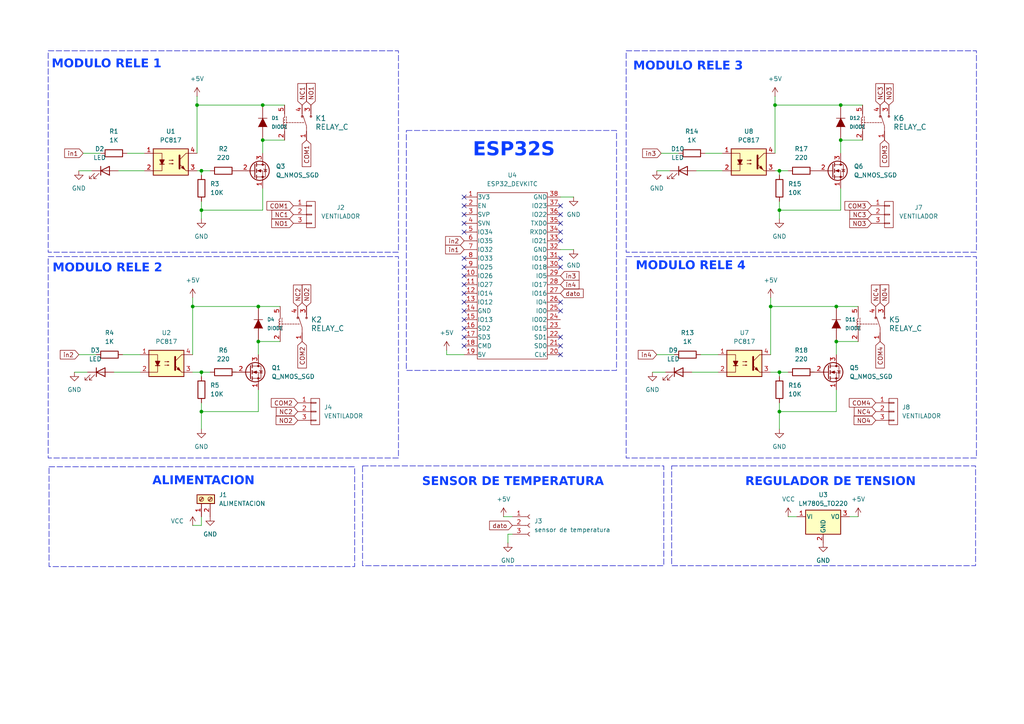
<source format=kicad_sch>
(kicad_sch
	(version 20231120)
	(generator "eeschema")
	(generator_version "8.0")
	(uuid "e19e3b2b-c1c4-4c43-b67e-d5f592c9bbd7")
	(paper "A4")
	(lib_symbols
		(symbol "Connector:Conn_01x03_Socket"
			(pin_names
				(offset 1.016) hide)
			(exclude_from_sim no)
			(in_bom yes)
			(on_board yes)
			(property "Reference" "J"
				(at 0 5.08 0)
				(effects
					(font
						(size 1.27 1.27)
					)
				)
			)
			(property "Value" "Conn_01x03_Socket"
				(at 0 -5.08 0)
				(effects
					(font
						(size 1.27 1.27)
					)
				)
			)
			(property "Footprint" ""
				(at 0 0 0)
				(effects
					(font
						(size 1.27 1.27)
					)
					(hide yes)
				)
			)
			(property "Datasheet" "~"
				(at 0 0 0)
				(effects
					(font
						(size 1.27 1.27)
					)
					(hide yes)
				)
			)
			(property "Description" "Generic connector, single row, 01x03, script generated"
				(at 0 0 0)
				(effects
					(font
						(size 1.27 1.27)
					)
					(hide yes)
				)
			)
			(property "ki_locked" ""
				(at 0 0 0)
				(effects
					(font
						(size 1.27 1.27)
					)
				)
			)
			(property "ki_keywords" "connector"
				(at 0 0 0)
				(effects
					(font
						(size 1.27 1.27)
					)
					(hide yes)
				)
			)
			(property "ki_fp_filters" "Connector*:*_1x??_*"
				(at 0 0 0)
				(effects
					(font
						(size 1.27 1.27)
					)
					(hide yes)
				)
			)
			(symbol "Conn_01x03_Socket_1_1"
				(arc
					(start 0 -2.032)
					(mid -0.5058 -2.54)
					(end 0 -3.048)
					(stroke
						(width 0.1524)
						(type default)
					)
					(fill
						(type none)
					)
				)
				(polyline
					(pts
						(xy -1.27 -2.54) (xy -0.508 -2.54)
					)
					(stroke
						(width 0.1524)
						(type default)
					)
					(fill
						(type none)
					)
				)
				(polyline
					(pts
						(xy -1.27 0) (xy -0.508 0)
					)
					(stroke
						(width 0.1524)
						(type default)
					)
					(fill
						(type none)
					)
				)
				(polyline
					(pts
						(xy -1.27 2.54) (xy -0.508 2.54)
					)
					(stroke
						(width 0.1524)
						(type default)
					)
					(fill
						(type none)
					)
				)
				(arc
					(start 0 0.508)
					(mid -0.5058 0)
					(end 0 -0.508)
					(stroke
						(width 0.1524)
						(type default)
					)
					(fill
						(type none)
					)
				)
				(arc
					(start 0 3.048)
					(mid -0.5058 2.54)
					(end 0 2.032)
					(stroke
						(width 0.1524)
						(type default)
					)
					(fill
						(type none)
					)
				)
				(pin passive line
					(at -5.08 2.54 0)
					(length 3.81)
					(name "Pin_1"
						(effects
							(font
								(size 1.27 1.27)
							)
						)
					)
					(number "1"
						(effects
							(font
								(size 1.27 1.27)
							)
						)
					)
				)
				(pin passive line
					(at -5.08 0 0)
					(length 3.81)
					(name "Pin_2"
						(effects
							(font
								(size 1.27 1.27)
							)
						)
					)
					(number "2"
						(effects
							(font
								(size 1.27 1.27)
							)
						)
					)
				)
				(pin passive line
					(at -5.08 -2.54 0)
					(length 3.81)
					(name "Pin_3"
						(effects
							(font
								(size 1.27 1.27)
							)
						)
					)
					(number "3"
						(effects
							(font
								(size 1.27 1.27)
							)
						)
					)
				)
			)
		)
		(symbol "Connector:Screw_Terminal_01x02"
			(pin_names
				(offset 1.016) hide)
			(exclude_from_sim no)
			(in_bom yes)
			(on_board yes)
			(property "Reference" "J"
				(at 0 2.54 0)
				(effects
					(font
						(size 1.27 1.27)
					)
				)
			)
			(property "Value" "Screw_Terminal_01x02"
				(at 0 -5.08 0)
				(effects
					(font
						(size 1.27 1.27)
					)
				)
			)
			(property "Footprint" ""
				(at 0 0 0)
				(effects
					(font
						(size 1.27 1.27)
					)
					(hide yes)
				)
			)
			(property "Datasheet" "~"
				(at 0 0 0)
				(effects
					(font
						(size 1.27 1.27)
					)
					(hide yes)
				)
			)
			(property "Description" "Generic screw terminal, single row, 01x02, script generated (kicad-library-utils/schlib/autogen/connector/)"
				(at 0 0 0)
				(effects
					(font
						(size 1.27 1.27)
					)
					(hide yes)
				)
			)
			(property "ki_keywords" "screw terminal"
				(at 0 0 0)
				(effects
					(font
						(size 1.27 1.27)
					)
					(hide yes)
				)
			)
			(property "ki_fp_filters" "TerminalBlock*:*"
				(at 0 0 0)
				(effects
					(font
						(size 1.27 1.27)
					)
					(hide yes)
				)
			)
			(symbol "Screw_Terminal_01x02_1_1"
				(rectangle
					(start -1.27 1.27)
					(end 1.27 -3.81)
					(stroke
						(width 0.254)
						(type default)
					)
					(fill
						(type background)
					)
				)
				(circle
					(center 0 -2.54)
					(radius 0.635)
					(stroke
						(width 0.1524)
						(type default)
					)
					(fill
						(type none)
					)
				)
				(polyline
					(pts
						(xy -0.5334 -2.2098) (xy 0.3302 -3.048)
					)
					(stroke
						(width 0.1524)
						(type default)
					)
					(fill
						(type none)
					)
				)
				(polyline
					(pts
						(xy -0.5334 0.3302) (xy 0.3302 -0.508)
					)
					(stroke
						(width 0.1524)
						(type default)
					)
					(fill
						(type none)
					)
				)
				(polyline
					(pts
						(xy -0.3556 -2.032) (xy 0.508 -2.8702)
					)
					(stroke
						(width 0.1524)
						(type default)
					)
					(fill
						(type none)
					)
				)
				(polyline
					(pts
						(xy -0.3556 0.508) (xy 0.508 -0.3302)
					)
					(stroke
						(width 0.1524)
						(type default)
					)
					(fill
						(type none)
					)
				)
				(circle
					(center 0 0)
					(radius 0.635)
					(stroke
						(width 0.1524)
						(type default)
					)
					(fill
						(type none)
					)
				)
				(pin passive line
					(at -5.08 0 0)
					(length 3.81)
					(name "Pin_1"
						(effects
							(font
								(size 1.27 1.27)
							)
						)
					)
					(number "1"
						(effects
							(font
								(size 1.27 1.27)
							)
						)
					)
				)
				(pin passive line
					(at -5.08 -2.54 0)
					(length 3.81)
					(name "Pin_2"
						(effects
							(font
								(size 1.27 1.27)
							)
						)
					)
					(number "2"
						(effects
							(font
								(size 1.27 1.27)
							)
						)
					)
				)
			)
		)
		(symbol "Device:LED"
			(pin_numbers hide)
			(pin_names
				(offset 1.016) hide)
			(exclude_from_sim no)
			(in_bom yes)
			(on_board yes)
			(property "Reference" "D"
				(at 0 2.54 0)
				(effects
					(font
						(size 1.27 1.27)
					)
				)
			)
			(property "Value" "LED"
				(at 0 -2.54 0)
				(effects
					(font
						(size 1.27 1.27)
					)
				)
			)
			(property "Footprint" ""
				(at 0 0 0)
				(effects
					(font
						(size 1.27 1.27)
					)
					(hide yes)
				)
			)
			(property "Datasheet" "~"
				(at 0 0 0)
				(effects
					(font
						(size 1.27 1.27)
					)
					(hide yes)
				)
			)
			(property "Description" "Light emitting diode"
				(at 0 0 0)
				(effects
					(font
						(size 1.27 1.27)
					)
					(hide yes)
				)
			)
			(property "ki_keywords" "LED diode"
				(at 0 0 0)
				(effects
					(font
						(size 1.27 1.27)
					)
					(hide yes)
				)
			)
			(property "ki_fp_filters" "LED* LED_SMD:* LED_THT:*"
				(at 0 0 0)
				(effects
					(font
						(size 1.27 1.27)
					)
					(hide yes)
				)
			)
			(symbol "LED_0_1"
				(polyline
					(pts
						(xy -1.27 -1.27) (xy -1.27 1.27)
					)
					(stroke
						(width 0.254)
						(type default)
					)
					(fill
						(type none)
					)
				)
				(polyline
					(pts
						(xy -1.27 0) (xy 1.27 0)
					)
					(stroke
						(width 0)
						(type default)
					)
					(fill
						(type none)
					)
				)
				(polyline
					(pts
						(xy 1.27 -1.27) (xy 1.27 1.27) (xy -1.27 0) (xy 1.27 -1.27)
					)
					(stroke
						(width 0.254)
						(type default)
					)
					(fill
						(type none)
					)
				)
				(polyline
					(pts
						(xy -3.048 -0.762) (xy -4.572 -2.286) (xy -3.81 -2.286) (xy -4.572 -2.286) (xy -4.572 -1.524)
					)
					(stroke
						(width 0)
						(type default)
					)
					(fill
						(type none)
					)
				)
				(polyline
					(pts
						(xy -1.778 -0.762) (xy -3.302 -2.286) (xy -2.54 -2.286) (xy -3.302 -2.286) (xy -3.302 -1.524)
					)
					(stroke
						(width 0)
						(type default)
					)
					(fill
						(type none)
					)
				)
			)
			(symbol "LED_1_1"
				(pin passive line
					(at -3.81 0 0)
					(length 2.54)
					(name "K"
						(effects
							(font
								(size 1.27 1.27)
							)
						)
					)
					(number "1"
						(effects
							(font
								(size 1.27 1.27)
							)
						)
					)
				)
				(pin passive line
					(at 3.81 0 180)
					(length 2.54)
					(name "A"
						(effects
							(font
								(size 1.27 1.27)
							)
						)
					)
					(number "2"
						(effects
							(font
								(size 1.27 1.27)
							)
						)
					)
				)
			)
		)
		(symbol "Device:Q_NMOS_SGD"
			(pin_names
				(offset 0) hide)
			(exclude_from_sim no)
			(in_bom yes)
			(on_board yes)
			(property "Reference" "Q"
				(at 5.08 1.27 0)
				(effects
					(font
						(size 1.27 1.27)
					)
					(justify left)
				)
			)
			(property "Value" "Q_NMOS_SGD"
				(at 5.08 -1.27 0)
				(effects
					(font
						(size 1.27 1.27)
					)
					(justify left)
				)
			)
			(property "Footprint" ""
				(at 5.08 2.54 0)
				(effects
					(font
						(size 1.27 1.27)
					)
					(hide yes)
				)
			)
			(property "Datasheet" "~"
				(at 0 0 0)
				(effects
					(font
						(size 1.27 1.27)
					)
					(hide yes)
				)
			)
			(property "Description" "N-MOSFET transistor, source/gate/drain"
				(at 0 0 0)
				(effects
					(font
						(size 1.27 1.27)
					)
					(hide yes)
				)
			)
			(property "ki_keywords" "transistor NMOS N-MOS N-MOSFET"
				(at 0 0 0)
				(effects
					(font
						(size 1.27 1.27)
					)
					(hide yes)
				)
			)
			(symbol "Q_NMOS_SGD_0_1"
				(polyline
					(pts
						(xy 0.254 0) (xy -2.54 0)
					)
					(stroke
						(width 0)
						(type default)
					)
					(fill
						(type none)
					)
				)
				(polyline
					(pts
						(xy 0.254 1.905) (xy 0.254 -1.905)
					)
					(stroke
						(width 0.254)
						(type default)
					)
					(fill
						(type none)
					)
				)
				(polyline
					(pts
						(xy 0.762 -1.27) (xy 0.762 -2.286)
					)
					(stroke
						(width 0.254)
						(type default)
					)
					(fill
						(type none)
					)
				)
				(polyline
					(pts
						(xy 0.762 0.508) (xy 0.762 -0.508)
					)
					(stroke
						(width 0.254)
						(type default)
					)
					(fill
						(type none)
					)
				)
				(polyline
					(pts
						(xy 0.762 2.286) (xy 0.762 1.27)
					)
					(stroke
						(width 0.254)
						(type default)
					)
					(fill
						(type none)
					)
				)
				(polyline
					(pts
						(xy 2.54 2.54) (xy 2.54 1.778)
					)
					(stroke
						(width 0)
						(type default)
					)
					(fill
						(type none)
					)
				)
				(polyline
					(pts
						(xy 2.54 -2.54) (xy 2.54 0) (xy 0.762 0)
					)
					(stroke
						(width 0)
						(type default)
					)
					(fill
						(type none)
					)
				)
				(polyline
					(pts
						(xy 0.762 -1.778) (xy 3.302 -1.778) (xy 3.302 1.778) (xy 0.762 1.778)
					)
					(stroke
						(width 0)
						(type default)
					)
					(fill
						(type none)
					)
				)
				(polyline
					(pts
						(xy 1.016 0) (xy 2.032 0.381) (xy 2.032 -0.381) (xy 1.016 0)
					)
					(stroke
						(width 0)
						(type default)
					)
					(fill
						(type outline)
					)
				)
				(polyline
					(pts
						(xy 2.794 0.508) (xy 2.921 0.381) (xy 3.683 0.381) (xy 3.81 0.254)
					)
					(stroke
						(width 0)
						(type default)
					)
					(fill
						(type none)
					)
				)
				(polyline
					(pts
						(xy 3.302 0.381) (xy 2.921 -0.254) (xy 3.683 -0.254) (xy 3.302 0.381)
					)
					(stroke
						(width 0)
						(type default)
					)
					(fill
						(type none)
					)
				)
				(circle
					(center 1.651 0)
					(radius 2.794)
					(stroke
						(width 0.254)
						(type default)
					)
					(fill
						(type none)
					)
				)
				(circle
					(center 2.54 -1.778)
					(radius 0.254)
					(stroke
						(width 0)
						(type default)
					)
					(fill
						(type outline)
					)
				)
				(circle
					(center 2.54 1.778)
					(radius 0.254)
					(stroke
						(width 0)
						(type default)
					)
					(fill
						(type outline)
					)
				)
			)
			(symbol "Q_NMOS_SGD_1_1"
				(pin passive line
					(at 2.54 -5.08 90)
					(length 2.54)
					(name "S"
						(effects
							(font
								(size 1.27 1.27)
							)
						)
					)
					(number "1"
						(effects
							(font
								(size 1.27 1.27)
							)
						)
					)
				)
				(pin input line
					(at -5.08 0 0)
					(length 5.08)
					(name "G"
						(effects
							(font
								(size 1.27 1.27)
							)
						)
					)
					(number "2"
						(effects
							(font
								(size 1.27 1.27)
							)
						)
					)
				)
				(pin passive line
					(at 2.54 5.08 270)
					(length 2.54)
					(name "D"
						(effects
							(font
								(size 1.27 1.27)
							)
						)
					)
					(number "3"
						(effects
							(font
								(size 1.27 1.27)
							)
						)
					)
				)
			)
		)
		(symbol "Device:R"
			(pin_numbers hide)
			(pin_names
				(offset 0)
			)
			(exclude_from_sim no)
			(in_bom yes)
			(on_board yes)
			(property "Reference" "R"
				(at 2.032 0 90)
				(effects
					(font
						(size 1.27 1.27)
					)
				)
			)
			(property "Value" "R"
				(at 0 0 90)
				(effects
					(font
						(size 1.27 1.27)
					)
				)
			)
			(property "Footprint" ""
				(at -1.778 0 90)
				(effects
					(font
						(size 1.27 1.27)
					)
					(hide yes)
				)
			)
			(property "Datasheet" "~"
				(at 0 0 0)
				(effects
					(font
						(size 1.27 1.27)
					)
					(hide yes)
				)
			)
			(property "Description" "Resistor"
				(at 0 0 0)
				(effects
					(font
						(size 1.27 1.27)
					)
					(hide yes)
				)
			)
			(property "ki_keywords" "R res resistor"
				(at 0 0 0)
				(effects
					(font
						(size 1.27 1.27)
					)
					(hide yes)
				)
			)
			(property "ki_fp_filters" "R_*"
				(at 0 0 0)
				(effects
					(font
						(size 1.27 1.27)
					)
					(hide yes)
				)
			)
			(symbol "R_0_1"
				(rectangle
					(start -1.016 -2.54)
					(end 1.016 2.54)
					(stroke
						(width 0.254)
						(type default)
					)
					(fill
						(type none)
					)
				)
			)
			(symbol "R_1_1"
				(pin passive line
					(at 0 3.81 270)
					(length 1.27)
					(name "~"
						(effects
							(font
								(size 1.27 1.27)
							)
						)
					)
					(number "1"
						(effects
							(font
								(size 1.27 1.27)
							)
						)
					)
				)
				(pin passive line
					(at 0 -3.81 90)
					(length 1.27)
					(name "~"
						(effects
							(font
								(size 1.27 1.27)
							)
						)
					)
					(number "2"
						(effects
							(font
								(size 1.27 1.27)
							)
						)
					)
				)
			)
		)
		(symbol "EESTN5:Conn_01X03"
			(pin_names
				(offset 1.016) hide)
			(exclude_from_sim no)
			(in_bom yes)
			(on_board yes)
			(property "Reference" "J"
				(at 0 5.08 0)
				(effects
					(font
						(size 1.27 1.27)
					)
				)
			)
			(property "Value" "Conn_01X03"
				(at 0 -5.08 0)
				(effects
					(font
						(size 1.27 1.27)
					)
				)
			)
			(property "Footprint" ""
				(at 0 0 0)
				(effects
					(font
						(size 1.27 1.27)
					)
					(hide yes)
				)
			)
			(property "Datasheet" ""
				(at 0 0 0)
				(effects
					(font
						(size 1.27 1.27)
					)
					(hide yes)
				)
			)
			(property "Description" "Connector, single row, 01x03, pin header"
				(at 0 0 0)
				(effects
					(font
						(size 1.27 1.27)
					)
					(hide yes)
				)
			)
			(property "ki_keywords" "connector"
				(at 0 0 0)
				(effects
					(font
						(size 1.27 1.27)
					)
					(hide yes)
				)
			)
			(property "ki_fp_filters" "pin* header*"
				(at 0 0 0)
				(effects
					(font
						(size 1.27 1.27)
					)
					(hide yes)
				)
			)
			(symbol "Conn_01X03_0_1"
				(rectangle
					(start -1.27 -2.413)
					(end 0.254 -2.667)
					(stroke
						(width 0)
						(type solid)
					)
					(fill
						(type none)
					)
				)
				(rectangle
					(start -1.27 0.127)
					(end 0.254 -0.127)
					(stroke
						(width 0)
						(type solid)
					)
					(fill
						(type none)
					)
				)
				(rectangle
					(start -1.27 2.667)
					(end 0.254 2.413)
					(stroke
						(width 0)
						(type solid)
					)
					(fill
						(type none)
					)
				)
				(rectangle
					(start -1.27 3.81)
					(end 1.27 -3.81)
					(stroke
						(width 0)
						(type solid)
					)
					(fill
						(type none)
					)
				)
			)
			(symbol "Conn_01X03_1_1"
				(pin passive line
					(at -5.08 2.54 0)
					(length 3.81)
					(name "P1"
						(effects
							(font
								(size 1.27 1.27)
							)
						)
					)
					(number "1"
						(effects
							(font
								(size 1.27 1.27)
							)
						)
					)
				)
				(pin passive line
					(at -5.08 0 0)
					(length 3.81)
					(name "P2"
						(effects
							(font
								(size 1.27 1.27)
							)
						)
					)
					(number "2"
						(effects
							(font
								(size 1.27 1.27)
							)
						)
					)
				)
				(pin passive line
					(at -5.08 -2.54 0)
					(length 3.81)
					(name "P3"
						(effects
							(font
								(size 1.27 1.27)
							)
						)
					)
					(number "3"
						(effects
							(font
								(size 1.27 1.27)
							)
						)
					)
				)
			)
		)
		(symbol "EESTN5:DIODE"
			(pin_numbers hide)
			(pin_names
				(offset 1.016) hide)
			(exclude_from_sim no)
			(in_bom yes)
			(on_board yes)
			(property "Reference" "D"
				(at 0 2.54 0)
				(effects
					(font
						(size 1.016 1.016)
					)
				)
			)
			(property "Value" "DIODE"
				(at 0 -2.54 0)
				(effects
					(font
						(size 1.016 1.016)
					)
				)
			)
			(property "Footprint" ""
				(at 0 0 0)
				(effects
					(font
						(size 1.524 1.524)
					)
				)
			)
			(property "Datasheet" ""
				(at 0 0 0)
				(effects
					(font
						(size 1.524 1.524)
					)
				)
			)
			(property "Description" ""
				(at 0 0 0)
				(effects
					(font
						(size 1.27 1.27)
					)
					(hide yes)
				)
			)
			(property "ki_fp_filters" "D* S*"
				(at 0 0 0)
				(effects
					(font
						(size 1.27 1.27)
					)
					(hide yes)
				)
			)
			(symbol "DIODE_0_1"
				(polyline
					(pts
						(xy 1.27 1.27) (xy 1.27 -1.27)
					)
					(stroke
						(width 0.1524)
						(type solid)
					)
					(fill
						(type none)
					)
				)
				(polyline
					(pts
						(xy -1.27 1.27) (xy 1.27 0) (xy -1.27 -1.27)
					)
					(stroke
						(width 0)
						(type solid)
					)
					(fill
						(type outline)
					)
				)
			)
			(symbol "DIODE_1_1"
				(pin passive line
					(at -5.08 0 0)
					(length 3.81)
					(name "A"
						(effects
							(font
								(size 1.016 1.016)
							)
						)
					)
					(number "1"
						(effects
							(font
								(size 1.016 1.016)
							)
						)
					)
				)
				(pin passive line
					(at 5.08 0 180)
					(length 3.81)
					(name "K"
						(effects
							(font
								(size 1.016 1.016)
							)
						)
					)
					(number "2"
						(effects
							(font
								(size 1.016 1.016)
							)
						)
					)
				)
			)
		)
		(symbol "EESTN5:ESP32_DEVKITC"
			(pin_names
				(offset 0.0254)
			)
			(exclude_from_sim no)
			(in_bom yes)
			(on_board yes)
			(property "Reference" "U"
				(at 0 25.4 0)
				(effects
					(font
						(size 1.27 1.27)
					)
				)
			)
			(property "Value" "ESP32_DEVKITC"
				(at 0 -25.4 0)
				(effects
					(font
						(size 1.27 1.27)
					)
				)
			)
			(property "Footprint" ""
				(at -7.62 -25.4 0)
				(effects
					(font
						(size 1.27 1.27)
					)
					(hide yes)
				)
			)
			(property "Datasheet" ""
				(at -7.62 -25.4 0)
				(effects
					(font
						(size 1.27 1.27)
					)
					(hide yes)
				)
			)
			(property "Description" "ESP32-DEVKITC"
				(at 0 0 0)
				(effects
					(font
						(size 1.27 1.27)
					)
					(hide yes)
				)
			)
			(property "ki_fp_filters" "ESP32*"
				(at 0 0 0)
				(effects
					(font
						(size 1.27 1.27)
					)
					(hide yes)
				)
			)
			(symbol "ESP32_DEVKITC_0_1"
				(rectangle
					(start -10.16 24.13)
					(end 10.16 -24.13)
					(stroke
						(width 0)
						(type default)
					)
					(fill
						(type none)
					)
				)
			)
			(symbol "ESP32_DEVKITC_1_1"
				(pin passive line
					(at -13.97 22.86 0)
					(length 3.81)
					(name "3V3"
						(effects
							(font
								(size 1.27 1.27)
							)
						)
					)
					(number "1"
						(effects
							(font
								(size 1.27 1.27)
							)
						)
					)
				)
				(pin passive line
					(at -13.97 0 0)
					(length 3.81)
					(name "IO26"
						(effects
							(font
								(size 1.27 1.27)
							)
						)
					)
					(number "10"
						(effects
							(font
								(size 1.27 1.27)
							)
						)
					)
				)
				(pin passive line
					(at -13.97 -2.54 0)
					(length 3.81)
					(name "IO27"
						(effects
							(font
								(size 1.27 1.27)
							)
						)
					)
					(number "11"
						(effects
							(font
								(size 1.27 1.27)
							)
						)
					)
				)
				(pin passive line
					(at -13.97 -5.08 0)
					(length 3.81)
					(name "IO14"
						(effects
							(font
								(size 1.27 1.27)
							)
						)
					)
					(number "12"
						(effects
							(font
								(size 1.27 1.27)
							)
						)
					)
				)
				(pin passive line
					(at -13.97 -7.62 0)
					(length 3.81)
					(name "IO12"
						(effects
							(font
								(size 1.27 1.27)
							)
						)
					)
					(number "13"
						(effects
							(font
								(size 1.27 1.27)
							)
						)
					)
				)
				(pin passive line
					(at -13.97 -10.16 0)
					(length 3.81)
					(name "GND"
						(effects
							(font
								(size 1.27 1.27)
							)
						)
					)
					(number "14"
						(effects
							(font
								(size 1.27 1.27)
							)
						)
					)
				)
				(pin passive line
					(at -13.97 -12.7 0)
					(length 3.81)
					(name "IO13"
						(effects
							(font
								(size 1.27 1.27)
							)
						)
					)
					(number "15"
						(effects
							(font
								(size 1.27 1.27)
							)
						)
					)
				)
				(pin passive line
					(at -13.97 -15.24 0)
					(length 3.81)
					(name "SD2"
						(effects
							(font
								(size 1.27 1.27)
							)
						)
					)
					(number "16"
						(effects
							(font
								(size 1.27 1.27)
							)
						)
					)
				)
				(pin passive line
					(at -13.97 -17.78 0)
					(length 3.81)
					(name "SD3"
						(effects
							(font
								(size 1.27 1.27)
							)
						)
					)
					(number "17"
						(effects
							(font
								(size 1.27 1.27)
							)
						)
					)
				)
				(pin passive line
					(at -13.97 -20.32 0)
					(length 3.81)
					(name "CMD"
						(effects
							(font
								(size 1.27 1.27)
							)
						)
					)
					(number "18"
						(effects
							(font
								(size 1.27 1.27)
							)
						)
					)
				)
				(pin passive line
					(at -13.97 -22.86 0)
					(length 3.81)
					(name "5V"
						(effects
							(font
								(size 1.27 1.27)
							)
						)
					)
					(number "19"
						(effects
							(font
								(size 1.27 1.27)
							)
						)
					)
				)
				(pin passive line
					(at -13.97 20.32 0)
					(length 3.81)
					(name "EN"
						(effects
							(font
								(size 1.27 1.27)
							)
						)
					)
					(number "2"
						(effects
							(font
								(size 1.27 1.27)
							)
						)
					)
				)
				(pin passive line
					(at 13.97 -22.86 180)
					(length 3.81)
					(name "CLK"
						(effects
							(font
								(size 1.27 1.27)
							)
						)
					)
					(number "20"
						(effects
							(font
								(size 1.27 1.27)
							)
						)
					)
				)
				(pin passive line
					(at 13.97 -20.32 180)
					(length 3.81)
					(name "SD0"
						(effects
							(font
								(size 1.27 1.27)
							)
						)
					)
					(number "21"
						(effects
							(font
								(size 1.27 1.27)
							)
						)
					)
				)
				(pin passive line
					(at 13.97 -17.78 180)
					(length 3.81)
					(name "SD1"
						(effects
							(font
								(size 1.27 1.27)
							)
						)
					)
					(number "22"
						(effects
							(font
								(size 1.27 1.27)
							)
						)
					)
				)
				(pin passive line
					(at 13.97 -15.24 180)
					(length 3.81)
					(name "IO15"
						(effects
							(font
								(size 1.27 1.27)
							)
						)
					)
					(number "23"
						(effects
							(font
								(size 1.27 1.27)
							)
						)
					)
				)
				(pin passive line
					(at 13.97 -12.7 180)
					(length 3.81)
					(name "IO02"
						(effects
							(font
								(size 1.27 1.27)
							)
						)
					)
					(number "24"
						(effects
							(font
								(size 1.27 1.27)
							)
						)
					)
				)
				(pin passive line
					(at 13.97 -10.16 180)
					(length 3.81)
					(name "IO0"
						(effects
							(font
								(size 1.27 1.27)
							)
						)
					)
					(number "25"
						(effects
							(font
								(size 1.27 1.27)
							)
						)
					)
				)
				(pin passive line
					(at 13.97 -7.62 180)
					(length 3.81)
					(name "IO4"
						(effects
							(font
								(size 1.27 1.27)
							)
						)
					)
					(number "26"
						(effects
							(font
								(size 1.27 1.27)
							)
						)
					)
				)
				(pin passive line
					(at 13.97 -5.08 180)
					(length 3.81)
					(name "IO16"
						(effects
							(font
								(size 1.27 1.27)
							)
						)
					)
					(number "27"
						(effects
							(font
								(size 1.27 1.27)
							)
						)
					)
				)
				(pin passive line
					(at 13.97 -2.54 180)
					(length 3.81)
					(name "IO17"
						(effects
							(font
								(size 1.27 1.27)
							)
						)
					)
					(number "28"
						(effects
							(font
								(size 1.27 1.27)
							)
						)
					)
				)
				(pin passive line
					(at 13.97 0 180)
					(length 3.81)
					(name "IO5"
						(effects
							(font
								(size 1.27 1.27)
							)
						)
					)
					(number "29"
						(effects
							(font
								(size 1.27 1.27)
							)
						)
					)
				)
				(pin passive line
					(at -13.97 17.78 0)
					(length 3.81)
					(name "SVP"
						(effects
							(font
								(size 1.27 1.27)
							)
						)
					)
					(number "3"
						(effects
							(font
								(size 1.27 1.27)
							)
						)
					)
				)
				(pin passive line
					(at 13.97 2.54 180)
					(length 3.81)
					(name "IO18"
						(effects
							(font
								(size 1.27 1.27)
							)
						)
					)
					(number "30"
						(effects
							(font
								(size 1.27 1.27)
							)
						)
					)
				)
				(pin passive line
					(at 13.97 5.08 180)
					(length 3.81)
					(name "IO19"
						(effects
							(font
								(size 1.27 1.27)
							)
						)
					)
					(number "31"
						(effects
							(font
								(size 1.27 1.27)
							)
						)
					)
				)
				(pin passive line
					(at 13.97 7.62 180)
					(length 3.81)
					(name "GND"
						(effects
							(font
								(size 1.27 1.27)
							)
						)
					)
					(number "32"
						(effects
							(font
								(size 1.27 1.27)
							)
						)
					)
				)
				(pin passive line
					(at 13.97 10.16 180)
					(length 3.81)
					(name "IO21"
						(effects
							(font
								(size 1.27 1.27)
							)
						)
					)
					(number "33"
						(effects
							(font
								(size 1.27 1.27)
							)
						)
					)
				)
				(pin passive line
					(at 13.97 12.7 180)
					(length 3.81)
					(name "RXD0"
						(effects
							(font
								(size 1.27 1.27)
							)
						)
					)
					(number "34"
						(effects
							(font
								(size 1.27 1.27)
							)
						)
					)
				)
				(pin passive line
					(at 13.97 15.24 180)
					(length 3.81)
					(name "TXD0"
						(effects
							(font
								(size 1.27 1.27)
							)
						)
					)
					(number "35"
						(effects
							(font
								(size 1.27 1.27)
							)
						)
					)
				)
				(pin passive line
					(at 13.97 17.78 180)
					(length 3.81)
					(name "IO22"
						(effects
							(font
								(size 1.27 1.27)
							)
						)
					)
					(number "36"
						(effects
							(font
								(size 1.27 1.27)
							)
						)
					)
				)
				(pin passive line
					(at 13.97 20.32 180)
					(length 3.81)
					(name "IO23"
						(effects
							(font
								(size 1.27 1.27)
							)
						)
					)
					(number "37"
						(effects
							(font
								(size 1.27 1.27)
							)
						)
					)
				)
				(pin passive line
					(at 13.97 22.86 180)
					(length 3.81)
					(name "GND"
						(effects
							(font
								(size 1.27 1.27)
							)
						)
					)
					(number "38"
						(effects
							(font
								(size 1.27 1.27)
							)
						)
					)
				)
				(pin passive line
					(at -13.97 15.24 0)
					(length 3.81)
					(name "SVN"
						(effects
							(font
								(size 1.27 1.27)
							)
						)
					)
					(number "4"
						(effects
							(font
								(size 1.27 1.27)
							)
						)
					)
				)
				(pin passive line
					(at -13.97 12.7 0)
					(length 3.81)
					(name "IO34"
						(effects
							(font
								(size 1.27 1.27)
							)
						)
					)
					(number "5"
						(effects
							(font
								(size 1.27 1.27)
							)
						)
					)
				)
				(pin passive line
					(at -13.97 10.16 0)
					(length 3.81)
					(name "IO35"
						(effects
							(font
								(size 1.27 1.27)
							)
						)
					)
					(number "6"
						(effects
							(font
								(size 1.27 1.27)
							)
						)
					)
				)
				(pin passive line
					(at -13.97 7.62 0)
					(length 3.81)
					(name "IO32"
						(effects
							(font
								(size 1.27 1.27)
							)
						)
					)
					(number "7"
						(effects
							(font
								(size 1.27 1.27)
							)
						)
					)
				)
				(pin passive line
					(at -13.97 5.08 0)
					(length 3.81)
					(name "IO33"
						(effects
							(font
								(size 1.27 1.27)
							)
						)
					)
					(number "8"
						(effects
							(font
								(size 1.27 1.27)
							)
						)
					)
				)
				(pin passive line
					(at -13.97 2.54 0)
					(length 3.81)
					(name "IO25"
						(effects
							(font
								(size 1.27 1.27)
							)
						)
					)
					(number "9"
						(effects
							(font
								(size 1.27 1.27)
							)
						)
					)
				)
			)
		)
		(symbol "EESTN5:PC817"
			(pin_names
				(offset 1.016)
			)
			(exclude_from_sim no)
			(in_bom yes)
			(on_board yes)
			(property "Reference" "U"
				(at -5.08 5.08 0)
				(effects
					(font
						(size 1.27 1.27)
					)
					(justify left)
				)
			)
			(property "Value" "PC817"
				(at 0 5.08 0)
				(effects
					(font
						(size 1.27 1.27)
					)
					(justify left)
				)
			)
			(property "Footprint" "Housings_DIP:DIP-4_W7.62mm"
				(at -5.08 -5.08 0)
				(effects
					(font
						(size 1.27 1.27)
						(italic yes)
					)
					(justify left)
					(hide yes)
				)
			)
			(property "Datasheet" "http://www.soselectronic.cz/a_info/resource/d/pc817.pdf"
				(at 0 0 0)
				(effects
					(font
						(size 1.27 1.27)
					)
					(justify left)
					(hide yes)
				)
			)
			(property "Description" "DC Optocoupler, Vce 35V, CTR 50-300%, DIP4"
				(at 0 0 0)
				(effects
					(font
						(size 1.27 1.27)
					)
					(hide yes)
				)
			)
			(property "ki_keywords" "NPN DC Optocoupler"
				(at 0 0 0)
				(effects
					(font
						(size 1.27 1.27)
					)
					(hide yes)
				)
			)
			(property "ki_fp_filters" "DIP*W7.62mm*"
				(at 0 0 0)
				(effects
					(font
						(size 1.27 1.27)
					)
					(hide yes)
				)
			)
			(symbol "PC817_0_1"
				(rectangle
					(start -5.08 3.81)
					(end 5.08 -3.81)
					(stroke
						(width 0.254)
						(type solid)
					)
					(fill
						(type background)
					)
				)
				(polyline
					(pts
						(xy -3.175 -0.635) (xy -1.905 -0.635)
					)
					(stroke
						(width 0.254)
						(type solid)
					)
					(fill
						(type none)
					)
				)
				(polyline
					(pts
						(xy 2.54 0.635) (xy 4.445 2.54)
					)
					(stroke
						(width 0)
						(type solid)
					)
					(fill
						(type none)
					)
				)
				(polyline
					(pts
						(xy 4.445 -2.54) (xy 2.54 -0.635)
					)
					(stroke
						(width 0)
						(type solid)
					)
					(fill
						(type outline)
					)
				)
				(polyline
					(pts
						(xy 4.445 -2.54) (xy 5.08 -2.54)
					)
					(stroke
						(width 0)
						(type solid)
					)
					(fill
						(type none)
					)
				)
				(polyline
					(pts
						(xy 4.445 2.54) (xy 5.08 2.54)
					)
					(stroke
						(width 0)
						(type solid)
					)
					(fill
						(type none)
					)
				)
				(polyline
					(pts
						(xy -5.08 2.54) (xy -2.54 2.54) (xy -2.54 0.635)
					)
					(stroke
						(width 0)
						(type solid)
					)
					(fill
						(type none)
					)
				)
				(polyline
					(pts
						(xy -2.54 -0.635) (xy -2.54 -2.54) (xy -5.08 -2.54)
					)
					(stroke
						(width 0)
						(type solid)
					)
					(fill
						(type none)
					)
				)
				(polyline
					(pts
						(xy 2.54 1.905) (xy 2.54 -1.905) (xy 2.54 -1.905)
					)
					(stroke
						(width 0.508)
						(type solid)
					)
					(fill
						(type none)
					)
				)
				(polyline
					(pts
						(xy -2.54 -0.635) (xy -3.175 0.635) (xy -1.905 0.635) (xy -2.54 -0.635)
					)
					(stroke
						(width 0.254)
						(type solid)
					)
					(fill
						(type outline)
					)
				)
				(polyline
					(pts
						(xy -0.508 -0.508) (xy 0.762 -0.508) (xy 0.381 -0.635) (xy 0.381 -0.381) (xy 0.762 -0.508)
					)
					(stroke
						(width 0)
						(type solid)
					)
					(fill
						(type none)
					)
				)
				(polyline
					(pts
						(xy -0.508 0.508) (xy 0.762 0.508) (xy 0.381 0.381) (xy 0.381 0.635) (xy 0.762 0.508)
					)
					(stroke
						(width 0)
						(type solid)
					)
					(fill
						(type none)
					)
				)
				(polyline
					(pts
						(xy 3.048 -1.651) (xy 3.556 -1.143) (xy 4.064 -2.159) (xy 3.048 -1.651) (xy 3.048 -1.651)
					)
					(stroke
						(width 0)
						(type solid)
					)
					(fill
						(type outline)
					)
				)
			)
			(symbol "PC817_1_1"
				(pin passive line
					(at -7.62 2.54 0)
					(length 2.54)
					(name "~"
						(effects
							(font
								(size 1.27 1.27)
							)
						)
					)
					(number "1"
						(effects
							(font
								(size 1.27 1.27)
							)
						)
					)
				)
				(pin passive line
					(at -7.62 -2.54 0)
					(length 2.54)
					(name "~"
						(effects
							(font
								(size 1.27 1.27)
							)
						)
					)
					(number "2"
						(effects
							(font
								(size 1.27 1.27)
							)
						)
					)
				)
				(pin passive line
					(at 7.62 -2.54 180)
					(length 2.54)
					(name "~"
						(effects
							(font
								(size 1.27 1.27)
							)
						)
					)
					(number "3"
						(effects
							(font
								(size 1.27 1.27)
							)
						)
					)
				)
				(pin passive line
					(at 7.62 2.54 180)
					(length 2.54)
					(name "~"
						(effects
							(font
								(size 1.27 1.27)
							)
						)
					)
					(number "4"
						(effects
							(font
								(size 1.27 1.27)
							)
						)
					)
				)
			)
		)
		(symbol "EESTN5:RELAY_C"
			(pin_names
				(offset 1.016)
			)
			(exclude_from_sim no)
			(in_bom yes)
			(on_board yes)
			(property "Reference" "K"
				(at 0 6.35 0)
				(effects
					(font
						(size 1.524 1.524)
					)
				)
			)
			(property "Value" "RELAY_C"
				(at 0 -5.969 0)
				(effects
					(font
						(size 1.524 1.524)
					)
				)
			)
			(property "Footprint" ""
				(at 0 0 0)
				(effects
					(font
						(size 1.524 1.524)
					)
				)
			)
			(property "Datasheet" ""
				(at 0 0 0)
				(effects
					(font
						(size 1.524 1.524)
					)
				)
			)
			(property "Description" ""
				(at 0 0 0)
				(effects
					(font
						(size 1.27 1.27)
					)
					(hide yes)
				)
			)
			(property "ki_fp_filters" "REL*"
				(at 0 0 0)
				(effects
					(font
						(size 1.27 1.27)
					)
					(hide yes)
				)
			)
			(symbol "RELAY_C_0_1"
				(arc
					(start -0.762 3.81)
					(mid -1.143 4.1894)
					(end -1.524 3.81)
					(stroke
						(width 0)
						(type solid)
					)
					(fill
						(type none)
					)
				)
				(polyline
					(pts
						(xy -1.778 3.302) (xy -1.27 3.302) (xy -1.27 3.302)
					)
					(stroke
						(width 0)
						(type solid)
					)
					(fill
						(type none)
					)
				)
				(polyline
					(pts
						(xy -1.524 -2.54) (xy -2.54 -2.54) (xy -2.54 -2.54)
					)
					(stroke
						(width 0)
						(type solid)
					)
					(fill
						(type none)
					)
				)
				(polyline
					(pts
						(xy -1.524 3.81) (xy -2.54 3.81) (xy -2.54 3.81)
					)
					(stroke
						(width 0)
						(type solid)
					)
					(fill
						(type none)
					)
				)
				(polyline
					(pts
						(xy -1.016 3.302) (xy -0.508 3.302) (xy -0.508 3.302)
					)
					(stroke
						(width 0)
						(type solid)
					)
					(fill
						(type none)
					)
				)
				(polyline
					(pts
						(xy -0.254 3.302) (xy 0.254 3.302) (xy 0.254 3.302)
					)
					(stroke
						(width 0)
						(type solid)
					)
					(fill
						(type none)
					)
				)
				(polyline
					(pts
						(xy 0 -1.27) (xy 0 -1.778) (xy 0 -1.778)
					)
					(stroke
						(width 0)
						(type solid)
					)
					(fill
						(type none)
					)
				)
				(polyline
					(pts
						(xy 0 -0.508) (xy 0 -1.016) (xy 0 -1.016)
					)
					(stroke
						(width 0)
						(type solid)
					)
					(fill
						(type none)
					)
				)
				(polyline
					(pts
						(xy 0 0.254) (xy 0 -0.254) (xy 0 -0.254)
					)
					(stroke
						(width 0)
						(type solid)
					)
					(fill
						(type none)
					)
				)
				(polyline
					(pts
						(xy 0 1.016) (xy 0 0.508) (xy 0 0.508)
					)
					(stroke
						(width 0)
						(type solid)
					)
					(fill
						(type none)
					)
				)
				(polyline
					(pts
						(xy 0 1.778) (xy 0 1.27) (xy 0 1.27)
					)
					(stroke
						(width 0)
						(type solid)
					)
					(fill
						(type none)
					)
				)
				(polyline
					(pts
						(xy 0 2.54) (xy 0 2.032) (xy 0 2.032)
					)
					(stroke
						(width 0)
						(type solid)
					)
					(fill
						(type none)
					)
				)
				(polyline
					(pts
						(xy 0 3.302) (xy 0 2.794) (xy 0 2.794)
					)
					(stroke
						(width 0)
						(type solid)
					)
					(fill
						(type none)
					)
				)
				(polyline
					(pts
						(xy 0.508 3.302) (xy 1.016 3.302) (xy 1.016 3.302)
					)
					(stroke
						(width 0)
						(type solid)
					)
					(fill
						(type none)
					)
				)
				(polyline
					(pts
						(xy 1.27 3.302) (xy 1.778 3.302) (xy 1.778 3.302)
					)
					(stroke
						(width 0)
						(type solid)
					)
					(fill
						(type none)
					)
				)
				(polyline
					(pts
						(xy 1.524 3.81) (xy 2.54 3.81) (xy 2.54 3.81)
					)
					(stroke
						(width 0)
						(type solid)
					)
					(fill
						(type none)
					)
				)
				(polyline
					(pts
						(xy 2.54 -3.81) (xy 1.778 -3.81) (xy 1.778 -3.81)
					)
					(stroke
						(width 0)
						(type solid)
					)
					(fill
						(type none)
					)
				)
				(polyline
					(pts
						(xy 2.54 -1.27) (xy 1.778 -1.27) (xy 1.778 -1.27)
					)
					(stroke
						(width 0)
						(type solid)
					)
					(fill
						(type none)
					)
				)
				(polyline
					(pts
						(xy -1.524 -2.54) (xy -1.016 -2.54) (xy 2.032 -1.524) (xy 2.032 -1.524)
					)
					(stroke
						(width 0)
						(type solid)
					)
					(fill
						(type none)
					)
				)
				(arc
					(start 0 3.81)
					(mid -0.381 4.1894)
					(end -0.762 3.81)
					(stroke
						(width 0)
						(type solid)
					)
					(fill
						(type none)
					)
				)
				(arc
					(start 0.762 3.81)
					(mid 0.381 4.1894)
					(end 0 3.81)
					(stroke
						(width 0)
						(type solid)
					)
					(fill
						(type none)
					)
				)
				(arc
					(start 1.524 3.81)
					(mid 1.143 4.1894)
					(end 0.762 3.81)
					(stroke
						(width 0)
						(type solid)
					)
					(fill
						(type none)
					)
				)
				(circle
					(center 1.778 -3.81)
					(radius 0.254)
					(stroke
						(width 0)
						(type solid)
					)
					(fill
						(type none)
					)
				)
				(circle
					(center 1.778 -1.27)
					(radius 0.254)
					(stroke
						(width 0)
						(type solid)
					)
					(fill
						(type none)
					)
				)
			)
			(symbol "RELAY_C_1_1"
				(pin passive line
					(at -5.08 -2.54 0)
					(length 2.54)
					(name "~"
						(effects
							(font
								(size 1.27 1.27)
							)
						)
					)
					(number "1"
						(effects
							(font
								(size 1.27 1.27)
							)
						)
					)
				)
				(pin passive line
					(at -5.08 3.81 0)
					(length 2.54)
					(name "~"
						(effects
							(font
								(size 1.27 1.27)
							)
						)
					)
					(number "2"
						(effects
							(font
								(size 1.27 1.27)
							)
						)
					)
				)
				(pin passive line
					(at 5.08 -3.81 180)
					(length 2.54)
					(name "~"
						(effects
							(font
								(size 1.27 1.27)
							)
						)
					)
					(number "3"
						(effects
							(font
								(size 1.27 1.27)
							)
						)
					)
				)
				(pin passive line
					(at 5.08 -1.27 180)
					(length 2.54)
					(name "~"
						(effects
							(font
								(size 1.27 1.27)
							)
						)
					)
					(number "4"
						(effects
							(font
								(size 1.27 1.27)
							)
						)
					)
				)
				(pin passive line
					(at 5.08 3.81 180)
					(length 2.54)
					(name "~"
						(effects
							(font
								(size 1.27 1.27)
							)
						)
					)
					(number "5"
						(effects
							(font
								(size 1.27 1.27)
							)
						)
					)
				)
			)
		)
		(symbol "GND_1"
			(power)
			(pin_numbers hide)
			(pin_names
				(offset 0) hide)
			(exclude_from_sim no)
			(in_bom yes)
			(on_board yes)
			(property "Reference" "#PWR"
				(at 0 -6.35 0)
				(effects
					(font
						(size 1.27 1.27)
					)
					(hide yes)
				)
			)
			(property "Value" "GND"
				(at 0 -3.81 0)
				(effects
					(font
						(size 1.27 1.27)
					)
				)
			)
			(property "Footprint" ""
				(at 0 0 0)
				(effects
					(font
						(size 1.27 1.27)
					)
					(hide yes)
				)
			)
			(property "Datasheet" ""
				(at 0 0 0)
				(effects
					(font
						(size 1.27 1.27)
					)
					(hide yes)
				)
			)
			(property "Description" "Power symbol creates a global label with name \"GND\" , ground"
				(at 0 0 0)
				(effects
					(font
						(size 1.27 1.27)
					)
					(hide yes)
				)
			)
			(property "ki_keywords" "global power"
				(at 0 0 0)
				(effects
					(font
						(size 1.27 1.27)
					)
					(hide yes)
				)
			)
			(symbol "GND_1_0_1"
				(polyline
					(pts
						(xy 0 0) (xy 0 -1.27) (xy 1.27 -1.27) (xy 0 -2.54) (xy -1.27 -1.27) (xy 0 -1.27)
					)
					(stroke
						(width 0)
						(type default)
					)
					(fill
						(type none)
					)
				)
			)
			(symbol "GND_1_1_1"
				(pin power_in line
					(at 0 0 270)
					(length 0)
					(name "~"
						(effects
							(font
								(size 1.27 1.27)
							)
						)
					)
					(number "1"
						(effects
							(font
								(size 1.27 1.27)
							)
						)
					)
				)
			)
		)
		(symbol "GND_2"
			(power)
			(pin_numbers hide)
			(pin_names
				(offset 0) hide)
			(exclude_from_sim no)
			(in_bom yes)
			(on_board yes)
			(property "Reference" "#PWR"
				(at 0 -6.35 0)
				(effects
					(font
						(size 1.27 1.27)
					)
					(hide yes)
				)
			)
			(property "Value" "GND"
				(at 0 -3.81 0)
				(effects
					(font
						(size 1.27 1.27)
					)
				)
			)
			(property "Footprint" ""
				(at 0 0 0)
				(effects
					(font
						(size 1.27 1.27)
					)
					(hide yes)
				)
			)
			(property "Datasheet" ""
				(at 0 0 0)
				(effects
					(font
						(size 1.27 1.27)
					)
					(hide yes)
				)
			)
			(property "Description" "Power symbol creates a global label with name \"GND\" , ground"
				(at 0 0 0)
				(effects
					(font
						(size 1.27 1.27)
					)
					(hide yes)
				)
			)
			(property "ki_keywords" "global power"
				(at 0 0 0)
				(effects
					(font
						(size 1.27 1.27)
					)
					(hide yes)
				)
			)
			(symbol "GND_2_0_1"
				(polyline
					(pts
						(xy 0 0) (xy 0 -1.27) (xy 1.27 -1.27) (xy 0 -2.54) (xy -1.27 -1.27) (xy 0 -1.27)
					)
					(stroke
						(width 0)
						(type default)
					)
					(fill
						(type none)
					)
				)
			)
			(symbol "GND_2_1_1"
				(pin power_in line
					(at 0 0 270)
					(length 0)
					(name "~"
						(effects
							(font
								(size 1.27 1.27)
							)
						)
					)
					(number "1"
						(effects
							(font
								(size 1.27 1.27)
							)
						)
					)
				)
			)
		)
		(symbol "Regulator_Linear:LM7805_TO220"
			(pin_names
				(offset 0.254)
			)
			(exclude_from_sim no)
			(in_bom yes)
			(on_board yes)
			(property "Reference" "U"
				(at -3.81 3.175 0)
				(effects
					(font
						(size 1.27 1.27)
					)
				)
			)
			(property "Value" "LM7805_TO220"
				(at 0 3.175 0)
				(effects
					(font
						(size 1.27 1.27)
					)
					(justify left)
				)
			)
			(property "Footprint" "Package_TO_SOT_THT:TO-220-3_Vertical"
				(at 0 5.715 0)
				(effects
					(font
						(size 1.27 1.27)
						(italic yes)
					)
					(hide yes)
				)
			)
			(property "Datasheet" "https://www.onsemi.cn/PowerSolutions/document/MC7800-D.PDF"
				(at 0 -1.27 0)
				(effects
					(font
						(size 1.27 1.27)
					)
					(hide yes)
				)
			)
			(property "Description" "Positive 1A 35V Linear Regulator, Fixed Output 5V, TO-220"
				(at 0 0 0)
				(effects
					(font
						(size 1.27 1.27)
					)
					(hide yes)
				)
			)
			(property "ki_keywords" "Voltage Regulator 1A Positive"
				(at 0 0 0)
				(effects
					(font
						(size 1.27 1.27)
					)
					(hide yes)
				)
			)
			(property "ki_fp_filters" "TO?220*"
				(at 0 0 0)
				(effects
					(font
						(size 1.27 1.27)
					)
					(hide yes)
				)
			)
			(symbol "LM7805_TO220_0_1"
				(rectangle
					(start -5.08 1.905)
					(end 5.08 -5.08)
					(stroke
						(width 0.254)
						(type default)
					)
					(fill
						(type background)
					)
				)
			)
			(symbol "LM7805_TO220_1_1"
				(pin power_in line
					(at -7.62 0 0)
					(length 2.54)
					(name "VI"
						(effects
							(font
								(size 1.27 1.27)
							)
						)
					)
					(number "1"
						(effects
							(font
								(size 1.27 1.27)
							)
						)
					)
				)
				(pin power_in line
					(at 0 -7.62 90)
					(length 2.54)
					(name "GND"
						(effects
							(font
								(size 1.27 1.27)
							)
						)
					)
					(number "2"
						(effects
							(font
								(size 1.27 1.27)
							)
						)
					)
				)
				(pin power_out line
					(at 7.62 0 180)
					(length 2.54)
					(name "VO"
						(effects
							(font
								(size 1.27 1.27)
							)
						)
					)
					(number "3"
						(effects
							(font
								(size 1.27 1.27)
							)
						)
					)
				)
			)
		)
		(symbol "power:+5V"
			(power)
			(pin_numbers hide)
			(pin_names
				(offset 0) hide)
			(exclude_from_sim no)
			(in_bom yes)
			(on_board yes)
			(property "Reference" "#PWR"
				(at 0 -3.81 0)
				(effects
					(font
						(size 1.27 1.27)
					)
					(hide yes)
				)
			)
			(property "Value" "+5V"
				(at 0 3.556 0)
				(effects
					(font
						(size 1.27 1.27)
					)
				)
			)
			(property "Footprint" ""
				(at 0 0 0)
				(effects
					(font
						(size 1.27 1.27)
					)
					(hide yes)
				)
			)
			(property "Datasheet" ""
				(at 0 0 0)
				(effects
					(font
						(size 1.27 1.27)
					)
					(hide yes)
				)
			)
			(property "Description" "Power symbol creates a global label with name \"+5V\""
				(at 0 0 0)
				(effects
					(font
						(size 1.27 1.27)
					)
					(hide yes)
				)
			)
			(property "ki_keywords" "global power"
				(at 0 0 0)
				(effects
					(font
						(size 1.27 1.27)
					)
					(hide yes)
				)
			)
			(symbol "+5V_0_1"
				(polyline
					(pts
						(xy -0.762 1.27) (xy 0 2.54)
					)
					(stroke
						(width 0)
						(type default)
					)
					(fill
						(type none)
					)
				)
				(polyline
					(pts
						(xy 0 0) (xy 0 2.54)
					)
					(stroke
						(width 0)
						(type default)
					)
					(fill
						(type none)
					)
				)
				(polyline
					(pts
						(xy 0 2.54) (xy 0.762 1.27)
					)
					(stroke
						(width 0)
						(type default)
					)
					(fill
						(type none)
					)
				)
			)
			(symbol "+5V_1_1"
				(pin power_in line
					(at 0 0 90)
					(length 0)
					(name "~"
						(effects
							(font
								(size 1.27 1.27)
							)
						)
					)
					(number "1"
						(effects
							(font
								(size 1.27 1.27)
							)
						)
					)
				)
			)
		)
		(symbol "power:GND"
			(power)
			(pin_names
				(offset 0)
			)
			(exclude_from_sim no)
			(in_bom yes)
			(on_board yes)
			(property "Reference" "#PWR"
				(at 0 -6.35 0)
				(effects
					(font
						(size 1.27 1.27)
					)
					(hide yes)
				)
			)
			(property "Value" "GND"
				(at 0 -3.81 0)
				(effects
					(font
						(size 1.27 1.27)
					)
				)
			)
			(property "Footprint" ""
				(at 0 0 0)
				(effects
					(font
						(size 1.27 1.27)
					)
					(hide yes)
				)
			)
			(property "Datasheet" ""
				(at 0 0 0)
				(effects
					(font
						(size 1.27 1.27)
					)
					(hide yes)
				)
			)
			(property "Description" "Power symbol creates a global label with name \"GND\" , ground"
				(at 0 0 0)
				(effects
					(font
						(size 1.27 1.27)
					)
					(hide yes)
				)
			)
			(property "ki_keywords" "global power"
				(at 0 0 0)
				(effects
					(font
						(size 1.27 1.27)
					)
					(hide yes)
				)
			)
			(symbol "GND_0_1"
				(polyline
					(pts
						(xy 0 0) (xy 0 -1.27) (xy 1.27 -1.27) (xy 0 -2.54) (xy -1.27 -1.27) (xy 0 -1.27)
					)
					(stroke
						(width 0)
						(type default)
					)
					(fill
						(type none)
					)
				)
			)
			(symbol "GND_1_1"
				(pin power_in line
					(at 0 0 270)
					(length 0) hide
					(name "GND"
						(effects
							(font
								(size 1.27 1.27)
							)
						)
					)
					(number "1"
						(effects
							(font
								(size 1.27 1.27)
							)
						)
					)
				)
			)
		)
		(symbol "power:VCC"
			(power)
			(pin_numbers hide)
			(pin_names
				(offset 0) hide)
			(exclude_from_sim no)
			(in_bom yes)
			(on_board yes)
			(property "Reference" "#PWR"
				(at 0 -3.81 0)
				(effects
					(font
						(size 1.27 1.27)
					)
					(hide yes)
				)
			)
			(property "Value" "VCC"
				(at 0 3.556 0)
				(effects
					(font
						(size 1.27 1.27)
					)
				)
			)
			(property "Footprint" ""
				(at 0 0 0)
				(effects
					(font
						(size 1.27 1.27)
					)
					(hide yes)
				)
			)
			(property "Datasheet" ""
				(at 0 0 0)
				(effects
					(font
						(size 1.27 1.27)
					)
					(hide yes)
				)
			)
			(property "Description" "Power symbol creates a global label with name \"VCC\""
				(at 0 0 0)
				(effects
					(font
						(size 1.27 1.27)
					)
					(hide yes)
				)
			)
			(property "ki_keywords" "global power"
				(at 0 0 0)
				(effects
					(font
						(size 1.27 1.27)
					)
					(hide yes)
				)
			)
			(symbol "VCC_0_1"
				(polyline
					(pts
						(xy -0.762 1.27) (xy 0 2.54)
					)
					(stroke
						(width 0)
						(type default)
					)
					(fill
						(type none)
					)
				)
				(polyline
					(pts
						(xy 0 0) (xy 0 2.54)
					)
					(stroke
						(width 0)
						(type default)
					)
					(fill
						(type none)
					)
				)
				(polyline
					(pts
						(xy 0 2.54) (xy 0.762 1.27)
					)
					(stroke
						(width 0)
						(type default)
					)
					(fill
						(type none)
					)
				)
			)
			(symbol "VCC_1_1"
				(pin power_in line
					(at 0 0 90)
					(length 0)
					(name "~"
						(effects
							(font
								(size 1.27 1.27)
							)
						)
					)
					(number "1"
						(effects
							(font
								(size 1.27 1.27)
							)
						)
					)
				)
			)
		)
	)
	(junction
		(at 76.2 40.64)
		(diameter 0)
		(color 0 0 0 0)
		(uuid "1d4c5430-8a81-4c08-8fe4-2e49d10dfce4")
	)
	(junction
		(at 242.57 88.9)
		(diameter 0)
		(color 0 0 0 0)
		(uuid "268d5272-ce7d-48c1-b382-299182aaec92")
	)
	(junction
		(at 57.15 30.48)
		(diameter 0)
		(color 0 0 0 0)
		(uuid "2cce343e-0717-464e-beb9-2a2db0883675")
	)
	(junction
		(at 58.42 119.38)
		(diameter 0)
		(color 0 0 0 0)
		(uuid "2cf223b5-f82e-4640-ac64-539d9aebbfe0")
	)
	(junction
		(at 226.06 119.38)
		(diameter 0)
		(color 0 0 0 0)
		(uuid "4bd14821-19dd-4bac-b7d2-b098d66115ac")
	)
	(junction
		(at 74.93 88.9)
		(diameter 0)
		(color 0 0 0 0)
		(uuid "4d866b79-e5db-4a8f-8077-1235ed179f15")
	)
	(junction
		(at 243.84 30.48)
		(diameter 0)
		(color 0 0 0 0)
		(uuid "69d99099-7e0a-48b2-a24f-ff4adab4494a")
	)
	(junction
		(at 243.84 40.64)
		(diameter 0)
		(color 0 0 0 0)
		(uuid "6b34948c-9513-4415-a7e0-b3c17efa0c7f")
	)
	(junction
		(at 242.57 99.06)
		(diameter 0)
		(color 0 0 0 0)
		(uuid "749c4b7f-d111-4996-a49b-5489835e2973")
	)
	(junction
		(at 74.93 99.06)
		(diameter 0)
		(color 0 0 0 0)
		(uuid "76e4f795-9059-448a-9ed1-a89eef9c67b6")
	)
	(junction
		(at 58.42 49.53)
		(diameter 0)
		(color 0 0 0 0)
		(uuid "7defd4a7-29f3-4949-a81d-8840d557b06a")
	)
	(junction
		(at 76.2 30.48)
		(diameter 0)
		(color 0 0 0 0)
		(uuid "7fa75f8a-ea2f-4f2c-83c5-4d1c3dc62596")
	)
	(junction
		(at 58.42 107.95)
		(diameter 0)
		(color 0 0 0 0)
		(uuid "8117be08-3802-4f00-8852-8f8ba2a6819c")
	)
	(junction
		(at 55.88 88.9)
		(diameter 0)
		(color 0 0 0 0)
		(uuid "8437ce5f-6808-4e5a-a918-e9fb8fa563fe")
	)
	(junction
		(at 58.42 60.96)
		(diameter 0)
		(color 0 0 0 0)
		(uuid "a85a2f7f-6895-48a8-a8e5-d31b1f5c2c49")
	)
	(junction
		(at 226.06 107.95)
		(diameter 0)
		(color 0 0 0 0)
		(uuid "be4e09bf-575a-4536-ba8c-e429ed2576d7")
	)
	(junction
		(at 226.06 49.53)
		(diameter 0)
		(color 0 0 0 0)
		(uuid "c5d2e3de-3f2c-4e0f-93c7-4207e57d682c")
	)
	(junction
		(at 223.52 88.9)
		(diameter 0)
		(color 0 0 0 0)
		(uuid "cded5577-30fb-4455-8154-5c516b4735e2")
	)
	(junction
		(at 226.06 60.96)
		(diameter 0)
		(color 0 0 0 0)
		(uuid "d5352461-7570-4145-a42d-07023e69a02c")
	)
	(junction
		(at 224.79 30.48)
		(diameter 0)
		(color 0 0 0 0)
		(uuid "e034df10-b2cf-4867-aac0-e3080f87b2bc")
	)
	(no_connect
		(at 134.62 62.23)
		(uuid "00f8c8d9-7de7-4c16-87ec-a8a01f693162")
	)
	(no_connect
		(at 134.62 64.77)
		(uuid "06ed4cc6-4646-4c39-9622-e1623a49aab1")
	)
	(no_connect
		(at 162.56 62.23)
		(uuid "11fdadb8-d43a-46be-8d34-3143064bf4e6")
	)
	(no_connect
		(at 162.56 100.33)
		(uuid "14291485-1002-46f5-b368-1ad49a4a8e87")
	)
	(no_connect
		(at 134.62 82.55)
		(uuid "2dc34bb4-a7a4-46b9-a4f6-6bb50d417837")
	)
	(no_connect
		(at 134.62 67.31)
		(uuid "30fc1017-abea-4ddc-952d-040316b9a944")
	)
	(no_connect
		(at 162.56 97.79)
		(uuid "3f1bb034-ec95-4aab-877d-a88dc90cf36b")
	)
	(no_connect
		(at 162.56 59.69)
		(uuid "42bbaadf-d9ef-4913-9b03-930e65bd7071")
	)
	(no_connect
		(at 162.56 69.85)
		(uuid "4e55e593-c66d-4ff8-9073-d703ea954b00")
	)
	(no_connect
		(at 134.62 85.09)
		(uuid "568d30b5-905c-4276-ae78-7bc216151702")
	)
	(no_connect
		(at 134.62 77.47)
		(uuid "5bc2bcd3-7633-4f00-be79-7972b872aaf5")
	)
	(no_connect
		(at 162.56 67.31)
		(uuid "5e32a9d9-ca21-4932-9dea-533d3896cab3")
	)
	(no_connect
		(at 162.56 77.47)
		(uuid "60bc4b9d-7f83-44b9-96cf-bfc1c4d94215")
	)
	(no_connect
		(at 134.62 80.01)
		(uuid "639c2578-699c-4c36-a428-19e95d62554e")
	)
	(no_connect
		(at 134.62 87.63)
		(uuid "69250758-bd8e-4a8a-acda-13a1f89be45b")
	)
	(no_connect
		(at 162.56 90.17)
		(uuid "7836be76-2e89-41a9-a59c-5d6002f0d36e")
	)
	(no_connect
		(at 162.56 74.93)
		(uuid "7c828a26-f24a-437d-9e54-022ddca038e9")
	)
	(no_connect
		(at 134.62 74.93)
		(uuid "80ed2540-a379-4333-841a-2596aa31a440")
	)
	(no_connect
		(at 134.62 57.15)
		(uuid "92e8153e-10b6-49aa-a399-42d4328b2e1e")
	)
	(no_connect
		(at 134.62 97.79)
		(uuid "afa56632-94a1-4129-9a5b-7b20471b16ba")
	)
	(no_connect
		(at 134.62 59.69)
		(uuid "b82e9798-7828-4972-a6b3-d574c3214fc0")
	)
	(no_connect
		(at 134.62 95.25)
		(uuid "bb2c4e69-31eb-40be-a550-50da9f749891")
	)
	(no_connect
		(at 134.62 92.71)
		(uuid "cc3d2172-48d6-4613-827e-237effff0b5d")
	)
	(no_connect
		(at 134.62 90.17)
		(uuid "db744870-0661-4552-a3db-eec236da428c")
	)
	(no_connect
		(at 162.56 87.63)
		(uuid "e0c63945-be0b-42ec-b9bf-6fafcbde225b")
	)
	(no_connect
		(at 162.56 102.87)
		(uuid "e25760f5-1043-423a-8874-8a634ad45751")
	)
	(no_connect
		(at 162.56 64.77)
		(uuid "e619ff0d-73f7-489d-a37a-efbe0ac68492")
	)
	(no_connect
		(at 134.62 100.33)
		(uuid "ee6cfea1-95cd-4d35-ba84-0d985c1cc715")
	)
	(wire
		(pts
			(xy 224.79 44.45) (xy 224.79 30.48)
		)
		(stroke
			(width 0)
			(type default)
		)
		(uuid "01e13feb-4fd7-4a90-bd6a-f0154e81aeeb")
	)
	(wire
		(pts
			(xy 76.2 40.64) (xy 76.2 44.45)
		)
		(stroke
			(width 0)
			(type default)
		)
		(uuid "078382aa-81d8-4b79-8017-2c6d1c6e41d4")
	)
	(wire
		(pts
			(xy 226.06 116.84) (xy 226.06 119.38)
		)
		(stroke
			(width 0)
			(type default)
		)
		(uuid "0ebb3bc5-8d08-4b3e-8f58-9169198a88a4")
	)
	(wire
		(pts
			(xy 248.92 149.86) (xy 246.38 149.86)
		)
		(stroke
			(width 0)
			(type default)
		)
		(uuid "138b8f44-baf3-43d5-a8a8-624f46c6d848")
	)
	(wire
		(pts
			(xy 226.06 60.96) (xy 226.06 63.5)
		)
		(stroke
			(width 0)
			(type default)
		)
		(uuid "15f369cf-5e2f-42ef-83f8-fcd2c708c2b3")
	)
	(wire
		(pts
			(xy 58.42 49.53) (xy 60.96 49.53)
		)
		(stroke
			(width 0)
			(type default)
		)
		(uuid "1f534984-9956-409c-97b4-b51a346ad303")
	)
	(wire
		(pts
			(xy 201.93 49.53) (xy 209.55 49.53)
		)
		(stroke
			(width 0)
			(type default)
		)
		(uuid "210deb4c-e667-47a1-8141-331ec50e85fc")
	)
	(wire
		(pts
			(xy 58.42 107.95) (xy 58.42 109.22)
		)
		(stroke
			(width 0)
			(type default)
		)
		(uuid "23546041-1959-4201-aa27-b8443aa8802f")
	)
	(wire
		(pts
			(xy 57.15 27.94) (xy 57.15 30.48)
		)
		(stroke
			(width 0)
			(type default)
		)
		(uuid "23c2cfaa-665f-46e7-969c-978b92518a79")
	)
	(wire
		(pts
			(xy 223.52 86.36) (xy 223.52 88.9)
		)
		(stroke
			(width 0)
			(type default)
		)
		(uuid "26228d8c-d477-4b94-872a-4b1b09fc4192")
	)
	(wire
		(pts
			(xy 33.02 107.95) (xy 40.64 107.95)
		)
		(stroke
			(width 0)
			(type default)
		)
		(uuid "2932bdc3-9624-48bf-b0a2-5487d2fbf5ee")
	)
	(wire
		(pts
			(xy 243.84 40.64) (xy 243.84 44.45)
		)
		(stroke
			(width 0)
			(type default)
		)
		(uuid "297e2d96-8029-4c7d-8406-080ad766d521")
	)
	(wire
		(pts
			(xy 204.47 44.45) (xy 209.55 44.45)
		)
		(stroke
			(width 0)
			(type default)
		)
		(uuid "2a8cd0ca-d4f6-43f9-9c12-6a254060ac8b")
	)
	(wire
		(pts
			(xy 74.93 99.06) (xy 81.28 99.06)
		)
		(stroke
			(width 0)
			(type default)
		)
		(uuid "2d44167e-aa13-4df7-a36e-65e82cc29928")
	)
	(wire
		(pts
			(xy 57.15 30.48) (xy 76.2 30.48)
		)
		(stroke
			(width 0)
			(type default)
		)
		(uuid "3514a927-06e6-4c3a-9767-9d380ef11afb")
	)
	(wire
		(pts
			(xy 242.57 99.06) (xy 248.92 99.06)
		)
		(stroke
			(width 0)
			(type default)
		)
		(uuid "362ddbf4-c72f-4cba-9d22-93fe86407958")
	)
	(wire
		(pts
			(xy 34.29 49.53) (xy 41.91 49.53)
		)
		(stroke
			(width 0)
			(type default)
		)
		(uuid "376ac4cc-f9bb-4273-b2c1-730d720ef11f")
	)
	(wire
		(pts
			(xy 57.15 44.45) (xy 57.15 30.48)
		)
		(stroke
			(width 0)
			(type default)
		)
		(uuid "3a940064-670e-4434-ad4e-7ce37e64bf8a")
	)
	(wire
		(pts
			(xy 55.88 102.87) (xy 55.88 88.9)
		)
		(stroke
			(width 0)
			(type default)
		)
		(uuid "3f6862c4-d667-4360-8a6e-a972f70ad340")
	)
	(wire
		(pts
			(xy 55.88 88.9) (xy 74.93 88.9)
		)
		(stroke
			(width 0)
			(type default)
		)
		(uuid "454d0dc4-2a80-4b56-bf08-41453da14fae")
	)
	(wire
		(pts
			(xy 226.06 49.53) (xy 226.06 50.8)
		)
		(stroke
			(width 0)
			(type default)
		)
		(uuid "4806f64a-f7ac-4d1d-a0fa-5d883329e369")
	)
	(wire
		(pts
			(xy 58.42 60.96) (xy 76.2 60.96)
		)
		(stroke
			(width 0)
			(type default)
		)
		(uuid "48c729fa-b655-434d-8b41-63efff317360")
	)
	(wire
		(pts
			(xy 200.66 107.95) (xy 208.28 107.95)
		)
		(stroke
			(width 0)
			(type default)
		)
		(uuid "4ad15df1-c3a5-4ea9-9c9c-52068a32e0d8")
	)
	(wire
		(pts
			(xy 58.42 119.38) (xy 58.42 124.46)
		)
		(stroke
			(width 0)
			(type default)
		)
		(uuid "4d36e4cf-9026-4f21-89cc-d1f20960270e")
	)
	(wire
		(pts
			(xy 224.79 30.48) (xy 243.84 30.48)
		)
		(stroke
			(width 0)
			(type default)
		)
		(uuid "4f58223e-492f-4895-be4b-9a0da35adc1a")
	)
	(wire
		(pts
			(xy 243.84 40.64) (xy 250.19 40.64)
		)
		(stroke
			(width 0)
			(type default)
		)
		(uuid "5163b42f-c540-4962-8743-aabb57b42488")
	)
	(wire
		(pts
			(xy 35.56 102.87) (xy 40.64 102.87)
		)
		(stroke
			(width 0)
			(type default)
		)
		(uuid "51bdda38-d250-4337-b97d-9ae4d4c2339a")
	)
	(wire
		(pts
			(xy 162.56 57.15) (xy 166.37 57.15)
		)
		(stroke
			(width 0)
			(type default)
		)
		(uuid "58fbe700-c1a9-43bc-a996-7576a3520f32")
	)
	(wire
		(pts
			(xy 129.54 102.87) (xy 134.62 102.87)
		)
		(stroke
			(width 0)
			(type default)
		)
		(uuid "5c3ba103-376b-4d57-b58b-12609a263c70")
	)
	(wire
		(pts
			(xy 58.42 60.96) (xy 58.42 63.5)
		)
		(stroke
			(width 0)
			(type default)
		)
		(uuid "5eb61fed-ca7d-4618-9305-f3ee2d193ffc")
	)
	(wire
		(pts
			(xy 242.57 99.06) (xy 242.57 102.87)
		)
		(stroke
			(width 0)
			(type default)
		)
		(uuid "6057b81f-6353-4e68-b92c-74bd8487a7c0")
	)
	(wire
		(pts
			(xy 226.06 107.95) (xy 226.06 109.22)
		)
		(stroke
			(width 0)
			(type default)
		)
		(uuid "6ce36677-aa05-4031-a49c-2b40806a4450")
	)
	(wire
		(pts
			(xy 223.52 107.95) (xy 226.06 107.95)
		)
		(stroke
			(width 0)
			(type default)
		)
		(uuid "7149642d-8902-4dbe-bb1d-cb87687ef958")
	)
	(wire
		(pts
			(xy 242.57 113.03) (xy 242.57 119.38)
		)
		(stroke
			(width 0)
			(type default)
		)
		(uuid "73b7e9af-d866-40b2-a682-4216d216d3a6")
	)
	(wire
		(pts
			(xy 74.93 113.03) (xy 74.93 119.38)
		)
		(stroke
			(width 0)
			(type default)
		)
		(uuid "768cb6d9-84ea-49fd-bccc-8c985a7a859d")
	)
	(wire
		(pts
			(xy 58.42 116.84) (xy 58.42 119.38)
		)
		(stroke
			(width 0)
			(type default)
		)
		(uuid "76b28998-ee9c-42b9-bb64-fac686a33d82")
	)
	(wire
		(pts
			(xy 55.88 86.36) (xy 55.88 88.9)
		)
		(stroke
			(width 0)
			(type default)
		)
		(uuid "7ed583a7-a412-4953-a658-830598536227")
	)
	(wire
		(pts
			(xy 226.06 119.38) (xy 226.06 124.46)
		)
		(stroke
			(width 0)
			(type default)
		)
		(uuid "80143305-47fd-4455-a9bb-7c2baba465d3")
	)
	(wire
		(pts
			(xy 190.5 102.87) (xy 195.58 102.87)
		)
		(stroke
			(width 0)
			(type default)
		)
		(uuid "8bbe7c50-fb42-4de8-b578-2fdb37315f31")
	)
	(wire
		(pts
			(xy 226.06 107.95) (xy 228.6 107.95)
		)
		(stroke
			(width 0)
			(type default)
		)
		(uuid "8f732fa6-8940-4597-88d3-528cebd6b77f")
	)
	(wire
		(pts
			(xy 190.5 49.53) (xy 194.31 49.53)
		)
		(stroke
			(width 0)
			(type default)
		)
		(uuid "9609be4d-1086-4d0e-af95-b946d985a624")
	)
	(wire
		(pts
			(xy 147.32 157.48) (xy 147.32 154.94)
		)
		(stroke
			(width 0)
			(type default)
		)
		(uuid "967324a1-a385-4296-b626-ec12ff1c1c3b")
	)
	(wire
		(pts
			(xy 76.2 54.61) (xy 76.2 60.96)
		)
		(stroke
			(width 0)
			(type default)
		)
		(uuid "99e78da8-fff9-4f50-a372-4616dcb391b3")
	)
	(wire
		(pts
			(xy 22.86 49.53) (xy 26.67 49.53)
		)
		(stroke
			(width 0)
			(type default)
		)
		(uuid "9f29f986-4a85-4c94-8700-923dd6d30012")
	)
	(wire
		(pts
			(xy 223.52 88.9) (xy 242.57 88.9)
		)
		(stroke
			(width 0)
			(type default)
		)
		(uuid "a14f05c0-f87f-453b-ab34-771d14fd8c8e")
	)
	(wire
		(pts
			(xy 243.84 54.61) (xy 243.84 60.96)
		)
		(stroke
			(width 0)
			(type default)
		)
		(uuid "a3b63a27-778b-4779-a38c-5ec9bb1fcec8")
	)
	(wire
		(pts
			(xy 224.79 49.53) (xy 226.06 49.53)
		)
		(stroke
			(width 0)
			(type default)
		)
		(uuid "a5937f63-7f5a-455a-8986-954d7b0dafc9")
	)
	(wire
		(pts
			(xy 243.84 30.48) (xy 250.19 30.48)
		)
		(stroke
			(width 0)
			(type default)
		)
		(uuid "a87447a2-ca54-4bad-a257-fc64e76830ca")
	)
	(wire
		(pts
			(xy 226.06 58.42) (xy 226.06 60.96)
		)
		(stroke
			(width 0)
			(type default)
		)
		(uuid "a9a1cff4-56a2-493e-a1cb-b2e50e56cba5")
	)
	(wire
		(pts
			(xy 224.79 27.94) (xy 224.79 30.48)
		)
		(stroke
			(width 0)
			(type default)
		)
		(uuid "aa48a92e-6e27-4950-9da9-0d1056a5d3f7")
	)
	(wire
		(pts
			(xy 21.59 107.95) (xy 25.4 107.95)
		)
		(stroke
			(width 0)
			(type default)
		)
		(uuid "b327e350-8eb1-4ba7-9c4c-6ff150c151f9")
	)
	(wire
		(pts
			(xy 58.42 119.38) (xy 74.93 119.38)
		)
		(stroke
			(width 0)
			(type default)
		)
		(uuid "b3cfcd3f-67b6-439c-ac2b-451016625289")
	)
	(wire
		(pts
			(xy 55.88 152.4) (xy 58.42 152.4)
		)
		(stroke
			(width 0)
			(type default)
		)
		(uuid "b42cad7d-d075-4c31-8f26-210dcee3fd53")
	)
	(wire
		(pts
			(xy 228.6 149.86) (xy 231.14 149.86)
		)
		(stroke
			(width 0)
			(type default)
		)
		(uuid "b89c8c99-ee43-469b-9d82-2b51d3f9a16c")
	)
	(wire
		(pts
			(xy 74.93 88.9) (xy 81.28 88.9)
		)
		(stroke
			(width 0)
			(type default)
		)
		(uuid "bac3a1ae-1851-46e5-a35c-981e5b9657c3")
	)
	(wire
		(pts
			(xy 55.88 107.95) (xy 58.42 107.95)
		)
		(stroke
			(width 0)
			(type default)
		)
		(uuid "be92b417-6fc7-451c-bc28-f4d0aad7c48b")
	)
	(wire
		(pts
			(xy 147.32 154.94) (xy 148.59 154.94)
		)
		(stroke
			(width 0)
			(type default)
		)
		(uuid "c24f679c-7964-49fa-97be-16b912610f8c")
	)
	(wire
		(pts
			(xy 24.13 44.45) (xy 29.21 44.45)
		)
		(stroke
			(width 0)
			(type default)
		)
		(uuid "c47df9a2-42f4-4bad-bfeb-837be5eb01be")
	)
	(wire
		(pts
			(xy 36.83 44.45) (xy 41.91 44.45)
		)
		(stroke
			(width 0)
			(type default)
		)
		(uuid "c7e004a5-2df1-49cb-b1d1-62d388fb52bd")
	)
	(wire
		(pts
			(xy 76.2 40.64) (xy 82.55 40.64)
		)
		(stroke
			(width 0)
			(type default)
		)
		(uuid "d1305e94-0184-4864-830b-ccf19a705197")
	)
	(wire
		(pts
			(xy 162.56 72.39) (xy 166.37 72.39)
		)
		(stroke
			(width 0)
			(type default)
		)
		(uuid "d34bab4e-857e-443d-854d-dad613fce5a8")
	)
	(wire
		(pts
			(xy 58.42 107.95) (xy 60.96 107.95)
		)
		(stroke
			(width 0)
			(type default)
		)
		(uuid "d37c884c-bb5c-442e-bdd9-fce24d11b513")
	)
	(wire
		(pts
			(xy 223.52 102.87) (xy 223.52 88.9)
		)
		(stroke
			(width 0)
			(type default)
		)
		(uuid "d395192d-8bf4-4755-8141-85bd6eac5d91")
	)
	(wire
		(pts
			(xy 226.06 49.53) (xy 228.6 49.53)
		)
		(stroke
			(width 0)
			(type default)
		)
		(uuid "d6cb5dea-dbda-4279-95eb-aaf4f2ee792c")
	)
	(wire
		(pts
			(xy 129.54 101.6) (xy 129.54 102.87)
		)
		(stroke
			(width 0)
			(type default)
		)
		(uuid "d81d2361-9506-4872-8c69-6a3514ea2d82")
	)
	(wire
		(pts
			(xy 57.15 49.53) (xy 58.42 49.53)
		)
		(stroke
			(width 0)
			(type default)
		)
		(uuid "d82169f9-b25d-48ac-8c25-68e64c3b1299")
	)
	(wire
		(pts
			(xy 191.77 44.45) (xy 196.85 44.45)
		)
		(stroke
			(width 0)
			(type default)
		)
		(uuid "d8af7ebd-0dba-4eb9-9809-08ebb8195605")
	)
	(wire
		(pts
			(xy 226.06 60.96) (xy 243.84 60.96)
		)
		(stroke
			(width 0)
			(type default)
		)
		(uuid "d94d63bf-c5f4-4052-b9ad-128f3ccd998f")
	)
	(wire
		(pts
			(xy 236.22 107.95) (xy 234.95 107.95)
		)
		(stroke
			(width 0)
			(type default)
		)
		(uuid "dbaf0b62-cbf7-4e1e-9ac2-c46b796345a7")
	)
	(wire
		(pts
			(xy 58.42 58.42) (xy 58.42 60.96)
		)
		(stroke
			(width 0)
			(type default)
		)
		(uuid "def3041c-66f6-4cb8-aa1b-80443b039df4")
	)
	(wire
		(pts
			(xy 226.06 119.38) (xy 242.57 119.38)
		)
		(stroke
			(width 0)
			(type default)
		)
		(uuid "df5bec32-df43-400f-acb6-fc6f5f141b79")
	)
	(wire
		(pts
			(xy 22.86 102.87) (xy 27.94 102.87)
		)
		(stroke
			(width 0)
			(type default)
		)
		(uuid "e0e40366-76ca-43bf-8ead-9cce06339ce7")
	)
	(wire
		(pts
			(xy 146.05 149.86) (xy 148.59 149.86)
		)
		(stroke
			(width 0)
			(type default)
		)
		(uuid "e371e800-0588-487f-bd4f-970b2f77e9bb")
	)
	(wire
		(pts
			(xy 76.2 30.48) (xy 82.55 30.48)
		)
		(stroke
			(width 0)
			(type default)
		)
		(uuid "e3fa21a4-1c70-41ef-96cc-7030ff08ecff")
	)
	(wire
		(pts
			(xy 242.57 88.9) (xy 248.92 88.9)
		)
		(stroke
			(width 0)
			(type default)
		)
		(uuid "e59c917a-1b84-4c53-8f71-6c5ebe70b710")
	)
	(wire
		(pts
			(xy 68.58 107.95) (xy 67.31 107.95)
		)
		(stroke
			(width 0)
			(type default)
		)
		(uuid "eb1bcc4e-f1e6-4609-9276-58b227f49a3b")
	)
	(wire
		(pts
			(xy 203.2 102.87) (xy 208.28 102.87)
		)
		(stroke
			(width 0)
			(type default)
		)
		(uuid "f00b1085-bb4e-4c8b-94d6-2d1e8b946569")
	)
	(wire
		(pts
			(xy 58.42 49.53) (xy 58.42 50.8)
		)
		(stroke
			(width 0)
			(type default)
		)
		(uuid "f44f7df8-786d-4ddf-99a6-2a149d068623")
	)
	(wire
		(pts
			(xy 74.93 99.06) (xy 74.93 102.87)
		)
		(stroke
			(width 0)
			(type default)
		)
		(uuid "fcf82bd9-66ba-4268-a583-289a3b920dd6")
	)
	(wire
		(pts
			(xy 58.42 152.4) (xy 58.42 149.86)
		)
		(stroke
			(width 0)
			(type default)
		)
		(uuid "ff19ea77-1a26-4648-a08c-26a18f7d8f09")
	)
	(wire
		(pts
			(xy 189.23 107.95) (xy 193.04 107.95)
		)
		(stroke
			(width 0)
			(type default)
		)
		(uuid "ff78a36a-b2f8-43a1-be2c-f3141bc92e2d")
	)
	(rectangle
		(start 13.97 74.422)
		(end 115.57 132.842)
		(stroke
			(width 0)
			(type dash)
		)
		(fill
			(type none)
		)
		(uuid 0f5c4437-42d8-403e-a6a1-6e082a44d031)
	)
	(rectangle
		(start 105.156 135.128)
		(end 192.532 164.084)
		(stroke
			(width 0)
			(type dash)
		)
		(fill
			(type none)
		)
		(uuid 30bc7209-5877-4c4e-8e8b-68d85785d32c)
	)
	(rectangle
		(start 194.818 135.128)
		(end 282.956 164.084)
		(stroke
			(width 0)
			(type dash)
		)
		(fill
			(type none)
		)
		(uuid 597bf962-269c-4d2b-9ae7-b712102bf2b9)
	)
	(rectangle
		(start 181.61 14.732)
		(end 283.21 73.152)
		(stroke
			(width 0)
			(type dash)
		)
		(fill
			(type none)
		)
		(uuid 6be612ec-c1b3-470f-96e3-341d33fbd477)
	)
	(rectangle
		(start 117.856 37.846)
		(end 178.816 107.442)
		(stroke
			(width 0)
			(type dash)
		)
		(fill
			(type none)
		)
		(uuid 82312fde-11c5-4e7c-8d9c-b0b700b92527)
	)
	(rectangle
		(start 14.224 135.382)
		(end 102.87 164.338)
		(stroke
			(width 0)
			(type dash)
		)
		(fill
			(type none)
		)
		(uuid 8f855df7-0097-433f-b207-547ea989379b)
	)
	(rectangle
		(start 181.61 74.422)
		(end 283.21 132.842)
		(stroke
			(width 0)
			(type dash)
		)
		(fill
			(type none)
		)
		(uuid bd8f91aa-ae22-4019-b75e-d49397ee4f14)
	)
	(rectangle
		(start 13.97 14.732)
		(end 115.57 73.152)
		(stroke
			(width 0)
			(type dash)
		)
		(fill
			(type none)
		)
		(uuid f24ab4f7-81dd-407c-bab0-6142b51e9332)
	)
	(text "MODULO RELE 1\n"
		(exclude_from_sim no)
		(at 14.986 20.828 0)
		(effects
			(font
				(face "Arial Black")
				(size 2.5 2.5)
				(thickness 0.254)
				(bold yes)
				(color 8 58 255 1)
			)
			(justify left bottom)
		)
		(uuid "0d17fb8a-2971-4af1-b9ad-f3338216132f")
	)
	(text "ESP32S"
		(exclude_from_sim no)
		(at 137.16 46.99 0)
		(effects
			(font
				(face "Arial Black")
				(size 4 4)
				(thickness 0.254)
				(bold yes)
				(color 8 58 255 1)
			)
			(justify left bottom)
		)
		(uuid "18032aa5-da71-49e9-ba4a-59f9f6f62cbd")
	)
	(text "MODULO RELE 4\n\n"
		(exclude_from_sim no)
		(at 184.404 83.566 0)
		(effects
			(font
				(face "Arial Black")
				(size 2.5 2.5)
				(thickness 0.254)
				(bold yes)
				(color 8 58 255 1)
			)
			(justify left bottom)
		)
		(uuid "455ca164-5f08-4d4a-9020-a465f482b1ad")
	)
	(text "MODULO RELE 2\n"
		(exclude_from_sim no)
		(at 15.24 80.01 0)
		(effects
			(font
				(face "Arial Black")
				(size 2.5 2.5)
				(thickness 0.254)
				(bold yes)
				(color 8 58 255 1)
			)
			(justify left bottom)
		)
		(uuid "7220f704-31a8-4475-8bce-cdc21b02dac6")
	)
	(text "SENSOR DE TEMPERATURA\n"
		(exclude_from_sim no)
		(at 122.428 141.986 0)
		(effects
			(font
				(face "Arial Black")
				(size 2.5 2.5)
				(thickness 0.254)
				(bold yes)
				(color 8 58 255 1)
			)
			(justify left bottom)
		)
		(uuid "a2103743-c11b-4b34-b1ac-1fb12d521b5e")
	)
	(text "MODULO RELE 3\n\n"
		(exclude_from_sim no)
		(at 183.642 25.654 0)
		(effects
			(font
				(face "Arial Black")
				(size 2.5 2.5)
				(thickness 0.254)
				(bold yes)
				(color 8 58 255 1)
			)
			(justify left bottom)
		)
		(uuid "cce77f77-968c-455d-9319-11f96f81a7f5")
	)
	(text "ALIMENTACION"
		(exclude_from_sim no)
		(at 44.196 141.732 0)
		(effects
			(font
				(face "Arial Black")
				(size 2.5 2.5)
				(thickness 0.254)
				(bold yes)
				(color 8 58 255 1)
			)
			(justify left bottom)
		)
		(uuid "d971867b-79aa-4e4e-a2bc-c79fc13bb7b9")
	)
	(text "REGULADOR DE TENSION"
		(exclude_from_sim no)
		(at 216.154 141.986 0)
		(effects
			(font
				(face "Arial Black")
				(size 2.5 2.5)
				(thickness 0.254)
				(bold yes)
				(color 8 58 255 1)
			)
			(justify left bottom)
		)
		(uuid "ecfec3da-4c7f-4d71-af0e-70e73757f635")
	)
	(global_label "NO2"
		(shape input)
		(at 88.9 88.9 90)
		(fields_autoplaced yes)
		(effects
			(font
				(size 1.27 1.27)
			)
			(justify left)
		)
		(uuid "00875f8b-e3f3-46cb-a52c-5bfbf587b93d")
		(property "Intersheetrefs" "${INTERSHEET_REFS}"
			(at 88.9 82.0443 90)
			(effects
				(font
					(size 1.27 1.27)
				)
				(justify left)
				(hide yes)
			)
		)
	)
	(global_label "NO2"
		(shape input)
		(at 86.36 121.92 180)
		(fields_autoplaced yes)
		(effects
			(font
				(size 1.27 1.27)
			)
			(justify right)
		)
		(uuid "0614f545-83bb-43ea-aa46-2f4b8f0e8368")
		(property "Intersheetrefs" "${INTERSHEET_REFS}"
			(at 79.5043 121.92 0)
			(effects
				(font
					(size 1.27 1.27)
				)
				(justify right)
				(hide yes)
			)
		)
	)
	(global_label "COM4"
		(shape input)
		(at 254 116.84 180)
		(fields_autoplaced yes)
		(effects
			(font
				(size 1.27 1.27)
			)
			(justify right)
		)
		(uuid "082f01f0-2556-4e9e-b61c-9937e91f52c7")
		(property "Intersheetrefs" "${INTERSHEET_REFS}"
			(at 245.7534 116.84 0)
			(show_name yes)
			(effects
				(font
					(size 1.27 1.27)
				)
				(justify right)
				(hide yes)
			)
		)
	)
	(global_label "in3"
		(shape input)
		(at 162.56 80.01 0)
		(fields_autoplaced yes)
		(effects
			(font
				(size 1.27 1.27)
			)
			(justify left)
		)
		(uuid "1795f543-dd51-45ab-a3d5-c9698d2aa68c")
		(property "Intersheetrefs" "${INTERSHEET_REFS}"
			(at 168.5085 80.01 0)
			(effects
				(font
					(size 1.27 1.27)
				)
				(justify left)
				(hide yes)
			)
		)
	)
	(global_label "COM2"
		(shape input)
		(at 87.63 99.06 270)
		(fields_autoplaced yes)
		(effects
			(font
				(size 1.27 1.27)
			)
			(justify right)
		)
		(uuid "1f20fc93-05d3-4e20-9a46-7144a424a9da")
		(property "Intersheetrefs" "${INTERSHEET_REFS}"
			(at 87.63 107.3066 90)
			(effects
				(font
					(size 1.27 1.27)
				)
				(justify right)
				(hide yes)
			)
		)
	)
	(global_label "COM2"
		(shape input)
		(at 86.36 116.84 180)
		(fields_autoplaced yes)
		(effects
			(font
				(size 1.27 1.27)
			)
			(justify right)
		)
		(uuid "20530c53-2990-4e00-92a7-088a6fbede99")
		(property "Intersheetrefs" "${INTERSHEET_REFS}"
			(at 78.1134 116.84 0)
			(show_name yes)
			(effects
				(font
					(size 1.27 1.27)
				)
				(justify right)
				(hide yes)
			)
		)
	)
	(global_label "dato"
		(shape input)
		(at 148.59 152.4 180)
		(fields_autoplaced yes)
		(effects
			(font
				(size 1.27 1.27)
			)
			(justify right)
		)
		(uuid "2a503468-bcae-46e1-9d3a-e2b85c0742eb")
		(property "Intersheetrefs" "${INTERSHEET_REFS}"
			(at 141.4321 152.4 0)
			(effects
				(font
					(size 1.27 1.27)
				)
				(justify right)
				(hide yes)
			)
		)
	)
	(global_label "in3"
		(shape input)
		(at 191.77 44.45 180)
		(fields_autoplaced yes)
		(effects
			(font
				(size 1.27 1.27)
			)
			(justify right)
		)
		(uuid "2e272320-644e-4aed-97bf-389de190fa0b")
		(property "Intersheetrefs" "${INTERSHEET_REFS}"
			(at 185.8215 44.45 0)
			(effects
				(font
					(size 1.27 1.27)
				)
				(justify right)
				(hide yes)
			)
		)
	)
	(global_label "in4"
		(shape input)
		(at 162.56 82.55 0)
		(fields_autoplaced yes)
		(effects
			(font
				(size 1.27 1.27)
			)
			(justify left)
		)
		(uuid "3aa2c921-7e6a-4b57-a8d7-74c5e4688431")
		(property "Intersheetrefs" "${INTERSHEET_REFS}"
			(at 168.5085 82.55 0)
			(effects
				(font
					(size 1.27 1.27)
				)
				(justify left)
				(hide yes)
			)
		)
	)
	(global_label "dato"
		(shape input)
		(at 162.56 85.09 0)
		(fields_autoplaced yes)
		(effects
			(font
				(size 1.27 1.27)
			)
			(justify left)
		)
		(uuid "447d3925-d4a0-40ef-b740-5ecb2d282ea9")
		(property "Intersheetrefs" "${INTERSHEET_REFS}"
			(at 169.7179 85.09 0)
			(effects
				(font
					(size 1.27 1.27)
				)
				(justify left)
				(hide yes)
			)
		)
	)
	(global_label "COM4"
		(shape input)
		(at 255.27 99.06 270)
		(fields_autoplaced yes)
		(effects
			(font
				(size 1.27 1.27)
			)
			(justify right)
		)
		(uuid "5544512e-798e-4ec0-9193-faaca66e2b9b")
		(property "Intersheetrefs" "${INTERSHEET_REFS}"
			(at 255.27 107.3066 90)
			(effects
				(font
					(size 1.27 1.27)
				)
				(justify right)
				(hide yes)
			)
		)
	)
	(global_label "NC3"
		(shape input)
		(at 255.27 30.48 90)
		(fields_autoplaced yes)
		(effects
			(font
				(size 1.27 1.27)
			)
			(justify left)
		)
		(uuid "5cff8efc-1ff6-4a2e-9758-0d5ebf2fb4c1")
		(property "Intersheetrefs" "${INTERSHEET_REFS}"
			(at 255.27 23.6848 90)
			(effects
				(font
					(size 1.27 1.27)
				)
				(justify left)
				(hide yes)
			)
		)
	)
	(global_label "NO4"
		(shape input)
		(at 256.54 88.9 90)
		(fields_autoplaced yes)
		(effects
			(font
				(size 1.27 1.27)
			)
			(justify left)
		)
		(uuid "643d4014-16c8-4e0e-b337-cf38e73cce75")
		(property "Intersheetrefs" "${INTERSHEET_REFS}"
			(at 256.54 82.0443 90)
			(effects
				(font
					(size 1.27 1.27)
				)
				(justify left)
				(hide yes)
			)
		)
	)
	(global_label "NC1"
		(shape input)
		(at 87.63 30.48 90)
		(fields_autoplaced yes)
		(effects
			(font
				(size 1.27 1.27)
			)
			(justify left)
		)
		(uuid "753deb65-e83e-4ed2-a52a-1b6cb0d89d62")
		(property "Intersheetrefs" "${INTERSHEET_REFS}"
			(at 87.63 23.6848 90)
			(effects
				(font
					(size 1.27 1.27)
				)
				(justify left)
				(hide yes)
			)
		)
	)
	(global_label "NC4"
		(shape input)
		(at 254 88.9 90)
		(fields_autoplaced yes)
		(effects
			(font
				(size 1.27 1.27)
			)
			(justify left)
		)
		(uuid "778f2465-c0d9-4f11-8d89-c889faaa9ed9")
		(property "Intersheetrefs" "${INTERSHEET_REFS}"
			(at 254 82.1048 90)
			(effects
				(font
					(size 1.27 1.27)
				)
				(justify left)
				(hide yes)
			)
		)
	)
	(global_label "NC3"
		(shape input)
		(at 252.73 62.23 180)
		(fields_autoplaced yes)
		(effects
			(font
				(size 1.27 1.27)
			)
			(justify right)
		)
		(uuid "79c2eb28-d0f3-4cf5-a624-1a254d199a37")
		(property "Intersheetrefs" "${INTERSHEET_REFS}"
			(at 245.9348 62.23 0)
			(effects
				(font
					(size 1.27 1.27)
				)
				(justify right)
				(hide yes)
			)
		)
	)
	(global_label "NC2"
		(shape input)
		(at 86.36 88.9 90)
		(fields_autoplaced yes)
		(effects
			(font
				(size 1.27 1.27)
			)
			(justify left)
		)
		(uuid "7b9f255e-2310-4875-ace8-578a7c325478")
		(property "Intersheetrefs" "${INTERSHEET_REFS}"
			(at 86.36 82.1048 90)
			(effects
				(font
					(size 1.27 1.27)
				)
				(justify left)
				(hide yes)
			)
		)
	)
	(global_label "COM3"
		(shape input)
		(at 256.54 40.64 270)
		(fields_autoplaced yes)
		(effects
			(font
				(size 1.27 1.27)
			)
			(justify right)
		)
		(uuid "820c1983-69d6-4c81-bc5b-31cf6f90a6ee")
		(property "Intersheetrefs" "${INTERSHEET_REFS}"
			(at 256.54 48.8866 90)
			(effects
				(font
					(size 1.27 1.27)
				)
				(justify right)
				(hide yes)
			)
		)
	)
	(global_label "in1"
		(shape input)
		(at 134.62 72.39 180)
		(fields_autoplaced yes)
		(effects
			(font
				(size 1.27 1.27)
			)
			(justify right)
		)
		(uuid "8b1ffb13-c580-4092-b2c3-c292acb8e330")
		(property "Intersheetrefs" "${INTERSHEET_REFS}"
			(at 128.6715 72.39 0)
			(effects
				(font
					(size 1.27 1.27)
				)
				(justify right)
				(hide yes)
			)
		)
	)
	(global_label "COM1"
		(shape input)
		(at 85.09 59.69 180)
		(fields_autoplaced yes)
		(effects
			(font
				(size 1.27 1.27)
			)
			(justify right)
		)
		(uuid "a8e5b98f-d103-4703-8059-7d7d2b4efef9")
		(property "Intersheetrefs" "${INTERSHEET_REFS}"
			(at 76.8434 59.69 0)
			(show_name yes)
			(effects
				(font
					(size 1.27 1.27)
				)
				(justify right)
				(hide yes)
			)
		)
	)
	(global_label "NC1"
		(shape input)
		(at 85.09 62.23 180)
		(fields_autoplaced yes)
		(effects
			(font
				(size 1.27 1.27)
			)
			(justify right)
		)
		(uuid "bd432041-f5b9-4ff8-a558-c38a01b35607")
		(property "Intersheetrefs" "${INTERSHEET_REFS}"
			(at 78.2948 62.23 0)
			(effects
				(font
					(size 1.27 1.27)
				)
				(justify right)
				(hide yes)
			)
		)
	)
	(global_label "N03"
		(shape input)
		(at 257.81 30.48 90)
		(fields_autoplaced yes)
		(effects
			(font
				(size 1.27 1.27)
			)
			(justify left)
		)
		(uuid "c67f22cb-2bf3-445c-adc3-24a3d268aaa3")
		(property "Intersheetrefs" "${INTERSHEET_REFS}"
			(at 257.81 23.7453 90)
			(effects
				(font
					(size 1.27 1.27)
				)
				(justify left)
				(hide yes)
			)
		)
	)
	(global_label "COM1"
		(shape input)
		(at 88.9 40.64 270)
		(fields_autoplaced yes)
		(effects
			(font
				(size 1.27 1.27)
			)
			(justify right)
		)
		(uuid "c7bfbc97-6bd7-488e-b9ec-b8e948b233be")
		(property "Intersheetrefs" "${INTERSHEET_REFS}"
			(at 88.9 48.8866 90)
			(effects
				(font
					(size 1.27 1.27)
				)
				(justify right)
				(hide yes)
			)
		)
	)
	(global_label "NO4"
		(shape input)
		(at 254 121.92 180)
		(fields_autoplaced yes)
		(effects
			(font
				(size 1.27 1.27)
			)
			(justify right)
		)
		(uuid "cda508f5-ef8f-4351-ad69-569ba28cfe7a")
		(property "Intersheetrefs" "${INTERSHEET_REFS}"
			(at 247.1443 121.92 0)
			(effects
				(font
					(size 1.27 1.27)
				)
				(justify right)
				(hide yes)
			)
		)
	)
	(global_label "NO3"
		(shape input)
		(at 252.73 64.77 180)
		(fields_autoplaced yes)
		(effects
			(font
				(size 1.27 1.27)
			)
			(justify right)
		)
		(uuid "d20250df-454f-4e68-b4a3-3354315ca7f5")
		(property "Intersheetrefs" "${INTERSHEET_REFS}"
			(at 245.8743 64.77 0)
			(effects
				(font
					(size 1.27 1.27)
				)
				(justify right)
				(hide yes)
			)
		)
	)
	(global_label "NO1"
		(shape input)
		(at 85.09 64.77 180)
		(fields_autoplaced yes)
		(effects
			(font
				(size 1.27 1.27)
			)
			(justify right)
		)
		(uuid "d2e5b8ac-2020-435b-a44b-a625ec774969")
		(property "Intersheetrefs" "${INTERSHEET_REFS}"
			(at 78.2343 64.77 0)
			(effects
				(font
					(size 1.27 1.27)
				)
				(justify right)
				(hide yes)
			)
		)
	)
	(global_label "NC2"
		(shape input)
		(at 86.36 119.38 180)
		(fields_autoplaced yes)
		(effects
			(font
				(size 1.27 1.27)
			)
			(justify right)
		)
		(uuid "d550d55d-5a4e-49d5-980b-db8565a4559f")
		(property "Intersheetrefs" "${INTERSHEET_REFS}"
			(at 79.5648 119.38 0)
			(effects
				(font
					(size 1.27 1.27)
				)
				(justify right)
				(hide yes)
			)
		)
	)
	(global_label "NO1"
		(shape input)
		(at 90.17 30.48 90)
		(fields_autoplaced yes)
		(effects
			(font
				(size 1.27 1.27)
			)
			(justify left)
		)
		(uuid "d79b8eb0-1d64-4ed0-9f67-a23cc88739e3")
		(property "Intersheetrefs" "${INTERSHEET_REFS}"
			(at 90.17 23.6243 90)
			(effects
				(font
					(size 1.27 1.27)
				)
				(justify left)
				(hide yes)
			)
		)
	)
	(global_label "in2"
		(shape input)
		(at 22.86 102.87 180)
		(fields_autoplaced yes)
		(effects
			(font
				(size 1.27 1.27)
			)
			(justify right)
		)
		(uuid "dab8d88f-2347-427f-ac5a-dedd443f15ec")
		(property "Intersheetrefs" "${INTERSHEET_REFS}"
			(at 16.9115 102.87 0)
			(effects
				(font
					(size 1.27 1.27)
				)
				(justify right)
				(hide yes)
			)
		)
	)
	(global_label "in2"
		(shape input)
		(at 134.62 69.85 180)
		(fields_autoplaced yes)
		(effects
			(font
				(size 1.27 1.27)
			)
			(justify right)
		)
		(uuid "e2c75837-8fe6-474f-9765-4403bc0c3bae")
		(property "Intersheetrefs" "${INTERSHEET_REFS}"
			(at 128.6715 69.85 0)
			(effects
				(font
					(size 1.27 1.27)
				)
				(justify right)
				(hide yes)
			)
		)
	)
	(global_label "NC4"
		(shape input)
		(at 254 119.38 180)
		(fields_autoplaced yes)
		(effects
			(font
				(size 1.27 1.27)
			)
			(justify right)
		)
		(uuid "e9a2a05b-1ec3-4232-98fd-7140e2d67ba5")
		(property "Intersheetrefs" "${INTERSHEET_REFS}"
			(at 247.2048 119.38 0)
			(effects
				(font
					(size 1.27 1.27)
				)
				(justify right)
				(hide yes)
			)
		)
	)
	(global_label "COM3"
		(shape input)
		(at 252.73 59.69 180)
		(fields_autoplaced yes)
		(effects
			(font
				(size 1.27 1.27)
			)
			(justify right)
		)
		(uuid "f2b9536f-ff32-445e-b085-b0061c864570")
		(property "Intersheetrefs" "${INTERSHEET_REFS}"
			(at 244.4834 59.69 0)
			(show_name yes)
			(effects
				(font
					(size 1.27 1.27)
				)
				(justify right)
				(hide yes)
			)
		)
	)
	(global_label "in1"
		(shape input)
		(at 24.13 44.45 180)
		(fields_autoplaced yes)
		(effects
			(font
				(size 1.27 1.27)
			)
			(justify right)
		)
		(uuid "f8eca39f-b396-4eec-83f5-4708f72608d3")
		(property "Intersheetrefs" "${INTERSHEET_REFS}"
			(at 18.1815 44.45 0)
			(effects
				(font
					(size 1.27 1.27)
				)
				(justify right)
				(hide yes)
			)
		)
	)
	(global_label "in4"
		(shape input)
		(at 190.5 102.87 180)
		(fields_autoplaced yes)
		(effects
			(font
				(size 1.27 1.27)
			)
			(justify right)
		)
		(uuid "f9634ef7-62af-4cd3-bdc0-0c63a443611a")
		(property "Intersheetrefs" "${INTERSHEET_REFS}"
			(at 184.5515 102.87 0)
			(effects
				(font
					(size 1.27 1.27)
				)
				(justify right)
				(hide yes)
			)
		)
	)
	(symbol
		(lib_id "EESTN5:Conn_01X03")
		(at 259.08 119.38 0)
		(unit 1)
		(exclude_from_sim no)
		(in_bom yes)
		(on_board yes)
		(dnp no)
		(fields_autoplaced yes)
		(uuid "0af5ca3a-f276-46d1-b6e0-5b713acf4f1e")
		(property "Reference" "J8"
			(at 261.62 118.1099 0)
			(effects
				(font
					(size 1.27 1.27)
				)
				(justify left)
			)
		)
		(property "Value" "VENTILADOR"
			(at 261.62 120.6499 0)
			(effects
				(font
					(size 1.27 1.27)
				)
				(justify left)
			)
		)
		(property "Footprint" "Connector_PinSocket_2.54mm:PinSocket_1x03_P2.54mm_Vertical"
			(at 259.08 119.38 0)
			(effects
				(font
					(size 1.27 1.27)
				)
				(hide yes)
			)
		)
		(property "Datasheet" ""
			(at 259.08 119.38 0)
			(effects
				(font
					(size 1.27 1.27)
				)
				(hide yes)
			)
		)
		(property "Description" ""
			(at 259.08 119.38 0)
			(effects
				(font
					(size 1.27 1.27)
				)
				(hide yes)
			)
		)
		(pin "1"
			(uuid "38e02d39-ec63-427b-a672-a2ad6f65b406")
		)
		(pin "2"
			(uuid "7bec69ed-4711-4aad-87b1-58a9ce2f1651")
		)
		(pin "3"
			(uuid "a4072e88-18e1-4887-a027-66a43b2ee51e")
		)
		(instances
			(project "rele wifi.kicad_sch  proyecto final"
				(path "/e19e3b2b-c1c4-4c43-b67e-d5f592c9bbd7"
					(reference "J8")
					(unit 1)
				)
			)
		)
	)
	(symbol
		(lib_id "power:+5V")
		(at 223.52 86.36 0)
		(unit 1)
		(exclude_from_sim no)
		(in_bom yes)
		(on_board yes)
		(dnp no)
		(fields_autoplaced yes)
		(uuid "1107f687-2c2c-4ffd-9a8d-e9cd6f537f49")
		(property "Reference" "#PWR024"
			(at 223.52 90.17 0)
			(effects
				(font
					(size 1.27 1.27)
				)
				(hide yes)
			)
		)
		(property "Value" "+5V"
			(at 223.52 81.28 0)
			(effects
				(font
					(size 1.27 1.27)
				)
			)
		)
		(property "Footprint" ""
			(at 223.52 86.36 0)
			(effects
				(font
					(size 1.27 1.27)
				)
				(hide yes)
			)
		)
		(property "Datasheet" ""
			(at 223.52 86.36 0)
			(effects
				(font
					(size 1.27 1.27)
				)
				(hide yes)
			)
		)
		(property "Description" "Power symbol creates a global label with name \"+5V\""
			(at 223.52 86.36 0)
			(effects
				(font
					(size 1.27 1.27)
				)
				(hide yes)
			)
		)
		(pin "1"
			(uuid "1e6f37aa-1e72-4ef1-b675-b700ddc2746b")
		)
		(instances
			(project "rele wifi.kicad_sch  proyecto final"
				(path "/e19e3b2b-c1c4-4c43-b67e-d5f592c9bbd7"
					(reference "#PWR024")
					(unit 1)
				)
			)
		)
	)
	(symbol
		(lib_id "Device:Q_NMOS_SGD")
		(at 73.66 49.53 0)
		(unit 1)
		(exclude_from_sim no)
		(in_bom yes)
		(on_board yes)
		(dnp no)
		(fields_autoplaced yes)
		(uuid "1229b29c-2efe-401e-b371-7124044e613c")
		(property "Reference" "Q3"
			(at 80.01 48.2599 0)
			(effects
				(font
					(size 1.27 1.27)
				)
				(justify left)
			)
		)
		(property "Value" "Q_NMOS_SGD"
			(at 80.01 50.7999 0)
			(effects
				(font
					(size 1.27 1.27)
				)
				(justify left)
			)
		)
		(property "Footprint" "Package_TO_SOT_SMD:SOT-23"
			(at 78.74 46.99 0)
			(effects
				(font
					(size 1.27 1.27)
				)
				(hide yes)
			)
		)
		(property "Datasheet" "~"
			(at 73.66 49.53 0)
			(effects
				(font
					(size 1.27 1.27)
				)
				(hide yes)
			)
		)
		(property "Description" "N-MOSFET transistor, source/gate/drain"
			(at 73.66 49.53 0)
			(effects
				(font
					(size 1.27 1.27)
				)
				(hide yes)
			)
		)
		(pin "3"
			(uuid "914bda38-1add-4600-ab88-57c0bc4fb096")
		)
		(pin "1"
			(uuid "f747cd82-914b-41fb-ac1c-b9f05ac2b4fe")
		)
		(pin "2"
			(uuid "b226fab8-fda5-463c-a998-9cdc70d4a863")
		)
		(instances
			(project "rele wifi.kicad_sch  proyecto final"
				(path "/e19e3b2b-c1c4-4c43-b67e-d5f592c9bbd7"
					(reference "Q3")
					(unit 1)
				)
			)
		)
	)
	(symbol
		(lib_id "power:+5V")
		(at 129.54 101.6 0)
		(unit 1)
		(exclude_from_sim no)
		(in_bom yes)
		(on_board yes)
		(dnp no)
		(fields_autoplaced yes)
		(uuid "1564c592-6d40-4b71-bcad-188c87997f30")
		(property "Reference" "#PWR018"
			(at 129.54 105.41 0)
			(effects
				(font
					(size 1.27 1.27)
				)
				(hide yes)
			)
		)
		(property "Value" "+5V"
			(at 129.54 96.52 0)
			(effects
				(font
					(size 1.27 1.27)
				)
			)
		)
		(property "Footprint" ""
			(at 129.54 101.6 0)
			(effects
				(font
					(size 1.27 1.27)
				)
				(hide yes)
			)
		)
		(property "Datasheet" ""
			(at 129.54 101.6 0)
			(effects
				(font
					(size 1.27 1.27)
				)
				(hide yes)
			)
		)
		(property "Description" "Power symbol creates a global label with name \"+5V\""
			(at 129.54 101.6 0)
			(effects
				(font
					(size 1.27 1.27)
				)
				(hide yes)
			)
		)
		(pin "1"
			(uuid "5b7e0b04-a041-4514-b6cb-8b17220fdaeb")
		)
		(instances
			(project "rele wifi.kicad_sch  proyecto final"
				(path "/e19e3b2b-c1c4-4c43-b67e-d5f592c9bbd7"
					(reference "#PWR018")
					(unit 1)
				)
			)
		)
	)
	(symbol
		(lib_id "power:GND")
		(at 190.5 49.53 0)
		(unit 1)
		(exclude_from_sim no)
		(in_bom yes)
		(on_board yes)
		(dnp no)
		(fields_autoplaced yes)
		(uuid "18a4a59d-0445-48cc-9668-893ad834a8f8")
		(property "Reference" "#PWR023"
			(at 190.5 55.88 0)
			(effects
				(font
					(size 1.27 1.27)
				)
				(hide yes)
			)
		)
		(property "Value" "GND"
			(at 190.5 54.61 0)
			(effects
				(font
					(size 1.27 1.27)
				)
			)
		)
		(property "Footprint" ""
			(at 190.5 49.53 0)
			(effects
				(font
					(size 1.27 1.27)
				)
				(hide yes)
			)
		)
		(property "Datasheet" ""
			(at 190.5 49.53 0)
			(effects
				(font
					(size 1.27 1.27)
				)
				(hide yes)
			)
		)
		(property "Description" ""
			(at 190.5 49.53 0)
			(effects
				(font
					(size 1.27 1.27)
				)
				(hide yes)
			)
		)
		(pin "1"
			(uuid "de08bdb4-5eed-48e1-99fb-2de15db04cd9")
		)
		(instances
			(project "rele wifi.kicad_sch  proyecto final"
				(path "/e19e3b2b-c1c4-4c43-b67e-d5f592c9bbd7"
					(reference "#PWR023")
					(unit 1)
				)
			)
		)
	)
	(symbol
		(lib_id "Connector:Conn_01x03_Socket")
		(at 153.67 152.4 0)
		(unit 1)
		(exclude_from_sim no)
		(in_bom yes)
		(on_board yes)
		(dnp no)
		(fields_autoplaced yes)
		(uuid "197c50ff-562a-4d38-9404-e9b11d2e7bff")
		(property "Reference" "J3"
			(at 154.94 151.1299 0)
			(effects
				(font
					(size 1.27 1.27)
				)
				(justify left)
			)
		)
		(property "Value" "sensor de temperatura"
			(at 154.94 153.6699 0)
			(effects
				(font
					(size 1.27 1.27)
				)
				(justify left)
			)
		)
		(property "Footprint" "Connector_PinSocket_2.54mm:PinSocket_1x03_P2.54mm_Vertical"
			(at 153.67 152.4 0)
			(effects
				(font
					(size 1.27 1.27)
				)
				(hide yes)
			)
		)
		(property "Datasheet" "~"
			(at 153.67 152.4 0)
			(effects
				(font
					(size 1.27 1.27)
				)
				(hide yes)
			)
		)
		(property "Description" "Generic connector, single row, 01x03, script generated"
			(at 153.67 152.4 0)
			(effects
				(font
					(size 1.27 1.27)
				)
				(hide yes)
			)
		)
		(pin "2"
			(uuid "9a662ba1-2f7d-40a4-a671-9199d064c720")
		)
		(pin "1"
			(uuid "9265834c-9843-458c-a9cc-c080ab7a32b1")
		)
		(pin "3"
			(uuid "d2571cac-f2cb-4c93-9f3a-2aa10c1ba64e")
		)
		(instances
			(project "rele wifi.kicad_sch  proyecto final"
				(path "/e19e3b2b-c1c4-4c43-b67e-d5f592c9bbd7"
					(reference "J3")
					(unit 1)
				)
			)
		)
	)
	(symbol
		(lib_id "power:+5V")
		(at 224.79 27.94 0)
		(unit 1)
		(exclude_from_sim no)
		(in_bom yes)
		(on_board yes)
		(dnp no)
		(fields_autoplaced yes)
		(uuid "1f35656a-d0bf-4b88-88a7-9faff9a9c74e")
		(property "Reference" "#PWR025"
			(at 224.79 31.75 0)
			(effects
				(font
					(size 1.27 1.27)
				)
				(hide yes)
			)
		)
		(property "Value" "+5V"
			(at 224.79 22.86 0)
			(effects
				(font
					(size 1.27 1.27)
				)
			)
		)
		(property "Footprint" ""
			(at 224.79 27.94 0)
			(effects
				(font
					(size 1.27 1.27)
				)
				(hide yes)
			)
		)
		(property "Datasheet" ""
			(at 224.79 27.94 0)
			(effects
				(font
					(size 1.27 1.27)
				)
				(hide yes)
			)
		)
		(property "Description" "Power symbol creates a global label with name \"+5V\""
			(at 224.79 27.94 0)
			(effects
				(font
					(size 1.27 1.27)
				)
				(hide yes)
			)
		)
		(pin "1"
			(uuid "59751d65-c800-41a2-bf95-4c6ebdcc9eed")
		)
		(instances
			(project "rele wifi.kicad_sch  proyecto final"
				(path "/e19e3b2b-c1c4-4c43-b67e-d5f592c9bbd7"
					(reference "#PWR025")
					(unit 1)
				)
			)
		)
	)
	(symbol
		(lib_id "Device:R")
		(at 31.75 102.87 90)
		(unit 1)
		(exclude_from_sim no)
		(in_bom yes)
		(on_board yes)
		(dnp no)
		(fields_autoplaced yes)
		(uuid "22753d70-7486-4205-9fa9-01c31086a70e")
		(property "Reference" "R4"
			(at 31.75 96.52 90)
			(effects
				(font
					(size 1.27 1.27)
				)
			)
		)
		(property "Value" "1K"
			(at 31.75 99.06 90)
			(effects
				(font
					(size 1.27 1.27)
				)
			)
		)
		(property "Footprint" "Resistor_SMD:R_0805_2012Metric"
			(at 31.75 104.648 90)
			(effects
				(font
					(size 1.27 1.27)
				)
				(hide yes)
			)
		)
		(property "Datasheet" "~"
			(at 31.75 102.87 0)
			(effects
				(font
					(size 1.27 1.27)
				)
				(hide yes)
			)
		)
		(property "Description" ""
			(at 31.75 102.87 0)
			(effects
				(font
					(size 1.27 1.27)
				)
				(hide yes)
			)
		)
		(pin "1"
			(uuid "d409182b-7afb-43ad-904e-988bd8191c5c")
		)
		(pin "2"
			(uuid "12bb9ae3-6350-4e49-9785-131d7431394d")
		)
		(instances
			(project "rele wifi.kicad_sch  proyecto final"
				(path "/e19e3b2b-c1c4-4c43-b67e-d5f592c9bbd7"
					(reference "R4")
					(unit 1)
				)
			)
		)
	)
	(symbol
		(lib_id "EESTN5:Conn_01X03")
		(at 91.44 119.38 0)
		(unit 1)
		(exclude_from_sim no)
		(in_bom yes)
		(on_board yes)
		(dnp no)
		(fields_autoplaced yes)
		(uuid "22c2412b-9470-4d01-81c8-a1bb5edd6651")
		(property "Reference" "J4"
			(at 93.98 118.1099 0)
			(effects
				(font
					(size 1.27 1.27)
				)
				(justify left)
			)
		)
		(property "Value" "VENTILADOR"
			(at 93.98 120.6499 0)
			(effects
				(font
					(size 1.27 1.27)
				)
				(justify left)
			)
		)
		(property "Footprint" "Connector_PinSocket_2.54mm:PinSocket_1x03_P2.54mm_Vertical"
			(at 91.44 119.38 0)
			(effects
				(font
					(size 1.27 1.27)
				)
				(hide yes)
			)
		)
		(property "Datasheet" ""
			(at 91.44 119.38 0)
			(effects
				(font
					(size 1.27 1.27)
				)
				(hide yes)
			)
		)
		(property "Description" ""
			(at 91.44 119.38 0)
			(effects
				(font
					(size 1.27 1.27)
				)
				(hide yes)
			)
		)
		(pin "1"
			(uuid "b5151a23-2448-489e-90df-a8765f21a3f7")
		)
		(pin "2"
			(uuid "340a3061-6d48-45ad-b72c-91a06f021a4b")
		)
		(pin "3"
			(uuid "62a4f8c5-d32c-4025-8841-c8ed295f1503")
		)
		(instances
			(project "rele wifi.kicad_sch  proyecto final"
				(path "/e19e3b2b-c1c4-4c43-b67e-d5f592c9bbd7"
					(reference "J4")
					(unit 1)
				)
			)
		)
	)
	(symbol
		(lib_id "EESTN5:DIODE")
		(at 243.84 35.56 90)
		(unit 1)
		(exclude_from_sim no)
		(in_bom yes)
		(on_board yes)
		(dnp no)
		(fields_autoplaced yes)
		(uuid "2b2e0bfd-e52c-46be-8625-79d157e19ac3")
		(property "Reference" "D12"
			(at 246.38 34.2518 90)
			(effects
				(font
					(size 1.016 1.016)
				)
				(justify right)
			)
		)
		(property "Value" "DIODE"
			(at 246.38 36.7918 90)
			(effects
				(font
					(size 1.016 1.016)
				)
				(justify right)
			)
		)
		(property "Footprint" "Diode_SMD:D_0805_2012Metric"
			(at 243.84 35.56 0)
			(effects
				(font
					(size 1.524 1.524)
				)
				(hide yes)
			)
		)
		(property "Datasheet" ""
			(at 243.84 35.56 0)
			(effects
				(font
					(size 1.524 1.524)
				)
			)
		)
		(property "Description" ""
			(at 243.84 35.56 0)
			(effects
				(font
					(size 1.27 1.27)
				)
				(hide yes)
			)
		)
		(pin "1"
			(uuid "51eb8ef5-9340-4d38-abf8-215cddaee1ee")
		)
		(pin "2"
			(uuid "28fc5576-6dfb-4f00-b13b-a92235124426")
		)
		(instances
			(project "rele wifi.kicad_sch  proyecto final"
				(path "/e19e3b2b-c1c4-4c43-b67e-d5f592c9bbd7"
					(reference "D12")
					(unit 1)
				)
			)
		)
	)
	(symbol
		(lib_id "Device:R")
		(at 64.77 49.53 270)
		(unit 1)
		(exclude_from_sim no)
		(in_bom yes)
		(on_board yes)
		(dnp no)
		(fields_autoplaced yes)
		(uuid "2c935e69-7e4a-4b2e-ad95-116f9c77cdf3")
		(property "Reference" "R2"
			(at 64.77 43.18 90)
			(effects
				(font
					(size 1.27 1.27)
				)
			)
		)
		(property "Value" "220"
			(at 64.77 45.72 90)
			(effects
				(font
					(size 1.27 1.27)
				)
			)
		)
		(property "Footprint" "Resistor_SMD:R_0805_2012Metric"
			(at 64.77 47.752 90)
			(effects
				(font
					(size 1.27 1.27)
				)
				(hide yes)
			)
		)
		(property "Datasheet" "~"
			(at 64.77 49.53 0)
			(effects
				(font
					(size 1.27 1.27)
				)
				(hide yes)
			)
		)
		(property "Description" ""
			(at 64.77 49.53 0)
			(effects
				(font
					(size 1.27 1.27)
				)
				(hide yes)
			)
		)
		(pin "1"
			(uuid "3fe83cf2-b14d-4e8d-83b9-56618dc29eb7")
		)
		(pin "2"
			(uuid "c296dd26-a471-4171-b43f-d0fcf2c96c44")
		)
		(instances
			(project "rele wifi.kicad_sch  proyecto final"
				(path "/e19e3b2b-c1c4-4c43-b67e-d5f592c9bbd7"
					(reference "R2")
					(unit 1)
				)
			)
		)
	)
	(symbol
		(lib_id "Device:R")
		(at 33.02 44.45 90)
		(unit 1)
		(exclude_from_sim no)
		(in_bom yes)
		(on_board yes)
		(dnp no)
		(fields_autoplaced yes)
		(uuid "2cda9c04-6d12-41c8-87ba-775270d0feca")
		(property "Reference" "R1"
			(at 33.02 38.1 90)
			(effects
				(font
					(size 1.27 1.27)
				)
			)
		)
		(property "Value" "1K"
			(at 33.02 40.64 90)
			(effects
				(font
					(size 1.27 1.27)
				)
			)
		)
		(property "Footprint" "EESTN5:R_1206"
			(at 33.02 46.228 90)
			(effects
				(font
					(size 1.27 1.27)
				)
				(hide yes)
			)
		)
		(property "Datasheet" "~"
			(at 33.02 44.45 0)
			(effects
				(font
					(size 1.27 1.27)
				)
				(hide yes)
			)
		)
		(property "Description" ""
			(at 33.02 44.45 0)
			(effects
				(font
					(size 1.27 1.27)
				)
				(hide yes)
			)
		)
		(pin "1"
			(uuid "5069ca2e-0f92-4682-860b-e44ec52e389f")
		)
		(pin "2"
			(uuid "fdd36e04-a30c-4771-87b9-6b86e072c506")
		)
		(instances
			(project "rele wifi.kicad_sch  proyecto final"
				(path "/e19e3b2b-c1c4-4c43-b67e-d5f592c9bbd7"
					(reference "R1")
					(unit 1)
				)
			)
		)
	)
	(symbol
		(lib_id "power:GND")
		(at 22.86 49.53 0)
		(unit 1)
		(exclude_from_sim no)
		(in_bom yes)
		(on_board yes)
		(dnp no)
		(fields_autoplaced yes)
		(uuid "2e240800-527c-44ef-bc4b-e63c4d502ddf")
		(property "Reference" "#PWR02"
			(at 22.86 55.88 0)
			(effects
				(font
					(size 1.27 1.27)
				)
				(hide yes)
			)
		)
		(property "Value" "GND"
			(at 22.86 54.61 0)
			(effects
				(font
					(size 1.27 1.27)
				)
			)
		)
		(property "Footprint" ""
			(at 22.86 49.53 0)
			(effects
				(font
					(size 1.27 1.27)
				)
				(hide yes)
			)
		)
		(property "Datasheet" ""
			(at 22.86 49.53 0)
			(effects
				(font
					(size 1.27 1.27)
				)
				(hide yes)
			)
		)
		(property "Description" ""
			(at 22.86 49.53 0)
			(effects
				(font
					(size 1.27 1.27)
				)
				(hide yes)
			)
		)
		(pin "1"
			(uuid "8a161a80-fac2-4426-86ae-6e01c3f3aea1")
		)
		(instances
			(project "rele wifi.kicad_sch  proyecto final"
				(path "/e19e3b2b-c1c4-4c43-b67e-d5f592c9bbd7"
					(reference "#PWR02")
					(unit 1)
				)
			)
		)
	)
	(symbol
		(lib_id "Device:R")
		(at 199.39 102.87 90)
		(unit 1)
		(exclude_from_sim no)
		(in_bom yes)
		(on_board yes)
		(dnp no)
		(fields_autoplaced yes)
		(uuid "2edf9790-bd2c-4f10-9876-697f375e6fdb")
		(property "Reference" "R13"
			(at 199.39 96.52 90)
			(effects
				(font
					(size 1.27 1.27)
				)
			)
		)
		(property "Value" "1K"
			(at 199.39 99.06 90)
			(effects
				(font
					(size 1.27 1.27)
				)
			)
		)
		(property "Footprint" "Resistor_SMD:R_0805_2012Metric"
			(at 199.39 104.648 90)
			(effects
				(font
					(size 1.27 1.27)
				)
				(hide yes)
			)
		)
		(property "Datasheet" "~"
			(at 199.39 102.87 0)
			(effects
				(font
					(size 1.27 1.27)
				)
				(hide yes)
			)
		)
		(property "Description" ""
			(at 199.39 102.87 0)
			(effects
				(font
					(size 1.27 1.27)
				)
				(hide yes)
			)
		)
		(pin "1"
			(uuid "1b9bdbd8-fe17-48c0-8a29-5e10cd43bfa9")
		)
		(pin "2"
			(uuid "eb1f3042-cd97-46fc-a735-bc16afcd0c68")
		)
		(instances
			(project "rele wifi.kicad_sch  proyecto final"
				(path "/e19e3b2b-c1c4-4c43-b67e-d5f592c9bbd7"
					(reference "R13")
					(unit 1)
				)
			)
		)
	)
	(symbol
		(lib_id "power:VCC")
		(at 55.88 152.4 0)
		(unit 1)
		(exclude_from_sim no)
		(in_bom yes)
		(on_board yes)
		(dnp no)
		(fields_autoplaced yes)
		(uuid "33be8117-ccfc-42a0-8239-152aa4b9aa36")
		(property "Reference" "#PWR05"
			(at 55.88 156.21 0)
			(effects
				(font
					(size 1.27 1.27)
				)
				(hide yes)
			)
		)
		(property "Value" "VCC"
			(at 53.34 151.1299 0)
			(effects
				(font
					(size 1.27 1.27)
				)
				(justify right)
			)
		)
		(property "Footprint" ""
			(at 55.88 152.4 0)
			(effects
				(font
					(size 1.27 1.27)
				)
				(hide yes)
			)
		)
		(property "Datasheet" ""
			(at 55.88 152.4 0)
			(effects
				(font
					(size 1.27 1.27)
				)
				(hide yes)
			)
		)
		(property "Description" "Power symbol creates a global label with name \"VCC\""
			(at 55.88 152.4 0)
			(effects
				(font
					(size 1.27 1.27)
				)
				(hide yes)
			)
		)
		(pin "1"
			(uuid "3b9e4171-a00e-4254-b82e-267a574dd4f6")
		)
		(instances
			(project "rele wifi.kicad_sch  proyecto final"
				(path "/e19e3b2b-c1c4-4c43-b67e-d5f592c9bbd7"
					(reference "#PWR05")
					(unit 1)
				)
			)
		)
	)
	(symbol
		(lib_id "EESTN5:RELAY_C")
		(at 85.09 93.98 90)
		(unit 1)
		(exclude_from_sim no)
		(in_bom yes)
		(on_board yes)
		(dnp no)
		(fields_autoplaced yes)
		(uuid "3917d5c1-be59-40b5-b13a-de965131ae96")
		(property "Reference" "K2"
			(at 90.17 92.7099 90)
			(effects
				(font
					(size 1.524 1.524)
				)
				(justify right)
			)
		)
		(property "Value" "RELAY_C"
			(at 90.17 95.2499 90)
			(effects
				(font
					(size 1.524 1.524)
				)
				(justify right)
			)
		)
		(property "Footprint" "Relay_THT:Relay_SPDT_SANYOU_SRD_Series_Form_C"
			(at 85.09 93.98 0)
			(effects
				(font
					(size 1.524 1.524)
				)
				(hide yes)
			)
		)
		(property "Datasheet" ""
			(at 85.09 93.98 0)
			(effects
				(font
					(size 1.524 1.524)
				)
			)
		)
		(property "Description" ""
			(at 85.09 93.98 0)
			(effects
				(font
					(size 1.27 1.27)
				)
				(hide yes)
			)
		)
		(pin "1"
			(uuid "b8e0c897-1457-4cb4-9582-857060e8b670")
		)
		(pin "2"
			(uuid "8e971288-4713-4b90-8dfc-c23e9c083d11")
		)
		(pin "3"
			(uuid "e29dda18-643b-4c6d-96de-108806ef0f9f")
		)
		(pin "4"
			(uuid "5dcf6c9b-8fe5-4af8-96a4-576eb2f75c1e")
		)
		(pin "5"
			(uuid "3486f5a3-251d-4b92-8945-8305f847090f")
		)
		(instances
			(project "rele wifi.kicad_sch  proyecto final"
				(path "/e19e3b2b-c1c4-4c43-b67e-d5f592c9bbd7"
					(reference "K2")
					(unit 1)
				)
			)
		)
	)
	(symbol
		(lib_id "power:GND")
		(at 58.42 63.5 0)
		(unit 1)
		(exclude_from_sim no)
		(in_bom yes)
		(on_board yes)
		(dnp no)
		(fields_autoplaced yes)
		(uuid "3b065727-8da9-423c-b4a2-671f4839e85d")
		(property "Reference" "#PWR01"
			(at 58.42 69.85 0)
			(effects
				(font
					(size 1.27 1.27)
				)
				(hide yes)
			)
		)
		(property "Value" "GND"
			(at 58.42 68.58 0)
			(effects
				(font
					(size 1.27 1.27)
				)
			)
		)
		(property "Footprint" ""
			(at 58.42 63.5 0)
			(effects
				(font
					(size 1.27 1.27)
				)
				(hide yes)
			)
		)
		(property "Datasheet" ""
			(at 58.42 63.5 0)
			(effects
				(font
					(size 1.27 1.27)
				)
				(hide yes)
			)
		)
		(property "Description" ""
			(at 58.42 63.5 0)
			(effects
				(font
					(size 1.27 1.27)
				)
				(hide yes)
			)
		)
		(pin "1"
			(uuid "56cbb0df-36b5-46da-bc79-aba823221e63")
		)
		(instances
			(project "rele wifi.kicad_sch  proyecto final"
				(path "/e19e3b2b-c1c4-4c43-b67e-d5f592c9bbd7"
					(reference "#PWR01")
					(unit 1)
				)
			)
		)
	)
	(symbol
		(lib_id "EESTN5:Conn_01X03")
		(at 90.17 62.23 0)
		(unit 1)
		(exclude_from_sim no)
		(in_bom yes)
		(on_board yes)
		(dnp no)
		(uuid "3d950096-919b-4d4c-93a0-575ed38269a0")
		(property "Reference" "J2"
			(at 98.806 60.198 0)
			(effects
				(font
					(size 1.27 1.27)
				)
			)
		)
		(property "Value" "VENTILADOR"
			(at 98.806 62.738 0)
			(effects
				(font
					(size 1.27 1.27)
				)
			)
		)
		(property "Footprint" "Connector_PinSocket_2.54mm:PinSocket_1x03_P2.54mm_Vertical"
			(at 90.17 62.23 0)
			(effects
				(font
					(size 1.27 1.27)
				)
				(hide yes)
			)
		)
		(property "Datasheet" ""
			(at 90.17 62.23 0)
			(effects
				(font
					(size 1.27 1.27)
				)
				(hide yes)
			)
		)
		(property "Description" ""
			(at 90.17 62.23 0)
			(effects
				(font
					(size 1.27 1.27)
				)
				(hide yes)
			)
		)
		(pin "1"
			(uuid "5964e758-ce4f-421b-bdba-29154a1f9e1b")
		)
		(pin "2"
			(uuid "609be3e4-163e-4e43-b7bf-27ece23bed3f")
		)
		(pin "3"
			(uuid "f76e7613-a586-4fc9-921e-53181445503b")
		)
		(instances
			(project "rele wifi.kicad_sch  proyecto final"
				(path "/e19e3b2b-c1c4-4c43-b67e-d5f592c9bbd7"
					(reference "J2")
					(unit 1)
				)
			)
		)
	)
	(symbol
		(lib_id "EESTN5:PC817")
		(at 215.9 105.41 0)
		(unit 1)
		(exclude_from_sim no)
		(in_bom yes)
		(on_board yes)
		(dnp no)
		(fields_autoplaced yes)
		(uuid "3f22487c-2a6c-4737-9205-569aa6026ca6")
		(property "Reference" "U7"
			(at 215.9 96.52 0)
			(effects
				(font
					(size 1.27 1.27)
				)
			)
		)
		(property "Value" "PC817"
			(at 215.9 99.06 0)
			(effects
				(font
					(size 1.27 1.27)
				)
			)
		)
		(property "Footprint" "OptoDevice:Sharp_GP2S700HCP"
			(at 210.82 110.49 0)
			(effects
				(font
					(size 1.27 1.27)
					(italic yes)
				)
				(justify left)
				(hide yes)
			)
		)
		(property "Datasheet" "http://www.soselectronic.cz/a_info/resource/d/pc817.pdf"
			(at 215.9 105.41 0)
			(effects
				(font
					(size 1.27 1.27)
				)
				(justify left)
				(hide yes)
			)
		)
		(property "Description" ""
			(at 215.9 105.41 0)
			(effects
				(font
					(size 1.27 1.27)
				)
				(hide yes)
			)
		)
		(pin "1"
			(uuid "74ecd28a-7650-4818-97aa-31574e728942")
		)
		(pin "2"
			(uuid "db34e4e7-222b-414f-b475-40d1d0d843e7")
		)
		(pin "3"
			(uuid "82a85e06-58cb-4e43-bf0b-f2b888d8fa6d")
		)
		(pin "4"
			(uuid "c5725d71-1028-4a5c-9737-a5303744072a")
		)
		(instances
			(project "rele wifi.kicad_sch  proyecto final"
				(path "/e19e3b2b-c1c4-4c43-b67e-d5f592c9bbd7"
					(reference "U7")
					(unit 1)
				)
			)
		)
	)
	(symbol
		(lib_id "EESTN5:PC817")
		(at 48.26 105.41 0)
		(unit 1)
		(exclude_from_sim no)
		(in_bom yes)
		(on_board yes)
		(dnp no)
		(fields_autoplaced yes)
		(uuid "451d3e4e-38fd-4a49-8c8e-d62ee01275e2")
		(property "Reference" "U2"
			(at 48.26 96.52 0)
			(effects
				(font
					(size 1.27 1.27)
				)
			)
		)
		(property "Value" "PC817"
			(at 48.26 99.06 0)
			(effects
				(font
					(size 1.27 1.27)
				)
			)
		)
		(property "Footprint" "OptoDevice:Sharp_GP2S700HCP"
			(at 43.18 110.49 0)
			(effects
				(font
					(size 1.27 1.27)
					(italic yes)
				)
				(justify left)
				(hide yes)
			)
		)
		(property "Datasheet" "http://www.soselectronic.cz/a_info/resource/d/pc817.pdf"
			(at 48.26 105.41 0)
			(effects
				(font
					(size 1.27 1.27)
				)
				(justify left)
				(hide yes)
			)
		)
		(property "Description" ""
			(at 48.26 105.41 0)
			(effects
				(font
					(size 1.27 1.27)
				)
				(hide yes)
			)
		)
		(pin "1"
			(uuid "2db75587-946b-46fd-9be6-f40a7b51b9bd")
		)
		(pin "2"
			(uuid "0d48515c-86a7-4f0d-9962-99d1d9c8f87b")
		)
		(pin "3"
			(uuid "4b6322cd-201e-4c42-a1db-aff41c0aae70")
		)
		(pin "4"
			(uuid "1f59bfc3-500f-4176-bf48-a842b63353f1")
		)
		(instances
			(project "rele wifi.kicad_sch  proyecto final"
				(path "/e19e3b2b-c1c4-4c43-b67e-d5f592c9bbd7"
					(reference "U2")
					(unit 1)
				)
			)
		)
	)
	(symbol
		(lib_id "power:+5V")
		(at 55.88 86.36 0)
		(unit 1)
		(exclude_from_sim no)
		(in_bom yes)
		(on_board yes)
		(dnp no)
		(fields_autoplaced yes)
		(uuid "4713dd07-7db4-4639-8b76-c35cc90b2c27")
		(property "Reference" "#PWR021"
			(at 55.88 90.17 0)
			(effects
				(font
					(size 1.27 1.27)
				)
				(hide yes)
			)
		)
		(property "Value" "+5V"
			(at 55.88 81.28 0)
			(effects
				(font
					(size 1.27 1.27)
				)
			)
		)
		(property "Footprint" ""
			(at 55.88 86.36 0)
			(effects
				(font
					(size 1.27 1.27)
				)
				(hide yes)
			)
		)
		(property "Datasheet" ""
			(at 55.88 86.36 0)
			(effects
				(font
					(size 1.27 1.27)
				)
				(hide yes)
			)
		)
		(property "Description" "Power symbol creates a global label with name \"+5V\""
			(at 55.88 86.36 0)
			(effects
				(font
					(size 1.27 1.27)
				)
				(hide yes)
			)
		)
		(pin "1"
			(uuid "ebdef2b8-24f2-4db6-b26e-1bc7c05a1541")
		)
		(instances
			(project "rele wifi.kicad_sch  proyecto final"
				(path "/e19e3b2b-c1c4-4c43-b67e-d5f592c9bbd7"
					(reference "#PWR021")
					(unit 1)
				)
			)
		)
	)
	(symbol
		(lib_id "EESTN5:PC817")
		(at 49.53 46.99 0)
		(unit 1)
		(exclude_from_sim no)
		(in_bom yes)
		(on_board yes)
		(dnp no)
		(fields_autoplaced yes)
		(uuid "4ac0c034-735d-4989-914b-d44faf08f54f")
		(property "Reference" "U1"
			(at 49.53 38.1 0)
			(effects
				(font
					(size 1.27 1.27)
				)
			)
		)
		(property "Value" "PC817"
			(at 49.53 40.64 0)
			(effects
				(font
					(size 1.27 1.27)
				)
			)
		)
		(property "Footprint" "OptoDevice:Sharp_GP2S700HCP"
			(at 44.45 52.07 0)
			(effects
				(font
					(size 1.27 1.27)
					(italic yes)
				)
				(justify left)
				(hide yes)
			)
		)
		(property "Datasheet" "http://www.soselectronic.cz/a_info/resource/d/pc817.pdf"
			(at 49.53 46.99 0)
			(effects
				(font
					(size 1.27 1.27)
				)
				(justify left)
				(hide yes)
			)
		)
		(property "Description" ""
			(at 49.53 46.99 0)
			(effects
				(font
					(size 1.27 1.27)
				)
				(hide yes)
			)
		)
		(pin "1"
			(uuid "c41e33eb-86f5-4fcd-a549-f482e625822d")
		)
		(pin "2"
			(uuid "ce653549-c883-4277-a88c-542130c65e65")
		)
		(pin "3"
			(uuid "9cdcfc4d-9a4b-4a40-9d28-d2f5e3ee08e8")
		)
		(pin "4"
			(uuid "16dd8865-5f20-4fc9-801e-ce2a03a04401")
		)
		(instances
			(project "rele wifi.kicad_sch  proyecto final"
				(path "/e19e3b2b-c1c4-4c43-b67e-d5f592c9bbd7"
					(reference "U1")
					(unit 1)
				)
			)
		)
	)
	(symbol
		(lib_id "Device:Q_NMOS_SGD")
		(at 240.03 107.95 0)
		(unit 1)
		(exclude_from_sim no)
		(in_bom yes)
		(on_board yes)
		(dnp no)
		(fields_autoplaced yes)
		(uuid "5b447db2-7c69-4d5f-bdc2-c3b48f3c9348")
		(property "Reference" "Q5"
			(at 246.38 106.6799 0)
			(effects
				(font
					(size 1.27 1.27)
				)
				(justify left)
			)
		)
		(property "Value" "Q_NMOS_SGD"
			(at 246.38 109.2199 0)
			(effects
				(font
					(size 1.27 1.27)
				)
				(justify left)
			)
		)
		(property "Footprint" "Package_TO_SOT_SMD:SOT-23"
			(at 245.11 105.41 0)
			(effects
				(font
					(size 1.27 1.27)
				)
				(hide yes)
			)
		)
		(property "Datasheet" "~"
			(at 240.03 107.95 0)
			(effects
				(font
					(size 1.27 1.27)
				)
				(hide yes)
			)
		)
		(property "Description" "N-MOSFET transistor, source/gate/drain"
			(at 240.03 107.95 0)
			(effects
				(font
					(size 1.27 1.27)
				)
				(hide yes)
			)
		)
		(pin "3"
			(uuid "0bdb9456-aee3-43d7-b9c0-888e2a6a18ea")
		)
		(pin "1"
			(uuid "9f159e32-16eb-4e8d-b999-0779dbdef17a")
		)
		(pin "2"
			(uuid "f66e69ab-e161-4392-8885-22f1e2b06539")
		)
		(instances
			(project "rele wifi.kicad_sch  proyecto final"
				(path "/e19e3b2b-c1c4-4c43-b67e-d5f592c9bbd7"
					(reference "Q5")
					(unit 1)
				)
			)
		)
	)
	(symbol
		(lib_id "Device:LED")
		(at 29.21 107.95 0)
		(unit 1)
		(exclude_from_sim no)
		(in_bom yes)
		(on_board yes)
		(dnp no)
		(fields_autoplaced yes)
		(uuid "5da9228a-3430-4cb0-a569-c6734fc41369")
		(property "Reference" "D3"
			(at 27.6225 101.6 0)
			(effects
				(font
					(size 1.27 1.27)
				)
			)
		)
		(property "Value" "LED"
			(at 27.6225 104.14 0)
			(effects
				(font
					(size 1.27 1.27)
				)
			)
		)
		(property "Footprint" "LED_SMD:LED_SK6805_PLCC4_2.4x2.7mm_P1.3mm"
			(at 29.21 107.95 0)
			(effects
				(font
					(size 1.27 1.27)
				)
				(hide yes)
			)
		)
		(property "Datasheet" "~"
			(at 29.21 107.95 0)
			(effects
				(font
					(size 1.27 1.27)
				)
				(hide yes)
			)
		)
		(property "Description" ""
			(at 29.21 107.95 0)
			(effects
				(font
					(size 1.27 1.27)
				)
				(hide yes)
			)
		)
		(pin "1"
			(uuid "744ffc01-c1ba-44e1-a7e6-5cdffd0fc110")
		)
		(pin "2"
			(uuid "749b3bac-d4b3-4eed-8fc4-41a9f148fb92")
		)
		(instances
			(project "rele wifi.kicad_sch  proyecto final"
				(path "/e19e3b2b-c1c4-4c43-b67e-d5f592c9bbd7"
					(reference "D3")
					(unit 1)
				)
			)
		)
	)
	(symbol
		(lib_id "Device:Q_NMOS_SGD")
		(at 72.39 107.95 0)
		(unit 1)
		(exclude_from_sim no)
		(in_bom yes)
		(on_board yes)
		(dnp no)
		(fields_autoplaced yes)
		(uuid "5f893102-5691-40a5-bd68-dfdea4e29026")
		(property "Reference" "Q1"
			(at 78.74 106.6799 0)
			(effects
				(font
					(size 1.27 1.27)
				)
				(justify left)
			)
		)
		(property "Value" "Q_NMOS_SGD"
			(at 78.74 109.2199 0)
			(effects
				(font
					(size 1.27 1.27)
				)
				(justify left)
			)
		)
		(property "Footprint" "Package_TO_SOT_SMD:SOT-23"
			(at 77.47 105.41 0)
			(effects
				(font
					(size 1.27 1.27)
				)
				(hide yes)
			)
		)
		(property "Datasheet" "~"
			(at 72.39 107.95 0)
			(effects
				(font
					(size 1.27 1.27)
				)
				(hide yes)
			)
		)
		(property "Description" "N-MOSFET transistor, source/gate/drain"
			(at 72.39 107.95 0)
			(effects
				(font
					(size 1.27 1.27)
				)
				(hide yes)
			)
		)
		(pin "3"
			(uuid "5647e996-d26b-46fa-90e0-4bff42e45181")
		)
		(pin "1"
			(uuid "a70deef6-edc0-4c0f-9c08-1baf2b83921a")
		)
		(pin "2"
			(uuid "28f5015e-10c9-4633-8550-7b13c85d3d57")
		)
		(instances
			(project "rele wifi.kicad_sch  proyecto final"
				(path "/e19e3b2b-c1c4-4c43-b67e-d5f592c9bbd7"
					(reference "Q1")
					(unit 1)
				)
			)
		)
	)
	(symbol
		(lib_id "power:GND")
		(at 58.42 124.46 0)
		(unit 1)
		(exclude_from_sim no)
		(in_bom yes)
		(on_board yes)
		(dnp no)
		(fields_autoplaced yes)
		(uuid "628d8f09-d79f-4f6f-b19c-a8151c155743")
		(property "Reference" "#PWR011"
			(at 58.42 130.81 0)
			(effects
				(font
					(size 1.27 1.27)
				)
				(hide yes)
			)
		)
		(property "Value" "GND"
			(at 58.42 129.54 0)
			(effects
				(font
					(size 1.27 1.27)
				)
			)
		)
		(property "Footprint" ""
			(at 58.42 124.46 0)
			(effects
				(font
					(size 1.27 1.27)
				)
				(hide yes)
			)
		)
		(property "Datasheet" ""
			(at 58.42 124.46 0)
			(effects
				(font
					(size 1.27 1.27)
				)
				(hide yes)
			)
		)
		(property "Description" ""
			(at 58.42 124.46 0)
			(effects
				(font
					(size 1.27 1.27)
				)
				(hide yes)
			)
		)
		(pin "1"
			(uuid "0a8ba04d-b50d-4c67-a517-011d935de8f4")
		)
		(instances
			(project "rele wifi.kicad_sch  proyecto final"
				(path "/e19e3b2b-c1c4-4c43-b67e-d5f592c9bbd7"
					(reference "#PWR011")
					(unit 1)
				)
			)
		)
	)
	(symbol
		(lib_id "Device:LED")
		(at 30.48 49.53 0)
		(unit 1)
		(exclude_from_sim no)
		(in_bom yes)
		(on_board yes)
		(dnp no)
		(fields_autoplaced yes)
		(uuid "66002d40-497a-4ace-914e-22c95c984558")
		(property "Reference" "D2"
			(at 28.8925 43.18 0)
			(effects
				(font
					(size 1.27 1.27)
				)
			)
		)
		(property "Value" "LED"
			(at 28.8925 45.72 0)
			(effects
				(font
					(size 1.27 1.27)
				)
			)
		)
		(property "Footprint" "LED_SMD:LED_SK6805_PLCC4_2.4x2.7mm_P1.3mm"
			(at 30.48 49.53 0)
			(effects
				(font
					(size 1.27 1.27)
				)
				(hide yes)
			)
		)
		(property "Datasheet" "~"
			(at 30.48 49.53 0)
			(effects
				(font
					(size 1.27 1.27)
				)
				(hide yes)
			)
		)
		(property "Description" ""
			(at 30.48 49.53 0)
			(effects
				(font
					(size 1.27 1.27)
				)
				(hide yes)
			)
		)
		(pin "1"
			(uuid "47d00482-b979-4dcc-b50e-5018caaa4630")
		)
		(pin "2"
			(uuid "b42524a2-f1cd-484a-a753-9fef5e09e274")
		)
		(instances
			(project "rele wifi.kicad_sch  proyecto final"
				(path "/e19e3b2b-c1c4-4c43-b67e-d5f592c9bbd7"
					(reference "D2")
					(unit 1)
				)
			)
		)
	)
	(symbol
		(lib_id "power:GND")
		(at 226.06 63.5 0)
		(unit 1)
		(exclude_from_sim no)
		(in_bom yes)
		(on_board yes)
		(dnp no)
		(fields_autoplaced yes)
		(uuid "670ac026-c417-4de0-a4be-5024779e8ddc")
		(property "Reference" "#PWR026"
			(at 226.06 69.85 0)
			(effects
				(font
					(size 1.27 1.27)
				)
				(hide yes)
			)
		)
		(property "Value" "GND"
			(at 226.06 68.58 0)
			(effects
				(font
					(size 1.27 1.27)
				)
			)
		)
		(property "Footprint" ""
			(at 226.06 63.5 0)
			(effects
				(font
					(size 1.27 1.27)
				)
				(hide yes)
			)
		)
		(property "Datasheet" ""
			(at 226.06 63.5 0)
			(effects
				(font
					(size 1.27 1.27)
				)
				(hide yes)
			)
		)
		(property "Description" ""
			(at 226.06 63.5 0)
			(effects
				(font
					(size 1.27 1.27)
				)
				(hide yes)
			)
		)
		(pin "1"
			(uuid "bc445287-51e5-4381-807d-5d36b363ec66")
		)
		(instances
			(project "rele wifi.kicad_sch  proyecto final"
				(path "/e19e3b2b-c1c4-4c43-b67e-d5f592c9bbd7"
					(reference "#PWR026")
					(unit 1)
				)
			)
		)
	)
	(symbol
		(lib_id "EESTN5:RELAY_C")
		(at 86.36 35.56 90)
		(unit 1)
		(exclude_from_sim no)
		(in_bom yes)
		(on_board yes)
		(dnp no)
		(fields_autoplaced yes)
		(uuid "6b223aaa-391c-436b-9b3a-8bce584a82fb")
		(property "Reference" "K1"
			(at 91.44 34.2899 90)
			(effects
				(font
					(size 1.524 1.524)
				)
				(justify right)
			)
		)
		(property "Value" "RELAY_C"
			(at 91.44 36.8299 90)
			(effects
				(font
					(size 1.524 1.524)
				)
				(justify right)
			)
		)
		(property "Footprint" "Relay_THT:Relay_SPDT_SANYOU_SRD_Series_Form_C"
			(at 86.36 35.56 0)
			(effects
				(font
					(size 1.524 1.524)
				)
				(hide yes)
			)
		)
		(property "Datasheet" ""
			(at 86.36 35.56 0)
			(effects
				(font
					(size 1.524 1.524)
				)
			)
		)
		(property "Description" ""
			(at 86.36 35.56 0)
			(effects
				(font
					(size 1.27 1.27)
				)
				(hide yes)
			)
		)
		(pin "1"
			(uuid "fe811e31-5ab9-4b4f-94f1-771e87c555e8")
		)
		(pin "2"
			(uuid "b568ac9b-527f-408b-802f-4080937c904f")
		)
		(pin "3"
			(uuid "da47ddd6-b311-4606-b656-95a86b582a8c")
		)
		(pin "4"
			(uuid "d7133664-b72e-4634-a65e-f321e535c351")
		)
		(pin "5"
			(uuid "c9462b46-bd86-4416-a9aa-6fc3bd69b899")
		)
		(instances
			(project "rele wifi.kicad_sch  proyecto final"
				(path "/e19e3b2b-c1c4-4c43-b67e-d5f592c9bbd7"
					(reference "K1")
					(unit 1)
				)
			)
		)
	)
	(symbol
		(lib_id "Device:LED")
		(at 196.85 107.95 0)
		(unit 1)
		(exclude_from_sim no)
		(in_bom yes)
		(on_board yes)
		(dnp no)
		(fields_autoplaced yes)
		(uuid "73eedbeb-4c03-479d-8bbb-bf57190fb702")
		(property "Reference" "D9"
			(at 195.2625 101.6 0)
			(effects
				(font
					(size 1.27 1.27)
				)
			)
		)
		(property "Value" "LED"
			(at 195.2625 104.14 0)
			(effects
				(font
					(size 1.27 1.27)
				)
			)
		)
		(property "Footprint" "LED_SMD:LED_SK6805_PLCC4_2.4x2.7mm_P1.3mm"
			(at 196.85 107.95 0)
			(effects
				(font
					(size 1.27 1.27)
				)
				(hide yes)
			)
		)
		(property "Datasheet" "~"
			(at 196.85 107.95 0)
			(effects
				(font
					(size 1.27 1.27)
				)
				(hide yes)
			)
		)
		(property "Description" ""
			(at 196.85 107.95 0)
			(effects
				(font
					(size 1.27 1.27)
				)
				(hide yes)
			)
		)
		(pin "1"
			(uuid "298fcc0e-7597-4fdc-9624-84b177680478")
		)
		(pin "2"
			(uuid "d73e2e55-1f9d-4c20-ad58-e1c412317e74")
		)
		(instances
			(project "rele wifi.kicad_sch  proyecto final"
				(path "/e19e3b2b-c1c4-4c43-b67e-d5f592c9bbd7"
					(reference "D9")
					(unit 1)
				)
			)
		)
	)
	(symbol
		(lib_id "EESTN5:Conn_01X03")
		(at 257.81 62.23 0)
		(unit 1)
		(exclude_from_sim no)
		(in_bom yes)
		(on_board yes)
		(dnp no)
		(uuid "748e363c-71a7-4c92-9bae-6058ead367af")
		(property "Reference" "J7"
			(at 266.446 60.198 0)
			(effects
				(font
					(size 1.27 1.27)
				)
			)
		)
		(property "Value" "VENTILADOR"
			(at 266.446 62.738 0)
			(effects
				(font
					(size 1.27 1.27)
				)
			)
		)
		(property "Footprint" "Connector_PinSocket_2.54mm:PinSocket_1x03_P2.54mm_Vertical"
			(at 257.81 62.23 0)
			(effects
				(font
					(size 1.27 1.27)
				)
				(hide yes)
			)
		)
		(property "Datasheet" ""
			(at 257.81 62.23 0)
			(effects
				(font
					(size 1.27 1.27)
				)
				(hide yes)
			)
		)
		(property "Description" ""
			(at 257.81 62.23 0)
			(effects
				(font
					(size 1.27 1.27)
				)
				(hide yes)
			)
		)
		(pin "1"
			(uuid "65c05035-592c-4aa6-bfc8-85418ad4b531")
		)
		(pin "2"
			(uuid "fe929c80-ec92-411f-9503-47de847dc94a")
		)
		(pin "3"
			(uuid "61965ec6-67f7-4069-a33e-9b0b0fcefb40")
		)
		(instances
			(project "rele wifi.kicad_sch  proyecto final"
				(path "/e19e3b2b-c1c4-4c43-b67e-d5f592c9bbd7"
					(reference "J7")
					(unit 1)
				)
			)
		)
	)
	(symbol
		(lib_name "GND_1")
		(lib_id "power:GND")
		(at 60.96 149.86 0)
		(unit 1)
		(exclude_from_sim no)
		(in_bom yes)
		(on_board yes)
		(dnp no)
		(fields_autoplaced yes)
		(uuid "76d53d9c-5d44-44ea-bd8c-10c26d45edcd")
		(property "Reference" "#PWR06"
			(at 60.96 156.21 0)
			(effects
				(font
					(size 1.27 1.27)
				)
				(hide yes)
			)
		)
		(property "Value" "GND"
			(at 60.96 154.94 0)
			(effects
				(font
					(size 1.27 1.27)
				)
			)
		)
		(property "Footprint" ""
			(at 60.96 149.86 0)
			(effects
				(font
					(size 1.27 1.27)
				)
				(hide yes)
			)
		)
		(property "Datasheet" ""
			(at 60.96 149.86 0)
			(effects
				(font
					(size 1.27 1.27)
				)
				(hide yes)
			)
		)
		(property "Description" "Power symbol creates a global label with name \"GND\" , ground"
			(at 60.96 149.86 0)
			(effects
				(font
					(size 1.27 1.27)
				)
				(hide yes)
			)
		)
		(pin "1"
			(uuid "0c1ed117-b3fb-4bd5-91bf-84ef3de082a6")
		)
		(instances
			(project "rele wifi.kicad_sch  proyecto final"
				(path "/e19e3b2b-c1c4-4c43-b67e-d5f592c9bbd7"
					(reference "#PWR06")
					(unit 1)
				)
			)
		)
	)
	(symbol
		(lib_id "EESTN5:RELAY_C")
		(at 254 35.56 90)
		(unit 1)
		(exclude_from_sim no)
		(in_bom yes)
		(on_board yes)
		(dnp no)
		(fields_autoplaced yes)
		(uuid "771d0de4-9570-43bd-855f-79fd3a6d8035")
		(property "Reference" "K6"
			(at 259.08 34.2899 90)
			(effects
				(font
					(size 1.524 1.524)
				)
				(justify right)
			)
		)
		(property "Value" "RELAY_C"
			(at 259.08 36.8299 90)
			(effects
				(font
					(size 1.524 1.524)
				)
				(justify right)
			)
		)
		(property "Footprint" "Relay_THT:Relay_SPDT_SANYOU_SRD_Series_Form_C"
			(at 254 35.56 0)
			(effects
				(font
					(size 1.524 1.524)
				)
				(hide yes)
			)
		)
		(property "Datasheet" ""
			(at 254 35.56 0)
			(effects
				(font
					(size 1.524 1.524)
				)
			)
		)
		(property "Description" ""
			(at 254 35.56 0)
			(effects
				(font
					(size 1.27 1.27)
				)
				(hide yes)
			)
		)
		(pin "1"
			(uuid "e7909288-2e30-49b9-8dc2-58604ec2a9c8")
		)
		(pin "2"
			(uuid "b09055da-0123-4667-85e2-af1267804c9d")
		)
		(pin "3"
			(uuid "b13a62e2-96f3-4fda-808f-07704217e45f")
		)
		(pin "4"
			(uuid "fc41a014-0f95-41d9-8952-c19cab0bfb23")
		)
		(pin "5"
			(uuid "1f3da746-8147-4976-aab7-313faf7eeeba")
		)
		(instances
			(project "rele wifi.kicad_sch  proyecto final"
				(path "/e19e3b2b-c1c4-4c43-b67e-d5f592c9bbd7"
					(reference "K6")
					(unit 1)
				)
			)
		)
	)
	(symbol
		(lib_id "EESTN5:DIODE")
		(at 76.2 35.56 90)
		(unit 1)
		(exclude_from_sim no)
		(in_bom yes)
		(on_board yes)
		(dnp no)
		(fields_autoplaced yes)
		(uuid "784886a7-0bfb-40a9-bcf1-44069f75a5c5")
		(property "Reference" "D1"
			(at 78.74 34.2518 90)
			(effects
				(font
					(size 1.016 1.016)
				)
				(justify right)
			)
		)
		(property "Value" "DIODE"
			(at 78.74 36.7918 90)
			(effects
				(font
					(size 1.016 1.016)
				)
				(justify right)
			)
		)
		(property "Footprint" "Diode_SMD:D_0805_2012Metric"
			(at 76.2 35.56 0)
			(effects
				(font
					(size 1.524 1.524)
				)
				(hide yes)
			)
		)
		(property "Datasheet" ""
			(at 76.2 35.56 0)
			(effects
				(font
					(size 1.524 1.524)
				)
			)
		)
		(property "Description" ""
			(at 76.2 35.56 0)
			(effects
				(font
					(size 1.27 1.27)
				)
				(hide yes)
			)
		)
		(pin "1"
			(uuid "b72f7743-3313-4e12-8f7d-ba44b341a3f4")
		)
		(pin "2"
			(uuid "488a68d5-4f4e-4c8d-8162-cae54d1ea66f")
		)
		(instances
			(project "rele wifi.kicad_sch  proyecto final"
				(path "/e19e3b2b-c1c4-4c43-b67e-d5f592c9bbd7"
					(reference "D1")
					(unit 1)
				)
			)
		)
	)
	(symbol
		(lib_id "power:GND")
		(at 189.23 107.95 0)
		(unit 1)
		(exclude_from_sim no)
		(in_bom yes)
		(on_board yes)
		(dnp no)
		(fields_autoplaced yes)
		(uuid "7de41ede-d292-4624-98c9-b4aa81b57663")
		(property "Reference" "#PWR022"
			(at 189.23 114.3 0)
			(effects
				(font
					(size 1.27 1.27)
				)
				(hide yes)
			)
		)
		(property "Value" "GND"
			(at 189.23 113.03 0)
			(effects
				(font
					(size 1.27 1.27)
				)
			)
		)
		(property "Footprint" ""
			(at 189.23 107.95 0)
			(effects
				(font
					(size 1.27 1.27)
				)
				(hide yes)
			)
		)
		(property "Datasheet" ""
			(at 189.23 107.95 0)
			(effects
				(font
					(size 1.27 1.27)
				)
				(hide yes)
			)
		)
		(property "Description" ""
			(at 189.23 107.95 0)
			(effects
				(font
					(size 1.27 1.27)
				)
				(hide yes)
			)
		)
		(pin "1"
			(uuid "4c218c39-adf2-4ad0-90c0-09d762807070")
		)
		(instances
			(project "rele wifi.kicad_sch  proyecto final"
				(path "/e19e3b2b-c1c4-4c43-b67e-d5f592c9bbd7"
					(reference "#PWR022")
					(unit 1)
				)
			)
		)
	)
	(symbol
		(lib_id "Device:R")
		(at 200.66 44.45 90)
		(unit 1)
		(exclude_from_sim no)
		(in_bom yes)
		(on_board yes)
		(dnp no)
		(fields_autoplaced yes)
		(uuid "83493d8e-28a2-4a05-b291-dacedfecb948")
		(property "Reference" "R14"
			(at 200.66 38.1 90)
			(effects
				(font
					(size 1.27 1.27)
				)
			)
		)
		(property "Value" "1K"
			(at 200.66 40.64 90)
			(effects
				(font
					(size 1.27 1.27)
				)
			)
		)
		(property "Footprint" "Resistor_SMD:R_0805_2012Metric"
			(at 200.66 46.228 90)
			(effects
				(font
					(size 1.27 1.27)
				)
				(hide yes)
			)
		)
		(property "Datasheet" "~"
			(at 200.66 44.45 0)
			(effects
				(font
					(size 1.27 1.27)
				)
				(hide yes)
			)
		)
		(property "Description" ""
			(at 200.66 44.45 0)
			(effects
				(font
					(size 1.27 1.27)
				)
				(hide yes)
			)
		)
		(pin "1"
			(uuid "114d79c3-e361-4eb5-aad4-5adf1185d95e")
		)
		(pin "2"
			(uuid "f290a55f-f253-4b9f-8755-36b029706869")
		)
		(instances
			(project "rele wifi.kicad_sch  proyecto final"
				(path "/e19e3b2b-c1c4-4c43-b67e-d5f592c9bbd7"
					(reference "R14")
					(unit 1)
				)
			)
		)
	)
	(symbol
		(lib_id "power:+5V")
		(at 248.92 149.86 0)
		(unit 1)
		(exclude_from_sim no)
		(in_bom yes)
		(on_board yes)
		(dnp no)
		(fields_autoplaced yes)
		(uuid "86c45284-8926-4d0d-be6f-521b8b1b3102")
		(property "Reference" "#PWR07"
			(at 248.92 153.67 0)
			(effects
				(font
					(size 1.27 1.27)
				)
				(hide yes)
			)
		)
		(property "Value" "+5V"
			(at 248.92 144.78 0)
			(effects
				(font
					(size 1.27 1.27)
				)
			)
		)
		(property "Footprint" ""
			(at 248.92 149.86 0)
			(effects
				(font
					(size 1.27 1.27)
				)
				(hide yes)
			)
		)
		(property "Datasheet" ""
			(at 248.92 149.86 0)
			(effects
				(font
					(size 1.27 1.27)
				)
				(hide yes)
			)
		)
		(property "Description" "Power symbol creates a global label with name \"+5V\""
			(at 248.92 149.86 0)
			(effects
				(font
					(size 1.27 1.27)
				)
				(hide yes)
			)
		)
		(pin "1"
			(uuid "de46b038-114b-487c-b4ee-aafa53a81e5f")
		)
		(instances
			(project "rele wifi.kicad_sch  proyecto final"
				(path "/e19e3b2b-c1c4-4c43-b67e-d5f592c9bbd7"
					(reference "#PWR07")
					(unit 1)
				)
			)
		)
	)
	(symbol
		(lib_id "EESTN5:PC817")
		(at 217.17 46.99 0)
		(unit 1)
		(exclude_from_sim no)
		(in_bom yes)
		(on_board yes)
		(dnp no)
		(fields_autoplaced yes)
		(uuid "8c12093c-6b53-4780-b6a8-e28fcf143e83")
		(property "Reference" "U8"
			(at 217.17 38.1 0)
			(effects
				(font
					(size 1.27 1.27)
				)
			)
		)
		(property "Value" "PC817"
			(at 217.17 40.64 0)
			(effects
				(font
					(size 1.27 1.27)
				)
			)
		)
		(property "Footprint" "OptoDevice:Sharp_GP2S700HCP"
			(at 212.09 52.07 0)
			(effects
				(font
					(size 1.27 1.27)
					(italic yes)
				)
				(justify left)
				(hide yes)
			)
		)
		(property "Datasheet" "http://www.soselectronic.cz/a_info/resource/d/pc817.pdf"
			(at 217.17 46.99 0)
			(effects
				(font
					(size 1.27 1.27)
				)
				(justify left)
				(hide yes)
			)
		)
		(property "Description" ""
			(at 217.17 46.99 0)
			(effects
				(font
					(size 1.27 1.27)
				)
				(hide yes)
			)
		)
		(pin "1"
			(uuid "3c3d55a6-eee2-4589-9ec8-cb23c4e27e23")
		)
		(pin "2"
			(uuid "63ad095d-5bee-4461-996a-66486a1a00c5")
		)
		(pin "3"
			(uuid "2d0a18f1-b09c-4ae9-8f42-9a7e85c3534e")
		)
		(pin "4"
			(uuid "d1bab3a3-0517-4630-ad22-31516e115b1f")
		)
		(instances
			(project "rele wifi.kicad_sch  proyecto final"
				(path "/e19e3b2b-c1c4-4c43-b67e-d5f592c9bbd7"
					(reference "U8")
					(unit 1)
				)
			)
		)
	)
	(symbol
		(lib_id "Device:R")
		(at 226.06 54.61 0)
		(unit 1)
		(exclude_from_sim no)
		(in_bom yes)
		(on_board yes)
		(dnp no)
		(fields_autoplaced yes)
		(uuid "912c2e2a-f093-46c9-9ee0-fdb5872aac65")
		(property "Reference" "R15"
			(at 228.6 53.3399 0)
			(effects
				(font
					(size 1.27 1.27)
				)
				(justify left)
			)
		)
		(property "Value" "10K"
			(at 228.6 55.8799 0)
			(effects
				(font
					(size 1.27 1.27)
				)
				(justify left)
			)
		)
		(property "Footprint" "Resistor_SMD:R_0805_2012Metric"
			(at 224.282 54.61 90)
			(effects
				(font
					(size 1.27 1.27)
				)
				(hide yes)
			)
		)
		(property "Datasheet" "~"
			(at 226.06 54.61 0)
			(effects
				(font
					(size 1.27 1.27)
				)
				(hide yes)
			)
		)
		(property "Description" "Resistor"
			(at 226.06 54.61 0)
			(effects
				(font
					(size 1.27 1.27)
				)
				(hide yes)
			)
		)
		(pin "2"
			(uuid "d7b9a825-3fc4-40e3-bfc2-282dd038e9f9")
		)
		(pin "1"
			(uuid "b6f865e2-f8fb-4ec4-a3c0-a3a7d1837ce5")
		)
		(instances
			(project "rele wifi.kicad_sch  proyecto final"
				(path "/e19e3b2b-c1c4-4c43-b67e-d5f592c9bbd7"
					(reference "R15")
					(unit 1)
				)
			)
		)
	)
	(symbol
		(lib_id "power:VCC")
		(at 228.6 149.86 0)
		(unit 1)
		(exclude_from_sim no)
		(in_bom yes)
		(on_board yes)
		(dnp no)
		(uuid "92f838d7-be76-49c9-ba67-ac8e90a770b5")
		(property "Reference" "#PWR04"
			(at 228.6 153.67 0)
			(effects
				(font
					(size 1.27 1.27)
				)
				(hide yes)
			)
		)
		(property "Value" "VCC"
			(at 230.632 144.78 0)
			(effects
				(font
					(size 1.27 1.27)
				)
				(justify right)
			)
		)
		(property "Footprint" ""
			(at 228.6 149.86 0)
			(effects
				(font
					(size 1.27 1.27)
				)
				(hide yes)
			)
		)
		(property "Datasheet" ""
			(at 228.6 149.86 0)
			(effects
				(font
					(size 1.27 1.27)
				)
				(hide yes)
			)
		)
		(property "Description" "Power symbol creates a global label with name \"VCC\""
			(at 228.6 149.86 0)
			(effects
				(font
					(size 1.27 1.27)
				)
				(hide yes)
			)
		)
		(pin "1"
			(uuid "f571a2ef-9d7b-4097-8d99-35025323e23b")
		)
		(instances
			(project "rele wifi.kicad_sch  proyecto final"
				(path "/e19e3b2b-c1c4-4c43-b67e-d5f592c9bbd7"
					(reference "#PWR04")
					(unit 1)
				)
			)
		)
	)
	(symbol
		(lib_id "Device:R")
		(at 232.41 49.53 270)
		(unit 1)
		(exclude_from_sim no)
		(in_bom yes)
		(on_board yes)
		(dnp no)
		(fields_autoplaced yes)
		(uuid "9b6fad79-8b4f-4711-9e72-2f61f6bac747")
		(property "Reference" "R17"
			(at 232.41 43.18 90)
			(effects
				(font
					(size 1.27 1.27)
				)
			)
		)
		(property "Value" "220"
			(at 232.41 45.72 90)
			(effects
				(font
					(size 1.27 1.27)
				)
			)
		)
		(property "Footprint" "Resistor_SMD:R_0805_2012Metric"
			(at 232.41 47.752 90)
			(effects
				(font
					(size 1.27 1.27)
				)
				(hide yes)
			)
		)
		(property "Datasheet" "~"
			(at 232.41 49.53 0)
			(effects
				(font
					(size 1.27 1.27)
				)
				(hide yes)
			)
		)
		(property "Description" ""
			(at 232.41 49.53 0)
			(effects
				(font
					(size 1.27 1.27)
				)
				(hide yes)
			)
		)
		(pin "1"
			(uuid "cd309702-77f7-41a1-83d8-a596534115b6")
		)
		(pin "2"
			(uuid "b174fdba-1fa0-4b78-92e9-c4eb0d667c07")
		)
		(instances
			(project "rele wifi.kicad_sch  proyecto final"
				(path "/e19e3b2b-c1c4-4c43-b67e-d5f592c9bbd7"
					(reference "R17")
					(unit 1)
				)
			)
		)
	)
	(symbol
		(lib_name "GND_1")
		(lib_id "power:GND")
		(at 238.76 157.48 0)
		(unit 1)
		(exclude_from_sim no)
		(in_bom yes)
		(on_board yes)
		(dnp no)
		(fields_autoplaced yes)
		(uuid "9dcc0f96-bf99-4cc0-8ee4-684223ef35d2")
		(property "Reference" "#PWR03"
			(at 238.76 163.83 0)
			(effects
				(font
					(size 1.27 1.27)
				)
				(hide yes)
			)
		)
		(property "Value" "GND"
			(at 238.76 162.56 0)
			(effects
				(font
					(size 1.27 1.27)
				)
			)
		)
		(property "Footprint" ""
			(at 238.76 157.48 0)
			(effects
				(font
					(size 1.27 1.27)
				)
				(hide yes)
			)
		)
		(property "Datasheet" ""
			(at 238.76 157.48 0)
			(effects
				(font
					(size 1.27 1.27)
				)
				(hide yes)
			)
		)
		(property "Description" "Power symbol creates a global label with name \"GND\" , ground"
			(at 238.76 157.48 0)
			(effects
				(font
					(size 1.27 1.27)
				)
				(hide yes)
			)
		)
		(pin "1"
			(uuid "96866146-c9ed-41e8-8eb3-ac031e53beed")
		)
		(instances
			(project "rele wifi.kicad_sch  proyecto final"
				(path "/e19e3b2b-c1c4-4c43-b67e-d5f592c9bbd7"
					(reference "#PWR03")
					(unit 1)
				)
			)
		)
	)
	(symbol
		(lib_id "power:+5V")
		(at 146.05 149.86 0)
		(unit 1)
		(exclude_from_sim no)
		(in_bom yes)
		(on_board yes)
		(dnp no)
		(fields_autoplaced yes)
		(uuid "a36e6e51-db63-497f-b3e2-daed34edbaf4")
		(property "Reference" "#PWR019"
			(at 146.05 153.67 0)
			(effects
				(font
					(size 1.27 1.27)
				)
				(hide yes)
			)
		)
		(property "Value" "+5V"
			(at 146.05 144.78 0)
			(effects
				(font
					(size 1.27 1.27)
				)
			)
		)
		(property "Footprint" ""
			(at 146.05 149.86 0)
			(effects
				(font
					(size 1.27 1.27)
				)
				(hide yes)
			)
		)
		(property "Datasheet" ""
			(at 146.05 149.86 0)
			(effects
				(font
					(size 1.27 1.27)
				)
				(hide yes)
			)
		)
		(property "Description" "Power symbol creates a global label with name \"+5V\""
			(at 146.05 149.86 0)
			(effects
				(font
					(size 1.27 1.27)
				)
				(hide yes)
			)
		)
		(pin "1"
			(uuid "80cc2b82-d14a-4168-bf79-2ff925e21b77")
		)
		(instances
			(project "rele wifi.kicad_sch  proyecto final"
				(path "/e19e3b2b-c1c4-4c43-b67e-d5f592c9bbd7"
					(reference "#PWR019")
					(unit 1)
				)
			)
		)
	)
	(symbol
		(lib_id "Connector:Screw_Terminal_01x02")
		(at 58.42 144.78 90)
		(unit 1)
		(exclude_from_sim no)
		(in_bom yes)
		(on_board yes)
		(dnp no)
		(fields_autoplaced yes)
		(uuid "a66ef888-dbf3-471a-92f9-807d13d329ef")
		(property "Reference" "J1"
			(at 63.5 143.5099 90)
			(effects
				(font
					(size 1.27 1.27)
				)
				(justify right)
			)
		)
		(property "Value" "ALIMENTACION"
			(at 63.5 146.0499 90)
			(effects
				(font
					(size 1.27 1.27)
				)
				(justify right)
			)
		)
		(property "Footprint" "EESTN5:BORNERA2_AZUL"
			(at 58.42 144.78 0)
			(effects
				(font
					(size 1.27 1.27)
				)
				(hide yes)
			)
		)
		(property "Datasheet" "~"
			(at 58.42 144.78 0)
			(effects
				(font
					(size 1.27 1.27)
				)
				(hide yes)
			)
		)
		(property "Description" "Generic screw terminal, single row, 01x02, script generated (kicad-library-utils/schlib/autogen/connector/)"
			(at 58.42 144.78 0)
			(effects
				(font
					(size 1.27 1.27)
				)
				(hide yes)
			)
		)
		(pin "2"
			(uuid "a57e9bb3-c6e6-4a90-ad24-0845c0566036")
		)
		(pin "1"
			(uuid "61d412b9-07fe-4d1a-944a-f889972599c1")
		)
		(instances
			(project "rele wifi.kicad_sch  proyecto final"
				(path "/e19e3b2b-c1c4-4c43-b67e-d5f592c9bbd7"
					(reference "J1")
					(unit 1)
				)
			)
		)
	)
	(symbol
		(lib_id "Device:R")
		(at 58.42 54.61 0)
		(unit 1)
		(exclude_from_sim no)
		(in_bom yes)
		(on_board yes)
		(dnp no)
		(fields_autoplaced yes)
		(uuid "aafdf270-1dd1-443d-b122-493017958d85")
		(property "Reference" "R3"
			(at 60.96 53.3399 0)
			(effects
				(font
					(size 1.27 1.27)
				)
				(justify left)
			)
		)
		(property "Value" "10K"
			(at 60.96 55.8799 0)
			(effects
				(font
					(size 1.27 1.27)
				)
				(justify left)
			)
		)
		(property "Footprint" "Resistor_SMD:R_0805_2012Metric"
			(at 56.642 54.61 90)
			(effects
				(font
					(size 1.27 1.27)
				)
				(hide yes)
			)
		)
		(property "Datasheet" "~"
			(at 58.42 54.61 0)
			(effects
				(font
					(size 1.27 1.27)
				)
				(hide yes)
			)
		)
		(property "Description" "Resistor"
			(at 58.42 54.61 0)
			(effects
				(font
					(size 1.27 1.27)
				)
				(hide yes)
			)
		)
		(pin "2"
			(uuid "93c74d95-38c5-443a-9ae7-28b070b555e6")
		)
		(pin "1"
			(uuid "d74936dd-62f8-4d10-bdff-ad0e3ade866b")
		)
		(instances
			(project "rele wifi.kicad_sch  proyecto final"
				(path "/e19e3b2b-c1c4-4c43-b67e-d5f592c9bbd7"
					(reference "R3")
					(unit 1)
				)
			)
		)
	)
	(symbol
		(lib_id "EESTN5:ESP32_DEVKITC")
		(at 148.59 80.01 0)
		(unit 1)
		(exclude_from_sim no)
		(in_bom yes)
		(on_board yes)
		(dnp no)
		(fields_autoplaced yes)
		(uuid "b4f3d8bc-5429-42d9-9aea-9c28e2c6dbd5")
		(property "Reference" "U4"
			(at 148.59 50.8 0)
			(effects
				(font
					(size 1.27 1.27)
				)
			)
		)
		(property "Value" "ESP32_DEVKITC"
			(at 148.59 53.34 0)
			(effects
				(font
					(size 1.27 1.27)
				)
			)
		)
		(property "Footprint" "EESTN5:ESP32S"
			(at 140.97 105.41 0)
			(effects
				(font
					(size 1.27 1.27)
				)
				(hide yes)
			)
		)
		(property "Datasheet" ""
			(at 140.97 105.41 0)
			(effects
				(font
					(size 1.27 1.27)
				)
				(hide yes)
			)
		)
		(property "Description" "ESP32-DEVKITC"
			(at 148.59 80.01 0)
			(effects
				(font
					(size 1.27 1.27)
				)
				(hide yes)
			)
		)
		(pin "33"
			(uuid "924d19d7-3a57-4f3f-a589-baeaaf33237f")
		)
		(pin "38"
			(uuid "fee168fb-a56d-4156-8d03-bcf94eb76b0e")
		)
		(pin "19"
			(uuid "5dc6ff27-db75-4773-a184-66721e66a566")
		)
		(pin "9"
			(uuid "14ef3322-e7a1-4fa3-a6d3-4b41cc7c7d1c")
		)
		(pin "16"
			(uuid "ca42dc82-b81e-4bd7-85c3-b87547a19826")
		)
		(pin "27"
			(uuid "a354f4cf-e32b-4fb2-a8b8-29ca4a010a05")
		)
		(pin "35"
			(uuid "189d431f-93ef-477b-93c2-9b4bf517cca4")
		)
		(pin "4"
			(uuid "a2794475-4dba-49f7-bfcf-3f9571dd4019")
		)
		(pin "28"
			(uuid "d9ca07fc-299b-4f8e-8e1a-198baebef045")
		)
		(pin "6"
			(uuid "63ec1436-c30f-4e94-aacc-20f7c603daed")
		)
		(pin "10"
			(uuid "f0777630-8334-4aaa-a42b-86b4e4e26430")
		)
		(pin "24"
			(uuid "83fe6e47-c97d-4ce4-b522-cf7131dae1e0")
		)
		(pin "29"
			(uuid "b07b450b-60bc-484a-b328-ddcc0a048bd5")
		)
		(pin "20"
			(uuid "edd9bfea-de90-48fb-883a-69431e21b485")
		)
		(pin "23"
			(uuid "8bdeac9a-0614-417b-a19f-c4a768b8fc86")
		)
		(pin "7"
			(uuid "0333db00-eada-40db-917d-efb04e6f2a9b")
		)
		(pin "26"
			(uuid "6b263efd-6fd9-4c73-8383-23d165e81298")
		)
		(pin "5"
			(uuid "e086b7e7-789e-48a3-b734-617c45154da0")
		)
		(pin "8"
			(uuid "3157f424-e72c-410f-8436-6dd77490f816")
		)
		(pin "17"
			(uuid "b0f1c5cb-4d5e-4fe8-ba5c-05074d3b2236")
		)
		(pin "32"
			(uuid "20ef8c89-1d9e-4026-82d5-ebb8872fa646")
		)
		(pin "12"
			(uuid "f9284986-f613-4ffd-99cb-8a4e58f51bc3")
		)
		(pin "18"
			(uuid "7e586d6a-8518-4872-b738-75e987fd3a3b")
		)
		(pin "2"
			(uuid "8b698598-04e8-4319-9dac-dd418b5cb568")
		)
		(pin "22"
			(uuid "b2d86ddf-68b1-4989-acc2-a2fb4ec666fd")
		)
		(pin "1"
			(uuid "f4de9f4d-1d8e-42bd-815f-d883160a62c3")
		)
		(pin "11"
			(uuid "cd9e1b54-c7dc-4ee0-9c7d-5a7fad37e6bd")
		)
		(pin "13"
			(uuid "e9fa830a-4901-48dd-8ea8-2967315e6e2d")
		)
		(pin "25"
			(uuid "799e3306-be0d-4404-a8db-da18bb084107")
		)
		(pin "34"
			(uuid "13a2c993-48c5-47d4-a2b2-4793825e6d20")
		)
		(pin "15"
			(uuid "cc527437-b611-42f7-8864-8e4a329a7fe3")
		)
		(pin "3"
			(uuid "c32b5fe3-cbce-450e-a633-781940610387")
		)
		(pin "30"
			(uuid "5beda71d-3de7-4b18-9b26-f7eec3796fcb")
		)
		(pin "14"
			(uuid "e9b2d0fa-89f6-4c2d-bcb9-3b160f35c5f1")
		)
		(pin "31"
			(uuid "c01ca658-0a44-4945-a5c2-749a3cbc549b")
		)
		(pin "36"
			(uuid "c8bc023c-9d51-4a58-8b2b-67c9dfa56073")
		)
		(pin "37"
			(uuid "fd679bef-9000-4a55-be44-f987752db510")
		)
		(pin "21"
			(uuid "a7e0eb55-154a-458b-9579-da398a77c3ec")
		)
		(instances
			(project "rele wifi.kicad_sch  proyecto final"
				(path "/e19e3b2b-c1c4-4c43-b67e-d5f592c9bbd7"
					(reference "U4")
					(unit 1)
				)
			)
		)
	)
	(symbol
		(lib_id "EESTN5:RELAY_C")
		(at 252.73 93.98 90)
		(unit 1)
		(exclude_from_sim no)
		(in_bom yes)
		(on_board yes)
		(dnp no)
		(fields_autoplaced yes)
		(uuid "b66f818e-7283-4297-826f-ec09aefdebb6")
		(property "Reference" "K5"
			(at 257.81 92.7099 90)
			(effects
				(font
					(size 1.524 1.524)
				)
				(justify right)
			)
		)
		(property "Value" "RELAY_C"
			(at 257.81 95.2499 90)
			(effects
				(font
					(size 1.524 1.524)
				)
				(justify right)
			)
		)
		(property "Footprint" "Relay_THT:Relay_SPDT_SANYOU_SRD_Series_Form_C"
			(at 252.73 93.98 0)
			(effects
				(font
					(size 1.524 1.524)
				)
				(hide yes)
			)
		)
		(property "Datasheet" ""
			(at 252.73 93.98 0)
			(effects
				(font
					(size 1.524 1.524)
				)
			)
		)
		(property "Description" ""
			(at 252.73 93.98 0)
			(effects
				(font
					(size 1.27 1.27)
				)
				(hide yes)
			)
		)
		(pin "1"
			(uuid "844fc2a3-e21b-41c6-9f64-945ed7c42484")
		)
		(pin "2"
			(uuid "209f829e-df9d-4feb-8ff6-d5c0f54e6325")
		)
		(pin "3"
			(uuid "08512768-e217-404c-a0b7-6415342aaee1")
		)
		(pin "4"
			(uuid "e48a484f-8011-4161-ada7-aa6c65a59350")
		)
		(pin "5"
			(uuid "03dea3db-a418-4aa6-8069-c682e42ac5f7")
		)
		(instances
			(project "rele wifi.kicad_sch  proyecto final"
				(path "/e19e3b2b-c1c4-4c43-b67e-d5f592c9bbd7"
					(reference "K5")
					(unit 1)
				)
			)
		)
	)
	(symbol
		(lib_id "EESTN5:DIODE")
		(at 74.93 93.98 90)
		(unit 1)
		(exclude_from_sim no)
		(in_bom yes)
		(on_board yes)
		(dnp no)
		(fields_autoplaced yes)
		(uuid "b74d657a-a5ec-48d4-9171-3d8e340e9ed6")
		(property "Reference" "D4"
			(at 77.47 92.6718 90)
			(effects
				(font
					(size 1.016 1.016)
				)
				(justify right)
			)
		)
		(property "Value" "DIODE"
			(at 77.47 95.2118 90)
			(effects
				(font
					(size 1.016 1.016)
				)
				(justify right)
			)
		)
		(property "Footprint" "Diode_SMD:D_0805_2012Metric"
			(at 74.93 93.98 0)
			(effects
				(font
					(size 1.524 1.524)
				)
				(hide yes)
			)
		)
		(property "Datasheet" ""
			(at 74.93 93.98 0)
			(effects
				(font
					(size 1.524 1.524)
				)
			)
		)
		(property "Description" ""
			(at 74.93 93.98 0)
			(effects
				(font
					(size 1.27 1.27)
				)
				(hide yes)
			)
		)
		(pin "1"
			(uuid "6a82b173-6f67-49f1-ba5c-21b93640e63e")
		)
		(pin "2"
			(uuid "69188557-7706-4ca5-b39d-a8f34437009d")
		)
		(instances
			(project "rele wifi.kicad_sch  proyecto final"
				(path "/e19e3b2b-c1c4-4c43-b67e-d5f592c9bbd7"
					(reference "D4")
					(unit 1)
				)
			)
		)
	)
	(symbol
		(lib_id "Device:Q_NMOS_SGD")
		(at 241.3 49.53 0)
		(unit 1)
		(exclude_from_sim no)
		(in_bom yes)
		(on_board yes)
		(dnp no)
		(fields_autoplaced yes)
		(uuid "bb1198f9-5202-462b-a9e8-3697d712c028")
		(property "Reference" "Q6"
			(at 247.65 48.2599 0)
			(effects
				(font
					(size 1.27 1.27)
				)
				(justify left)
			)
		)
		(property "Value" "Q_NMOS_SGD"
			(at 247.65 50.7999 0)
			(effects
				(font
					(size 1.27 1.27)
				)
				(justify left)
			)
		)
		(property "Footprint" "Package_TO_SOT_SMD:SOT-23"
			(at 246.38 46.99 0)
			(effects
				(font
					(size 1.27 1.27)
				)
				(hide yes)
			)
		)
		(property "Datasheet" "~"
			(at 241.3 49.53 0)
			(effects
				(font
					(size 1.27 1.27)
				)
				(hide yes)
			)
		)
		(property "Description" "N-MOSFET transistor, source/gate/drain"
			(at 241.3 49.53 0)
			(effects
				(font
					(size 1.27 1.27)
				)
				(hide yes)
			)
		)
		(pin "3"
			(uuid "b552c0ea-a905-4f03-bba6-2f3aeefb3f9b")
		)
		(pin "1"
			(uuid "0cdabf42-885e-49e0-a76b-e14d52edccb9")
		)
		(pin "2"
			(uuid "031a2a98-b64d-4feb-bdee-10f9c13492d7")
		)
		(instances
			(project "rele wifi.kicad_sch  proyecto final"
				(path "/e19e3b2b-c1c4-4c43-b67e-d5f592c9bbd7"
					(reference "Q6")
					(unit 1)
				)
			)
		)
	)
	(symbol
		(lib_id "power:GND")
		(at 226.06 124.46 0)
		(unit 1)
		(exclude_from_sim no)
		(in_bom yes)
		(on_board yes)
		(dnp no)
		(fields_autoplaced yes)
		(uuid "c048fd9b-0c40-4002-82dd-e8ca9a46eeeb")
		(property "Reference" "#PWR027"
			(at 226.06 130.81 0)
			(effects
				(font
					(size 1.27 1.27)
				)
				(hide yes)
			)
		)
		(property "Value" "GND"
			(at 226.06 129.54 0)
			(effects
				(font
					(size 1.27 1.27)
				)
			)
		)
		(property "Footprint" ""
			(at 226.06 124.46 0)
			(effects
				(font
					(size 1.27 1.27)
				)
				(hide yes)
			)
		)
		(property "Datasheet" ""
			(at 226.06 124.46 0)
			(effects
				(font
					(size 1.27 1.27)
				)
				(hide yes)
			)
		)
		(property "Description" ""
			(at 226.06 124.46 0)
			(effects
				(font
					(size 1.27 1.27)
				)
				(hide yes)
			)
		)
		(pin "1"
			(uuid "45ceca0b-e2f3-40e1-9ac4-9245e1ab0928")
		)
		(instances
			(project "rele wifi.kicad_sch  proyecto final"
				(path "/e19e3b2b-c1c4-4c43-b67e-d5f592c9bbd7"
					(reference "#PWR027")
					(unit 1)
				)
			)
		)
	)
	(symbol
		(lib_name "GND_2")
		(lib_id "power:GND")
		(at 166.37 57.15 0)
		(unit 1)
		(exclude_from_sim no)
		(in_bom yes)
		(on_board yes)
		(dnp no)
		(fields_autoplaced yes)
		(uuid "cbe9c0e7-5a41-42ca-898f-07e514c2e8b9")
		(property "Reference" "#PWR016"
			(at 166.37 63.5 0)
			(effects
				(font
					(size 1.27 1.27)
				)
				(hide yes)
			)
		)
		(property "Value" "GND"
			(at 166.37 62.23 0)
			(effects
				(font
					(size 1.27 1.27)
				)
			)
		)
		(property "Footprint" ""
			(at 166.37 57.15 0)
			(effects
				(font
					(size 1.27 1.27)
				)
				(hide yes)
			)
		)
		(property "Datasheet" ""
			(at 166.37 57.15 0)
			(effects
				(font
					(size 1.27 1.27)
				)
				(hide yes)
			)
		)
		(property "Description" "Power symbol creates a global label with name \"GND\" , ground"
			(at 166.37 57.15 0)
			(effects
				(font
					(size 1.27 1.27)
				)
				(hide yes)
			)
		)
		(pin "1"
			(uuid "21c73a16-bf57-4c6a-81cf-f63b1e9a89df")
		)
		(instances
			(project "rele wifi.kicad_sch  proyecto final"
				(path "/e19e3b2b-c1c4-4c43-b67e-d5f592c9bbd7"
					(reference "#PWR016")
					(unit 1)
				)
			)
		)
	)
	(symbol
		(lib_id "power:+5V")
		(at 57.15 27.94 0)
		(unit 1)
		(exclude_from_sim no)
		(in_bom yes)
		(on_board yes)
		(dnp no)
		(fields_autoplaced yes)
		(uuid "cde0fcf0-8add-4db4-9e49-a60a7e77bed8")
		(property "Reference" "#PWR020"
			(at 57.15 31.75 0)
			(effects
				(font
					(size 1.27 1.27)
				)
				(hide yes)
			)
		)
		(property "Value" "+5V"
			(at 57.15 22.86 0)
			(effects
				(font
					(size 1.27 1.27)
				)
			)
		)
		(property "Footprint" ""
			(at 57.15 27.94 0)
			(effects
				(font
					(size 1.27 1.27)
				)
				(hide yes)
			)
		)
		(property "Datasheet" ""
			(at 57.15 27.94 0)
			(effects
				(font
					(size 1.27 1.27)
				)
				(hide yes)
			)
		)
		(property "Description" "Power symbol creates a global label with name \"+5V\""
			(at 57.15 27.94 0)
			(effects
				(font
					(size 1.27 1.27)
				)
				(hide yes)
			)
		)
		(pin "1"
			(uuid "fce20896-fbaf-4599-8dd6-931da60e2c44")
		)
		(instances
			(project "rele wifi.kicad_sch  proyecto final"
				(path "/e19e3b2b-c1c4-4c43-b67e-d5f592c9bbd7"
					(reference "#PWR020")
					(unit 1)
				)
			)
		)
	)
	(symbol
		(lib_id "EESTN5:DIODE")
		(at 242.57 93.98 90)
		(unit 1)
		(exclude_from_sim no)
		(in_bom yes)
		(on_board yes)
		(dnp no)
		(fields_autoplaced yes)
		(uuid "ce1bd832-8c30-4275-829d-0ecdb64ed274")
		(property "Reference" "D11"
			(at 245.11 92.6718 90)
			(effects
				(font
					(size 1.016 1.016)
				)
				(justify right)
			)
		)
		(property "Value" "DIODE"
			(at 245.11 95.2118 90)
			(effects
				(font
					(size 1.016 1.016)
				)
				(justify right)
			)
		)
		(property "Footprint" "Diode_SMD:D_0805_2012Metric"
			(at 242.57 93.98 0)
			(effects
				(font
					(size 1.524 1.524)
				)
				(hide yes)
			)
		)
		(property "Datasheet" ""
			(at 242.57 93.98 0)
			(effects
				(font
					(size 1.524 1.524)
				)
			)
		)
		(property "Description" ""
			(at 242.57 93.98 0)
			(effects
				(font
					(size 1.27 1.27)
				)
				(hide yes)
			)
		)
		(pin "1"
			(uuid "e3cd8002-f800-493c-8c4a-1b99713be1e0")
		)
		(pin "2"
			(uuid "740856d9-4388-422c-b83a-8c2367804ac2")
		)
		(instances
			(project "rele wifi.kicad_sch  proyecto final"
				(path "/e19e3b2b-c1c4-4c43-b67e-d5f592c9bbd7"
					(reference "D11")
					(unit 1)
				)
			)
		)
	)
	(symbol
		(lib_id "Device:LED")
		(at 198.12 49.53 0)
		(unit 1)
		(exclude_from_sim no)
		(in_bom yes)
		(on_board yes)
		(dnp no)
		(fields_autoplaced yes)
		(uuid "cfba7328-c5f3-4d49-9074-1af69d561a3b")
		(property "Reference" "D10"
			(at 196.5325 43.18 0)
			(effects
				(font
					(size 1.27 1.27)
				)
			)
		)
		(property "Value" "LED"
			(at 196.5325 45.72 0)
			(effects
				(font
					(size 1.27 1.27)
				)
			)
		)
		(property "Footprint" "LED_SMD:LED_SK6805_PLCC4_2.4x2.7mm_P1.3mm"
			(at 198.12 49.53 0)
			(effects
				(font
					(size 1.27 1.27)
				)
				(hide yes)
			)
		)
		(property "Datasheet" "~"
			(at 198.12 49.53 0)
			(effects
				(font
					(size 1.27 1.27)
				)
				(hide yes)
			)
		)
		(property "Description" ""
			(at 198.12 49.53 0)
			(effects
				(font
					(size 1.27 1.27)
				)
				(hide yes)
			)
		)
		(pin "1"
			(uuid "62bdd779-a216-4bb5-bc2f-9d38bd713067")
		)
		(pin "2"
			(uuid "8a16858d-5ceb-4438-a17c-f322680f1d73")
		)
		(instances
			(project "rele wifi.kicad_sch  proyecto final"
				(path "/e19e3b2b-c1c4-4c43-b67e-d5f592c9bbd7"
					(reference "D10")
					(unit 1)
				)
			)
		)
	)
	(symbol
		(lib_id "Device:R")
		(at 226.06 113.03 0)
		(unit 1)
		(exclude_from_sim no)
		(in_bom yes)
		(on_board yes)
		(dnp no)
		(fields_autoplaced yes)
		(uuid "d1124905-9c72-41a9-b096-e11a876c91c4")
		(property "Reference" "R16"
			(at 228.6 111.7599 0)
			(effects
				(font
					(size 1.27 1.27)
				)
				(justify left)
			)
		)
		(property "Value" "10K"
			(at 228.6 114.2999 0)
			(effects
				(font
					(size 1.27 1.27)
				)
				(justify left)
			)
		)
		(property "Footprint" "Resistor_SMD:R_0805_2012Metric"
			(at 224.282 113.03 90)
			(effects
				(font
					(size 1.27 1.27)
				)
				(hide yes)
			)
		)
		(property "Datasheet" "~"
			(at 226.06 113.03 0)
			(effects
				(font
					(size 1.27 1.27)
				)
				(hide yes)
			)
		)
		(property "Description" "Resistor"
			(at 226.06 113.03 0)
			(effects
				(font
					(size 1.27 1.27)
				)
				(hide yes)
			)
		)
		(pin "2"
			(uuid "cf8268b6-0069-415a-9756-b5f735ea313c")
		)
		(pin "1"
			(uuid "517da4ba-85c1-4f53-857a-11bb33eb1632")
		)
		(instances
			(project "rele wifi.kicad_sch  proyecto final"
				(path "/e19e3b2b-c1c4-4c43-b67e-d5f592c9bbd7"
					(reference "R16")
					(unit 1)
				)
			)
		)
	)
	(symbol
		(lib_name "GND_1")
		(lib_id "power:GND")
		(at 147.32 157.48 0)
		(unit 1)
		(exclude_from_sim no)
		(in_bom yes)
		(on_board yes)
		(dnp no)
		(fields_autoplaced yes)
		(uuid "d6cdea32-a066-46dc-ab3d-e305169c15d1")
		(property "Reference" "#PWR09"
			(at 147.32 163.83 0)
			(effects
				(font
					(size 1.27 1.27)
				)
				(hide yes)
			)
		)
		(property "Value" "GND"
			(at 147.32 162.56 0)
			(effects
				(font
					(size 1.27 1.27)
				)
			)
		)
		(property "Footprint" ""
			(at 147.32 157.48 0)
			(effects
				(font
					(size 1.27 1.27)
				)
				(hide yes)
			)
		)
		(property "Datasheet" ""
			(at 147.32 157.48 0)
			(effects
				(font
					(size 1.27 1.27)
				)
				(hide yes)
			)
		)
		(property "Description" "Power symbol creates a global label with name \"GND\" , ground"
			(at 147.32 157.48 0)
			(effects
				(font
					(size 1.27 1.27)
				)
				(hide yes)
			)
		)
		(pin "1"
			(uuid "9a625b67-6bf7-46d5-9b7d-08c891678fc2")
		)
		(instances
			(project "rele wifi.kicad_sch  proyecto final"
				(path "/e19e3b2b-c1c4-4c43-b67e-d5f592c9bbd7"
					(reference "#PWR09")
					(unit 1)
				)
			)
		)
	)
	(symbol
		(lib_id "Device:R")
		(at 64.77 107.95 270)
		(unit 1)
		(exclude_from_sim no)
		(in_bom yes)
		(on_board yes)
		(dnp no)
		(fields_autoplaced yes)
		(uuid "da6cb396-681e-4cea-ab05-ec0b40285e32")
		(property "Reference" "R6"
			(at 64.77 101.6 90)
			(effects
				(font
					(size 1.27 1.27)
				)
			)
		)
		(property "Value" "220"
			(at 64.77 104.14 90)
			(effects
				(font
					(size 1.27 1.27)
				)
			)
		)
		(property "Footprint" "Resistor_SMD:R_0805_2012Metric"
			(at 64.77 106.172 90)
			(effects
				(font
					(size 1.27 1.27)
				)
				(hide yes)
			)
		)
		(property "Datasheet" "~"
			(at 64.77 107.95 0)
			(effects
				(font
					(size 1.27 1.27)
				)
				(hide yes)
			)
		)
		(property "Description" ""
			(at 64.77 107.95 0)
			(effects
				(font
					(size 1.27 1.27)
				)
				(hide yes)
			)
		)
		(pin "1"
			(uuid "011cf8fb-7d1b-40ab-a542-01cd7d6b94a0")
		)
		(pin "2"
			(uuid "4c813dd5-cd6b-4d86-9ead-4f251eddf52f")
		)
		(instances
			(project "rele wifi.kicad_sch  proyecto final"
				(path "/e19e3b2b-c1c4-4c43-b67e-d5f592c9bbd7"
					(reference "R6")
					(unit 1)
				)
			)
		)
	)
	(symbol
		(lib_name "GND_2")
		(lib_id "power:GND")
		(at 166.37 72.39 0)
		(unit 1)
		(exclude_from_sim no)
		(in_bom yes)
		(on_board yes)
		(dnp no)
		(uuid "e77c120e-be20-411e-86bd-2253a3a19787")
		(property "Reference" "#PWR017"
			(at 166.37 78.74 0)
			(effects
				(font
					(size 1.27 1.27)
				)
				(hide yes)
			)
		)
		(property "Value" "GND"
			(at 166.37 76.962 0)
			(effects
				(font
					(size 1.27 1.27)
				)
			)
		)
		(property "Footprint" ""
			(at 166.37 72.39 0)
			(effects
				(font
					(size 1.27 1.27)
				)
				(hide yes)
			)
		)
		(property "Datasheet" ""
			(at 166.37 72.39 0)
			(effects
				(font
					(size 1.27 1.27)
				)
				(hide yes)
			)
		)
		(property "Description" "Power symbol creates a global label with name \"GND\" , ground"
			(at 166.37 72.39 0)
			(effects
				(font
					(size 1.27 1.27)
				)
				(hide yes)
			)
		)
		(pin "1"
			(uuid "04ef0576-a7d9-4a2c-ac23-8d152bd4beba")
		)
		(instances
			(project "rele wifi.kicad_sch  proyecto final"
				(path "/e19e3b2b-c1c4-4c43-b67e-d5f592c9bbd7"
					(reference "#PWR017")
					(unit 1)
				)
			)
		)
	)
	(symbol
		(lib_id "Regulator_Linear:LM7805_TO220")
		(at 238.76 149.86 0)
		(unit 1)
		(exclude_from_sim no)
		(in_bom yes)
		(on_board yes)
		(dnp no)
		(fields_autoplaced yes)
		(uuid "ea5e7584-990f-412e-9906-2f7cfb42d220")
		(property "Reference" "U3"
			(at 238.76 143.51 0)
			(effects
				(font
					(size 1.27 1.27)
				)
			)
		)
		(property "Value" "LM7805_TO220"
			(at 238.76 146.05 0)
			(effects
				(font
					(size 1.27 1.27)
				)
			)
		)
		(property "Footprint" "Package_TO_SOT_THT:TO-220-3_Vertical"
			(at 238.76 144.145 0)
			(effects
				(font
					(size 1.27 1.27)
					(italic yes)
				)
				(hide yes)
			)
		)
		(property "Datasheet" "https://www.onsemi.cn/PowerSolutions/document/MC7800-D.PDF"
			(at 238.76 151.13 0)
			(effects
				(font
					(size 1.27 1.27)
				)
				(hide yes)
			)
		)
		(property "Description" "Positive 1A 35V Linear Regulator, Fixed Output 5V, TO-220"
			(at 238.76 149.86 0)
			(effects
				(font
					(size 1.27 1.27)
				)
				(hide yes)
			)
		)
		(pin "3"
			(uuid "b163317a-58c4-466f-b098-3df913e82cbe")
		)
		(pin "1"
			(uuid "5254ab54-5e61-4fe7-ab25-03e5824ec7bb")
		)
		(pin "2"
			(uuid "4a4fcb4a-f91c-4d00-bd84-3704a8327a8a")
		)
		(instances
			(project "rele wifi.kicad_sch  proyecto final"
				(path "/e19e3b2b-c1c4-4c43-b67e-d5f592c9bbd7"
					(reference "U3")
					(unit 1)
				)
			)
		)
	)
	(symbol
		(lib_id "Device:R")
		(at 58.42 113.03 0)
		(unit 1)
		(exclude_from_sim no)
		(in_bom yes)
		(on_board yes)
		(dnp no)
		(fields_autoplaced yes)
		(uuid "fe42cee8-6556-4ab0-8829-a2c3935803a3")
		(property "Reference" "R5"
			(at 60.96 111.7599 0)
			(effects
				(font
					(size 1.27 1.27)
				)
				(justify left)
			)
		)
		(property "Value" "10K"
			(at 60.96 114.2999 0)
			(effects
				(font
					(size 1.27 1.27)
				)
				(justify left)
			)
		)
		(property "Footprint" "Resistor_SMD:R_0805_2012Metric"
			(at 56.642 113.03 90)
			(effects
				(font
					(size 1.27 1.27)
				)
				(hide yes)
			)
		)
		(property "Datasheet" "~"
			(at 58.42 113.03 0)
			(effects
				(font
					(size 1.27 1.27)
				)
				(hide yes)
			)
		)
		(property "Description" "Resistor"
			(at 58.42 113.03 0)
			(effects
				(font
					(size 1.27 1.27)
				)
				(hide yes)
			)
		)
		(pin "2"
			(uuid "c928ae8c-b252-43ba-aaf3-56807407178d")
		)
		(pin "1"
			(uuid "aea0cb03-6d3a-4fcf-a5eb-acc5dfc36ab2")
		)
		(instances
			(project "rele wifi.kicad_sch  proyecto final"
				(path "/e19e3b2b-c1c4-4c43-b67e-d5f592c9bbd7"
					(reference "R5")
					(unit 1)
				)
			)
		)
	)
	(symbol
		(lib_id "power:GND")
		(at 21.59 107.95 0)
		(unit 1)
		(exclude_from_sim no)
		(in_bom yes)
		(on_board yes)
		(dnp no)
		(fields_autoplaced yes)
		(uuid "feeebb05-6af9-4ac4-9d98-3cac8514f666")
		(property "Reference" "#PWR010"
			(at 21.59 114.3 0)
			(effects
				(font
					(size 1.27 1.27)
				)
				(hide yes)
			)
		)
		(property "Value" "GND"
			(at 21.59 113.03 0)
			(effects
				(font
					(size 1.27 1.27)
				)
			)
		)
		(property "Footprint" ""
			(at 21.59 107.95 0)
			(effects
				(font
					(size 1.27 1.27)
				)
				(hide yes)
			)
		)
		(property "Datasheet" ""
			(at 21.59 107.95 0)
			(effects
				(font
					(size 1.27 1.27)
				)
				(hide yes)
			)
		)
		(property "Description" ""
			(at 21.59 107.95 0)
			(effects
				(font
					(size 1.27 1.27)
				)
				(hide yes)
			)
		)
		(pin "1"
			(uuid "2c256b95-149e-42f7-b21d-3ca824831652")
		)
		(instances
			(project "rele wifi.kicad_sch  proyecto final"
				(path "/e19e3b2b-c1c4-4c43-b67e-d5f592c9bbd7"
					(reference "#PWR010")
					(unit 1)
				)
			)
		)
	)
	(symbol
		(lib_id "Device:R")
		(at 232.41 107.95 270)
		(unit 1)
		(exclude_from_sim no)
		(in_bom yes)
		(on_board yes)
		(dnp no)
		(fields_autoplaced yes)
		(uuid "ff593b83-4f96-4563-bff3-68f37b9a38e8")
		(property "Reference" "R18"
			(at 232.41 101.6 90)
			(effects
				(font
					(size 1.27 1.27)
				)
			)
		)
		(property "Value" "220"
			(at 232.41 104.14 90)
			(effects
				(font
					(size 1.27 1.27)
				)
			)
		)
		(property "Footprint" "Resistor_SMD:R_0805_2012Metric"
			(at 232.41 106.172 90)
			(effects
				(font
					(size 1.27 1.27)
				)
				(hide yes)
			)
		)
		(property "Datasheet" "~"
			(at 232.41 107.95 0)
			(effects
				(font
					(size 1.27 1.27)
				)
				(hide yes)
			)
		)
		(property "Description" ""
			(at 232.41 107.95 0)
			(effects
				(font
					(size 1.27 1.27)
				)
				(hide yes)
			)
		)
		(pin "1"
			(uuid "a497550c-e3f9-4beb-b0ce-0749403d3e33")
		)
		(pin "2"
			(uuid "91de168b-b215-4a8e-8d58-1e808273030d")
		)
		(instances
			(project "rele wifi.kicad_sch  proyecto final"
				(path "/e19e3b2b-c1c4-4c43-b67e-d5f592c9bbd7"
					(reference "R18")
					(unit 1)
				)
			)
		)
	)
	(sheet_instances
		(path "/"
			(page "1")
		)
	)
)
</source>
